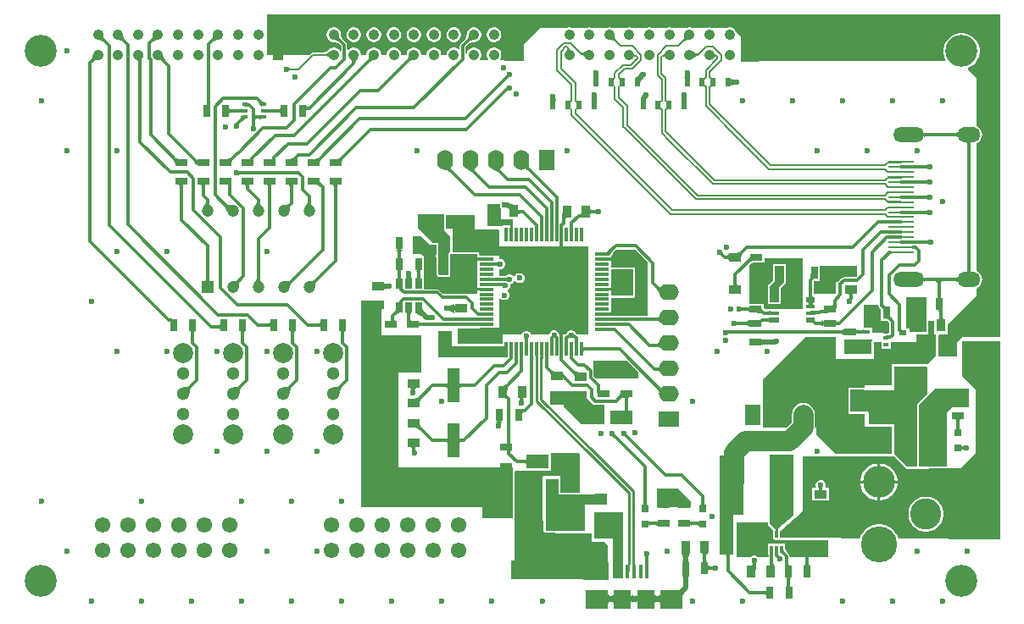
<source format=gtl>
G04*
G04 #@! TF.GenerationSoftware,Altium Limited,Altium Designer,25.2.1 (25)*
G04*
G04 Layer_Physical_Order=1*
G04 Layer_Color=255*
%FSLAX25Y25*%
%MOIN*%
G70*
G04*
G04 #@! TF.SameCoordinates,382838D2-828E-4769-9F82-A9EE904C746A*
G04*
G04*
G04 #@! TF.FilePolarity,Positive*
G04*
G01*
G75*
%ADD12C,0.01968*%
%ADD16R,0.02362X0.03543*%
%ADD17R,0.05118X0.03543*%
%ADD18R,0.09449X0.23622*%
%ADD19R,0.04724X0.13780*%
%ADD20R,0.03740X0.07480*%
%ADD21R,0.12795X0.07480*%
%ADD22R,0.01181X0.02638*%
%ADD23R,0.02362X0.01654*%
%ADD24R,0.02756X0.03937*%
%ADD25R,0.05807X0.01181*%
%ADD26R,0.01181X0.05807*%
%ADD27R,0.03150X0.02362*%
%ADD28R,0.02756X0.05118*%
%ADD29R,0.05118X0.02756*%
%ADD30R,0.03150X0.03150*%
%ADD31R,0.03150X0.03150*%
%ADD32R,0.10236X0.01102*%
%ADD33R,0.01575X0.05512*%
%ADD34R,0.09055X0.07480*%
%ADD35R,0.07087X0.07480*%
%ADD36R,0.04803X0.03583*%
%ADD37R,0.05315X0.08661*%
%ADD38R,0.03543X0.05118*%
%ADD39R,0.08661X0.05315*%
%ADD40R,0.03347X0.01968*%
%ADD41R,0.03347X0.01575*%
%ADD82C,0.05118*%
%ADD84C,0.01181*%
%ADD85C,0.00804*%
%ADD86C,0.00987*%
%ADD87C,0.07874*%
%ADD88C,0.00709*%
%ADD89R,0.05512X0.16339*%
%ADD90C,0.07874*%
%ADD91C,0.14173*%
%ADD92C,0.12598*%
%ADD93C,0.12205*%
%ADD94C,0.04134*%
%ADD95R,0.04134X0.04134*%
%ADD96O,0.06299X0.07874*%
%ADD97R,0.06299X0.07874*%
%ADD98O,0.12205X0.05906*%
%ADD99O,0.09055X0.05906*%
%ADD100C,0.06102*%
%ADD101O,0.07874X0.06299*%
%ADD102R,0.07874X0.06299*%
%ADD103C,0.04724*%
%ADD104R,0.04724X0.04724*%
%ADD105C,0.02362*%
G36*
X270944Y228799D02*
X270660Y228797D01*
X270149Y228758D01*
X269921Y228722D01*
X269711Y228675D01*
X269520Y228616D01*
X269347Y228547D01*
X269192Y228466D01*
X269056Y228374D01*
X268938Y228271D01*
X268370Y228840D01*
X268473Y228958D01*
X268564Y229094D01*
X268645Y229248D01*
X268714Y229421D01*
X268773Y229613D01*
X268820Y229822D01*
X268856Y230051D01*
X268881Y230297D01*
X268898Y230845D01*
X270944Y228799D01*
D02*
G37*
G36*
X241538Y230562D02*
X241577Y230051D01*
X241613Y229822D01*
X241660Y229613D01*
X241718Y229421D01*
X241788Y229248D01*
X241868Y229094D01*
X241960Y228958D01*
X242063Y228840D01*
X241494Y228271D01*
X241377Y228374D01*
X241241Y228466D01*
X241086Y228547D01*
X240913Y228616D01*
X240722Y228675D01*
X240512Y228722D01*
X240284Y228758D01*
X240037Y228783D01*
X239489Y228799D01*
X241535Y230845D01*
X241538Y230562D01*
D02*
G37*
G36*
X186200Y228799D02*
X185966Y228795D01*
X185743Y228778D01*
X185531Y228748D01*
X185330Y228705D01*
X185141Y228648D01*
X184963Y228579D01*
X184795Y228497D01*
X184639Y228401D01*
X184495Y228292D01*
X184361Y228171D01*
X183526Y229006D01*
X183647Y229140D01*
X183756Y229285D01*
X183851Y229441D01*
X183934Y229608D01*
X184003Y229786D01*
X184059Y229976D01*
X184103Y230176D01*
X184133Y230388D01*
X184150Y230611D01*
X184154Y230845D01*
X186200Y228799D01*
D02*
G37*
G36*
X133174Y230611D02*
X133191Y230388D01*
X133221Y230176D01*
X133264Y229976D01*
X133321Y229786D01*
X133390Y229608D01*
X133473Y229441D01*
X133568Y229285D01*
X133676Y229140D01*
X133798Y229006D01*
X132963Y228171D01*
X132829Y228292D01*
X132684Y228401D01*
X132528Y228497D01*
X132361Y228579D01*
X132183Y228648D01*
X131993Y228705D01*
X131793Y228748D01*
X131581Y228778D01*
X131358Y228795D01*
X131123Y228799D01*
X133170Y230845D01*
X133174Y230611D01*
D02*
G37*
G36*
X85609Y228799D02*
X85375Y228795D01*
X85152Y228778D01*
X84940Y228748D01*
X84739Y228705D01*
X84550Y228648D01*
X84372Y228579D01*
X84204Y228497D01*
X84048Y228401D01*
X83904Y228292D01*
X83770Y228171D01*
X82935Y229006D01*
X83056Y229140D01*
X83165Y229285D01*
X83260Y229441D01*
X83343Y229608D01*
X83412Y229786D01*
X83468Y229976D01*
X83512Y230176D01*
X83542Y230388D01*
X83559Y230611D01*
X83563Y230845D01*
X85609Y228799D01*
D02*
G37*
G36*
X61987D02*
X61753Y228795D01*
X61530Y228778D01*
X61318Y228748D01*
X61117Y228705D01*
X60928Y228648D01*
X60750Y228579D01*
X60582Y228497D01*
X60426Y228401D01*
X60282Y228292D01*
X60148Y228171D01*
X59313Y229006D01*
X59434Y229140D01*
X59543Y229285D01*
X59638Y229441D01*
X59721Y229608D01*
X59790Y229786D01*
X59846Y229976D01*
X59890Y230176D01*
X59920Y230388D01*
X59937Y230611D01*
X59941Y230845D01*
X61987Y228799D01*
D02*
G37*
G36*
X48331Y230611D02*
X48348Y230388D01*
X48378Y230176D01*
X48421Y229976D01*
X48478Y229786D01*
X48547Y229608D01*
X48630Y229441D01*
X48725Y229285D01*
X48833Y229140D01*
X48955Y229006D01*
X48120Y228171D01*
X47986Y228292D01*
X47841Y228401D01*
X47685Y228497D01*
X47518Y228579D01*
X47340Y228648D01*
X47150Y228705D01*
X46950Y228748D01*
X46738Y228778D01*
X46515Y228795D01*
X46281Y228799D01*
X48327Y230845D01*
X48331Y230611D01*
D02*
G37*
G36*
X40457D02*
X40474Y230388D01*
X40504Y230176D01*
X40547Y229976D01*
X40604Y229786D01*
X40673Y229608D01*
X40756Y229441D01*
X40851Y229285D01*
X40959Y229140D01*
X41081Y229006D01*
X40246Y228171D01*
X40112Y228292D01*
X39967Y228401D01*
X39811Y228497D01*
X39644Y228579D01*
X39466Y228648D01*
X39276Y228705D01*
X39076Y228748D01*
X38864Y228778D01*
X38641Y228795D01*
X38407Y228799D01*
X40453Y230845D01*
X40457Y230611D01*
D02*
G37*
G36*
X223738Y225522D02*
X223747Y225428D01*
X223763Y225344D01*
X223785Y225270D01*
X223813Y225206D01*
X223847Y225152D01*
X223888Y225107D01*
X223935Y225073D01*
X223988Y225048D01*
X224047Y225033D01*
X222665Y224769D01*
X222715Y224806D01*
X222761Y224854D01*
X222800Y224913D01*
X222835Y224982D01*
X222864Y225062D01*
X222888Y225153D01*
X222907Y225255D01*
X222920Y225368D01*
X222928Y225491D01*
X222931Y225625D01*
X223735D01*
X223738Y225522D01*
D02*
G37*
G36*
X229802Y221963D02*
X229691Y222141D01*
X229575Y222301D01*
X229454Y222442D01*
X229327Y222564D01*
X229194Y222667D01*
X229056Y222751D01*
X228912Y222817D01*
X228763Y222864D01*
X228608Y222892D01*
X228448Y222901D01*
Y223706D01*
X228623Y223714D01*
X228797Y223738D01*
X228972Y223778D01*
X229147Y223834D01*
X229321Y223906D01*
X229495Y223995D01*
X229669Y224099D01*
X229843Y224219D01*
X230016Y224356D01*
X230190Y224509D01*
X229802Y221963D01*
D02*
G37*
G36*
X280894Y223259D02*
X280919Y223206D01*
X280954Y223160D01*
X280998Y223119D01*
X281052Y223085D01*
X281117Y223057D01*
X281191Y223035D01*
X281274Y223019D01*
X281368Y223010D01*
X281472Y223007D01*
Y222202D01*
X281337Y222200D01*
X281101Y222179D01*
X280999Y222160D01*
X280908Y222136D01*
X280828Y222107D01*
X280759Y222072D01*
X280700Y222032D01*
X280653Y221987D01*
X280616Y221937D01*
X280879Y223319D01*
X280894Y223259D01*
D02*
G37*
G36*
X261313Y221937D02*
X261276Y221987D01*
X261228Y222032D01*
X261170Y222072D01*
X261101Y222107D01*
X261020Y222136D01*
X260929Y222160D01*
X260828Y222179D01*
X260715Y222192D01*
X260592Y222200D01*
X260457Y222202D01*
Y223007D01*
X260561Y223010D01*
X260654Y223019D01*
X260738Y223035D01*
X260812Y223057D01*
X260876Y223085D01*
X260931Y223119D01*
X260975Y223160D01*
X261010Y223206D01*
X261034Y223259D01*
X261049Y223319D01*
X261313Y221937D01*
D02*
G37*
G36*
X249398Y223259D02*
X249423Y223206D01*
X249458Y223160D01*
X249502Y223119D01*
X249556Y223085D01*
X249621Y223057D01*
X249694Y223035D01*
X249778Y223019D01*
X249872Y223010D01*
X249975Y223007D01*
Y222202D01*
X249841Y222200D01*
X249605Y222179D01*
X249503Y222160D01*
X249412Y222136D01*
X249332Y222107D01*
X249263Y222072D01*
X249204Y222032D01*
X249157Y221987D01*
X249120Y221937D01*
X249383Y223319D01*
X249398Y223259D01*
D02*
G37*
G36*
X272661Y224213D02*
X273027Y223891D01*
X273206Y223761D01*
X273383Y223650D01*
X273557Y223560D01*
X273729Y223490D01*
X273899Y223440D01*
X274066Y223409D01*
X274231Y223399D01*
X274233Y222595D01*
X274068Y222585D01*
X273901Y222555D01*
X273731Y222504D01*
X273559Y222434D01*
X273385Y222343D01*
X273209Y222232D01*
X273030Y222101D01*
X272850Y221951D01*
X272667Y221779D01*
X272481Y221588D01*
X272475Y224404D01*
X272661Y224213D01*
D02*
G37*
G36*
X129627Y221545D02*
X129416Y221753D01*
X129015Y222102D01*
X128825Y222245D01*
X128641Y222365D01*
X128464Y222463D01*
X128295Y222539D01*
X128132Y222594D01*
X127976Y222627D01*
X127826Y222638D01*
Y223346D01*
X127976Y223357D01*
X128132Y223390D01*
X128295Y223445D01*
X128464Y223521D01*
X128641Y223620D01*
X128825Y223740D01*
X129015Y223882D01*
X129212Y224046D01*
X129627Y224439D01*
Y221545D01*
D02*
G37*
G36*
X162578Y220925D02*
X162344Y220921D01*
X162121Y220904D01*
X161909Y220874D01*
X161708Y220830D01*
X161519Y220774D01*
X161340Y220705D01*
X161173Y220622D01*
X161017Y220527D01*
X160873Y220419D01*
X160739Y220297D01*
X159904Y221132D01*
X160025Y221266D01*
X160134Y221411D01*
X160229Y221567D01*
X160312Y221734D01*
X160381Y221912D01*
X160437Y222102D01*
X160480Y222302D01*
X160511Y222514D01*
X160528Y222737D01*
X160532Y222972D01*
X162578Y220925D01*
D02*
G37*
G36*
X64079Y222737D02*
X64096Y222514D01*
X64126Y222302D01*
X64170Y222102D01*
X64226Y221912D01*
X64295Y221734D01*
X64377Y221567D01*
X64473Y221411D01*
X64581Y221266D01*
X64703Y221132D01*
X63868Y220297D01*
X63734Y220419D01*
X63589Y220527D01*
X63433Y220622D01*
X63266Y220705D01*
X63088Y220774D01*
X62898Y220830D01*
X62698Y220874D01*
X62486Y220904D01*
X62263Y220921D01*
X62028Y220925D01*
X64075Y222972D01*
X64079Y222737D01*
D02*
G37*
G36*
X38365Y220925D02*
X38131Y220921D01*
X37908Y220904D01*
X37696Y220874D01*
X37495Y220830D01*
X37306Y220774D01*
X37128Y220705D01*
X36960Y220622D01*
X36804Y220527D01*
X36660Y220419D01*
X36526Y220297D01*
X35691Y221132D01*
X35812Y221266D01*
X35921Y221411D01*
X36016Y221567D01*
X36099Y221734D01*
X36168Y221912D01*
X36224Y222102D01*
X36268Y222302D01*
X36298Y222514D01*
X36315Y222737D01*
X36319Y222972D01*
X38365Y220925D01*
D02*
G37*
G36*
X147268Y220968D02*
X147025Y220913D01*
X146580Y220784D01*
X146377Y220709D01*
X146010Y220540D01*
X145846Y220445D01*
X145695Y220343D01*
X145557Y220235D01*
X145432Y220121D01*
X144408Y220766D01*
X144534Y220905D01*
X144641Y221053D01*
X144730Y221209D01*
X144800Y221373D01*
X144852Y221546D01*
X144886Y221727D01*
X144901Y221917D01*
X144897Y222114D01*
X144876Y222320D01*
X144835Y222535D01*
X147268Y220968D01*
D02*
G37*
G36*
X140261Y221347D02*
X140115Y221178D01*
X139987Y221006D01*
X139876Y220834D01*
X139781Y220660D01*
X139704Y220485D01*
X139644Y220308D01*
X139602Y220131D01*
X139576Y219952D01*
X139567Y219771D01*
X138386D01*
X138378Y219952D01*
X138352Y220131D01*
X138309Y220308D01*
X138249Y220485D01*
X138172Y220660D01*
X138078Y220834D01*
X137967Y221006D01*
X137838Y221178D01*
X137693Y221347D01*
X137530Y221516D01*
X140424D01*
X140261Y221347D01*
D02*
G37*
G36*
X55935Y221939D02*
X55642Y221077D01*
X55595Y220885D01*
X55533Y220529D01*
X55517Y220366D01*
X55512Y220211D01*
X54331Y219694D01*
X54321Y219886D01*
X54292Y220066D01*
X54243Y220234D01*
X54175Y220390D01*
X54088Y220534D01*
X53981Y220666D01*
X53854Y220786D01*
X53708Y220895D01*
X53543Y220991D01*
X53358Y221076D01*
X56034Y222179D01*
X55935Y221939D01*
D02*
G37*
G36*
X113338Y218060D02*
X113433Y217980D01*
X113529Y217909D01*
X113626Y217847D01*
X113725Y217795D01*
X113824Y217753D01*
X113926Y217720D01*
X114028Y217696D01*
X114132Y217682D01*
X114237Y217677D01*
Y216968D01*
X114132Y216964D01*
X114028Y216950D01*
X113926Y216926D01*
X113824Y216893D01*
X113725Y216850D01*
X113626Y216798D01*
X113529Y216737D01*
X113433Y216666D01*
X113338Y216586D01*
X113245Y216496D01*
Y218150D01*
X113338Y218060D01*
D02*
G37*
G36*
X271065Y215409D02*
X271154Y214125D01*
X271181Y214036D01*
X271213Y213982D01*
X271248Y213964D01*
X268910D01*
X268945Y213982D01*
X268976Y214036D01*
X269004Y214125D01*
X269028Y214250D01*
X269048Y214410D01*
X269078Y214838D01*
X269094Y215748D01*
X271063D01*
X271065Y215409D01*
D02*
G37*
G36*
X235238D02*
X235327Y214125D01*
X235354Y214036D01*
X235386Y213982D01*
X235421Y213964D01*
X233083D01*
X233118Y213982D01*
X233149Y214036D01*
X233177Y214125D01*
X233201Y214250D01*
X233222Y214410D01*
X233251Y214838D01*
X233268Y215748D01*
X235236D01*
X235238Y215409D01*
D02*
G37*
G36*
X200185Y213937D02*
X200118Y213933D01*
X200047Y213920D01*
X199975Y213897D01*
X199899Y213865D01*
X199821Y213824D01*
X199740Y213773D01*
X199657Y213713D01*
X199570Y213643D01*
X199390Y213476D01*
X198555Y214311D01*
X198643Y214403D01*
X198791Y214578D01*
X198852Y214661D01*
X198902Y214742D01*
X198944Y214820D01*
X198976Y214896D01*
X198998Y214969D01*
X199012Y215039D01*
X199016Y215106D01*
X200185Y213937D01*
D02*
G37*
G36*
X252955Y213964D02*
X252690Y213691D01*
X252244Y213178D01*
X252062Y212938D01*
X251908Y212709D01*
X251781Y212491D01*
X251682Y212284D01*
X251611Y212088D01*
X251567Y211903D01*
X251551Y211729D01*
X249327Y213952D01*
X249501Y213969D01*
X249687Y214012D01*
X249883Y214084D01*
X250090Y214183D01*
X250308Y214309D01*
X250537Y214463D01*
X250777Y214645D01*
X251290Y215092D01*
X251563Y215356D01*
X252955Y213964D01*
D02*
G37*
G36*
X287409Y213817D02*
X287468Y213685D01*
X287567Y213569D01*
X287704Y213468D01*
X287882Y213383D01*
X288098Y213313D01*
X288354Y213259D01*
X288649Y213220D01*
X288984Y213197D01*
X289358Y213189D01*
Y211221D01*
X288984Y211213D01*
X288354Y211151D01*
X288098Y211096D01*
X287882Y211027D01*
X287704Y210941D01*
X287567Y210841D01*
X287468Y210724D01*
X287409Y210592D01*
X287390Y210445D01*
Y213964D01*
X287409Y213817D01*
D02*
G37*
G36*
X269884Y206504D02*
X269972Y205086D01*
X270000Y204988D01*
X270032Y204929D01*
X270067Y204909D01*
X267728D01*
X267764Y204929D01*
X267795Y204988D01*
X267823Y205086D01*
X267847Y205224D01*
X267867Y205401D01*
X267906Y206169D01*
X267913Y206878D01*
X269882D01*
X269884Y206504D01*
D02*
G37*
G36*
X253925Y204909D02*
X251866D01*
X251886Y204920D01*
X251903Y204953D01*
X251918Y205007D01*
X251932Y205083D01*
X251943Y205181D01*
X251964Y205605D01*
X251969Y205996D01*
X253937D01*
X253925Y204909D01*
D02*
G37*
G36*
X234511Y206504D02*
X234610Y204929D01*
X234634Y204909D01*
X232295D01*
X232342Y204929D01*
X232384Y204988D01*
X232421Y205086D01*
X232453Y205224D01*
X232480Y205401D01*
X232519Y205874D01*
X232541Y206878D01*
X234510D01*
X234511Y206504D01*
D02*
G37*
G36*
X218309Y206354D02*
X218398Y205070D01*
X218425Y204981D01*
X218457Y204927D01*
X218492Y204909D01*
X216154D01*
X216189Y204927D01*
X216220Y204981D01*
X216248Y205070D01*
X216272Y205195D01*
X216292Y205355D01*
X216322Y205783D01*
X216339Y206693D01*
X218307D01*
X218309Y206354D01*
D02*
G37*
G36*
X82468Y203492D02*
X80709D01*
X80821Y203504D01*
X80921Y203539D01*
X81010Y203598D01*
X81087Y203681D01*
X81152Y203787D01*
X81205Y203917D01*
X81246Y204071D01*
X81276Y204248D01*
X81293Y204449D01*
X81299Y204673D01*
X82480D01*
X82468Y203492D01*
D02*
G37*
G36*
X102541Y204995D02*
X102708Y204853D01*
X102875Y204727D01*
X103042Y204618D01*
X103209Y204524D01*
X103376Y204448D01*
X103543Y204388D01*
X103710Y204344D01*
X103877Y204317D01*
X104044Y204307D01*
X102374Y202689D01*
X101539Y204319D01*
X102374Y205154D01*
X102541Y204995D01*
D02*
G37*
G36*
X120265Y203021D02*
X120300Y202936D01*
X120356Y202861D01*
X120434Y202796D01*
X120534Y202741D01*
X120655Y202695D01*
X120798Y202660D01*
X120962Y202635D01*
X121148Y202620D01*
X121355Y202615D01*
Y201434D01*
X121148Y201429D01*
X120962Y201414D01*
X120798Y201389D01*
X120655Y201354D01*
X120534Y201309D01*
X120434Y201254D01*
X120356Y201188D01*
X120300Y201113D01*
X120265Y201028D01*
X120252Y200933D01*
Y203116D01*
X120265Y203021D01*
D02*
G37*
G36*
X104724Y201717D02*
X104760Y201679D01*
X104819Y201645D01*
X104901Y201616D01*
X105008Y201591D01*
X105138Y201571D01*
X105468Y201544D01*
X105894Y201535D01*
Y200354D01*
X105669Y200352D01*
X105138Y200319D01*
X105008Y200298D01*
X104901Y200274D01*
X104819Y200244D01*
X104760Y200211D01*
X104724Y200173D01*
X104712Y200130D01*
Y201760D01*
X104724Y201717D01*
D02*
G37*
G36*
X94894Y200130D02*
X93713Y200354D01*
Y201535D01*
X94894Y201760D01*
Y200130D01*
D02*
G37*
G36*
X110063Y199764D02*
X110049Y199876D01*
X110012Y199976D01*
X109951Y200065D01*
X109867Y200142D01*
X109759Y200207D01*
X109628Y200260D01*
X109474Y200301D01*
X109296Y200331D01*
X109095Y200348D01*
X108870Y200354D01*
Y201535D01*
X109095Y201541D01*
X109296Y201559D01*
X109474Y201589D01*
X109628Y201630D01*
X109759Y201683D01*
X109867Y201748D01*
X109951Y201825D01*
X110012Y201913D01*
X110049Y202014D01*
X110063Y202126D01*
Y199764D01*
D02*
G37*
G36*
X89951Y202014D02*
X89988Y201913D01*
X90049Y201825D01*
X90133Y201748D01*
X90241Y201683D01*
X90372Y201630D01*
X90526Y201589D01*
X90704Y201559D01*
X90905Y201541D01*
X91130Y201535D01*
Y200354D01*
X90905Y200348D01*
X90704Y200331D01*
X90526Y200301D01*
X90372Y200260D01*
X90241Y200207D01*
X90133Y200142D01*
X90049Y200065D01*
X89988Y199976D01*
X89951Y199876D01*
X89937Y199764D01*
Y202126D01*
X89951Y202014D01*
D02*
G37*
G36*
X102374Y197571D02*
X101193Y197992D01*
Y199173D01*
X102374Y199201D01*
Y197571D01*
D02*
G37*
G36*
X96564D02*
X96397Y197563D01*
X96230Y197538D01*
X96063Y197496D01*
X95896Y197437D01*
X95729Y197362D01*
X95562Y197270D01*
X95395Y197162D01*
X95228Y197037D01*
X95061Y196895D01*
X94894Y196736D01*
X94059Y197571D01*
X94894Y199201D01*
X96564Y197571D01*
D02*
G37*
G36*
X94199Y196041D02*
X94111Y195949D01*
X94035Y195860D01*
X93970Y195774D01*
X93916Y195691D01*
X93875Y195610D01*
X93844Y195533D01*
X93825Y195459D01*
X93818Y195388D01*
X93822Y195320D01*
X93837Y195255D01*
X92366Y196010D01*
X92407Y196026D01*
X92454Y196050D01*
X92507Y196083D01*
X92565Y196125D01*
X92699Y196233D01*
X92857Y196375D01*
X93038Y196550D01*
X94199Y196041D01*
D02*
G37*
G36*
X100002Y195538D02*
X100021Y195310D01*
X100038Y195208D01*
X100059Y195115D01*
X100085Y195031D01*
X100116Y194955D01*
X100151Y194887D01*
X100191Y194828D01*
X100236Y194778D01*
X98583D01*
X98628Y194828D01*
X98668Y194887D01*
X98703Y194955D01*
X98734Y195031D01*
X98760Y195115D01*
X98781Y195208D01*
X98798Y195310D01*
X98809Y195420D01*
X98819Y195666D01*
X100000D01*
X100002Y195538D01*
D02*
G37*
G36*
X376490Y190359D02*
X376431Y190470D01*
X376353Y190570D01*
X376259Y190658D01*
X376147Y190734D01*
X376017Y190798D01*
X375871Y190851D01*
X375707Y190892D01*
X375525Y190921D01*
X375326Y190939D01*
X375110Y190945D01*
Y192126D01*
X375326Y192132D01*
X375525Y192149D01*
X375707Y192179D01*
X375871Y192220D01*
X376017Y192272D01*
X376147Y192337D01*
X376259Y192413D01*
X376353Y192501D01*
X376431Y192601D01*
X376490Y192712D01*
Y190359D01*
D02*
G37*
G36*
X363176Y192601D02*
X363253Y192501D01*
X363348Y192413D01*
X363459Y192337D01*
X363589Y192272D01*
X363736Y192220D01*
X363900Y192179D01*
X364081Y192149D01*
X364280Y192132D01*
X364497Y192126D01*
Y190945D01*
X364280Y190939D01*
X364081Y190921D01*
X363900Y190892D01*
X363736Y190851D01*
X363589Y190798D01*
X363459Y190734D01*
X363348Y190658D01*
X363253Y190570D01*
X363176Y190470D01*
X363116Y190359D01*
Y192712D01*
X363176Y192601D01*
D02*
G37*
G36*
X381817Y188584D02*
X381716Y188546D01*
X381628Y188485D01*
X381551Y188401D01*
X381486Y188293D01*
X381433Y188162D01*
X381392Y188008D01*
X381362Y187830D01*
X381345Y187629D01*
X381339Y187405D01*
X380157D01*
X380152Y187629D01*
X380134Y187830D01*
X380104Y188008D01*
X380063Y188162D01*
X380010Y188293D01*
X379945Y188401D01*
X379868Y188485D01*
X379780Y188546D01*
X379679Y188584D01*
X379567Y188598D01*
X381929D01*
X381817Y188584D01*
D02*
G37*
G36*
X117154Y182809D02*
X117104Y182743D01*
X117060Y182672D01*
X117022Y182596D01*
X116990Y182515D01*
X116964Y182429D01*
X116943Y182338D01*
X116929Y182242D01*
X116920Y182141D01*
X116917Y182035D01*
X113869Y182023D01*
X114036Y182034D01*
X114203Y182061D01*
X114370Y182105D01*
X114537Y182165D01*
X114704Y182241D01*
X114871Y182334D01*
X115038Y182443D01*
X115205Y182569D01*
X115372Y182712D01*
X115539Y182870D01*
X117209D01*
X117154Y182809D01*
D02*
G37*
G36*
X135075Y182232D02*
X134916Y182065D01*
X134774Y181898D01*
X134648Y181731D01*
X134539Y181564D01*
X134446Y181397D01*
X134369Y181230D01*
X134309Y181063D01*
X134266Y180896D01*
X134239Y180729D01*
X134228Y180562D01*
X132373Y182023D01*
X132544Y182038D01*
X132724Y182078D01*
X132912Y182142D01*
X133108Y182231D01*
X133312Y182345D01*
X133525Y182484D01*
X133747Y182648D01*
X134214Y183050D01*
X134461Y183288D01*
X135075Y182232D01*
D02*
G37*
G36*
X126414Y182035D02*
X126255Y181868D01*
X126113Y181701D01*
X125987Y181534D01*
X125877Y181367D01*
X125784Y181200D01*
X125708Y181033D01*
X125648Y180866D01*
X125604Y180699D01*
X125577Y180532D01*
X125567Y180365D01*
X123908Y182023D01*
X124075Y182034D01*
X124242Y182061D01*
X124409Y182105D01*
X124576Y182165D01*
X124743Y182241D01*
X124910Y182334D01*
X125077Y182443D01*
X125244Y182569D01*
X125411Y182712D01*
X125578Y182870D01*
X126414Y182035D01*
D02*
G37*
G36*
X91768D02*
X91609Y181868D01*
X91467Y181701D01*
X91341Y181534D01*
X91232Y181367D01*
X91139Y181200D01*
X91062Y181033D01*
X91002Y180866D01*
X90959Y180699D01*
X90931Y180532D01*
X90921Y180365D01*
X89262Y182023D01*
X89430Y182034D01*
X89597Y182061D01*
X89764Y182105D01*
X89931Y182165D01*
X90098Y182241D01*
X90265Y182334D01*
X90432Y182443D01*
X90599Y182569D01*
X90766Y182712D01*
X90933Y182870D01*
X91768Y182035D01*
D02*
G37*
G36*
X68683Y182712D02*
X68850Y182570D01*
X69017Y182445D01*
X69184Y182336D01*
X69351Y182244D01*
X69518Y182169D01*
X69685Y182110D01*
X69852Y182069D01*
X70019Y182044D01*
X70186Y182035D01*
X68516Y180365D01*
X68508Y180532D01*
X68483Y180699D01*
X68441Y180866D01*
X68382Y181033D01*
X68307Y181200D01*
X68215Y181367D01*
X68107Y181534D01*
X67981Y181701D01*
X67839Y181868D01*
X67681Y182035D01*
X68516Y182870D01*
X68683Y182712D01*
D02*
G37*
G36*
X349185Y180169D02*
X348759Y180157D01*
Y180962D01*
X349197Y180986D01*
X349185Y180169D01*
D02*
G37*
G36*
X77177Y182035D02*
Y179303D01*
X76342Y180871D01*
Y182542D01*
X77177Y182035D01*
D02*
G37*
G36*
X364708Y177913D02*
X364657Y177958D01*
X364598Y177998D01*
X364530Y178034D01*
X364455Y178065D01*
X364370Y178091D01*
X364277Y178112D01*
X364175Y178128D01*
X364065Y178140D01*
X363820Y178150D01*
Y179331D01*
X363947Y179333D01*
X364175Y179352D01*
X364277Y179368D01*
X364370Y179390D01*
X364455Y179416D01*
X364530Y179446D01*
X364598Y179482D01*
X364657Y179522D01*
X364708Y179567D01*
Y177913D01*
D02*
G37*
G36*
X207764Y179372D02*
X207748Y179247D01*
X207753Y179119D01*
X207777Y178986D01*
X207823Y178849D01*
X207888Y178709D01*
X207975Y178565D01*
X208081Y178417D01*
X208208Y178265D01*
X208355Y178110D01*
X207520Y177275D01*
X207365Y177422D01*
X207213Y177549D01*
X207065Y177655D01*
X206921Y177742D01*
X206780Y177807D01*
X206644Y177852D01*
X206511Y177877D01*
X206383Y177882D01*
X206258Y177866D01*
X206137Y177829D01*
X207801Y179493D01*
X207764Y179372D01*
D02*
G37*
G36*
X177209Y178554D02*
X177169Y178452D01*
X177152Y178344D01*
X177159Y178229D01*
X177189Y178107D01*
X177242Y177979D01*
X177319Y177843D01*
X177419Y177702D01*
X177542Y177553D01*
X177689Y177398D01*
X176574Y176843D01*
X176417Y176992D01*
X176260Y177124D01*
X176103Y177240D01*
X175946Y177339D01*
X175790Y177421D01*
X175634Y177486D01*
X175478Y177535D01*
X175323Y177567D01*
X175167Y177582D01*
X175012Y177580D01*
X177272Y178649D01*
X177209Y178554D01*
D02*
G37*
G36*
X186522Y178008D02*
X186459Y177929D01*
X186423Y177840D01*
X186412Y177741D01*
X186428Y177633D01*
X186470Y177515D01*
X186538Y177389D01*
X186632Y177252D01*
X186753Y177106D01*
X186900Y176951D01*
X185429Y176752D01*
X185270Y176906D01*
X184959Y177175D01*
X184808Y177290D01*
X184512Y177483D01*
X184367Y177560D01*
X184225Y177625D01*
X184086Y177676D01*
X183949Y177715D01*
X186611Y178079D01*
X186522Y178008D01*
D02*
G37*
G36*
X196654Y178089D02*
X196592Y178009D01*
X196556Y177919D01*
X196547Y177819D01*
X196564Y177709D01*
X196608Y177590D01*
X196679Y177460D01*
X196776Y177321D01*
X196900Y177172D01*
X197050Y177013D01*
X195659Y176734D01*
X195507Y176879D01*
X195190Y177138D01*
X195025Y177252D01*
X194856Y177355D01*
X194683Y177448D01*
X194506Y177530D01*
X194324Y177602D01*
X194139Y177664D01*
X193949Y177715D01*
X196743Y178159D01*
X196654Y178089D01*
D02*
G37*
G36*
X349185Y177311D02*
X349197Y176495D01*
X349191Y176499D01*
X349176Y176503D01*
X349153Y176507D01*
X349121Y176510D01*
X348978Y176516D01*
X348759Y176518D01*
Y177323D01*
X349185Y177311D01*
D02*
G37*
G36*
X93611Y177160D02*
X93670Y177120D01*
X93737Y177084D01*
X93813Y177053D01*
X93898Y177028D01*
X93991Y177006D01*
X94092Y176990D01*
X94203Y176978D01*
X94448Y176969D01*
Y175787D01*
X94321Y175785D01*
X94092Y175766D01*
X93991Y175750D01*
X93898Y175728D01*
X93813Y175702D01*
X93737Y175672D01*
X93670Y175636D01*
X93611Y175596D01*
X93560Y175551D01*
Y177205D01*
X93611Y177160D01*
D02*
G37*
G36*
X349185Y174264D02*
X348759Y174252D01*
Y175056D01*
X349197Y175080D01*
X349185Y174264D01*
D02*
G37*
G36*
X364708Y172008D02*
X364657Y172053D01*
X364598Y172093D01*
X364530Y172128D01*
X364455Y172159D01*
X364370Y172185D01*
X364277Y172206D01*
X364175Y172223D01*
X364065Y172235D01*
X363820Y172244D01*
Y173425D01*
X363947Y173428D01*
X364175Y173447D01*
X364277Y173463D01*
X364370Y173484D01*
X364455Y173510D01*
X364530Y173541D01*
X364598Y173576D01*
X364657Y173617D01*
X364708Y173661D01*
Y172008D01*
D02*
G37*
G36*
X125577Y173326D02*
X125604Y173159D01*
X125648Y172992D01*
X125708Y172825D01*
X125784Y172658D01*
X125877Y172491D01*
X125987Y172324D01*
X126113Y172157D01*
X126255Y171990D01*
X126414Y171823D01*
X125578Y170988D01*
X125411Y171147D01*
X125244Y171289D01*
X125077Y171415D01*
X124910Y171524D01*
X124743Y171617D01*
X124576Y171694D01*
X124409Y171754D01*
X124242Y171797D01*
X124075Y171824D01*
X123908Y171835D01*
X125567Y173493D01*
X125577Y173326D01*
D02*
G37*
G36*
X132762Y171821D02*
X132661Y171783D01*
X132573Y171723D01*
X132496Y171638D01*
X132431Y171531D01*
X132378Y171400D01*
X132337Y171245D01*
X132307Y171068D01*
X132289Y170866D01*
X132283Y170642D01*
X131102D01*
X131096Y170866D01*
X131079Y171068D01*
X131049Y171245D01*
X131008Y171400D01*
X130955Y171531D01*
X130890Y171638D01*
X130813Y171723D01*
X130724Y171783D01*
X130624Y171821D01*
X130512Y171835D01*
X132874D01*
X132762Y171821D01*
D02*
G37*
G36*
X115439D02*
X115339Y171783D01*
X115250Y171723D01*
X115173Y171638D01*
X115108Y171531D01*
X115055Y171400D01*
X115014Y171245D01*
X114984Y171068D01*
X114966Y170866D01*
X114961Y170642D01*
X113779D01*
X113774Y170866D01*
X113756Y171068D01*
X113726Y171245D01*
X113685Y171400D01*
X113632Y171531D01*
X113567Y171638D01*
X113490Y171723D01*
X113402Y171783D01*
X113301Y171821D01*
X113189Y171835D01*
X115551D01*
X115439Y171821D01*
D02*
G37*
G36*
X106778D02*
X106677Y171783D01*
X106589Y171723D01*
X106512Y171638D01*
X106447Y171531D01*
X106394Y171400D01*
X106352Y171245D01*
X106323Y171068D01*
X106305Y170866D01*
X106299Y170642D01*
X105118D01*
X105112Y170866D01*
X105095Y171068D01*
X105065Y171245D01*
X105024Y171400D01*
X104971Y171531D01*
X104905Y171638D01*
X104829Y171723D01*
X104740Y171783D01*
X104640Y171821D01*
X104528Y171835D01*
X106890D01*
X106778Y171821D01*
D02*
G37*
G36*
X98116D02*
X98016Y171783D01*
X97927Y171723D01*
X97850Y171638D01*
X97785Y171531D01*
X97732Y171400D01*
X97691Y171245D01*
X97661Y171068D01*
X97644Y170866D01*
X97638Y170642D01*
X96457D01*
X96451Y170866D01*
X96433Y171068D01*
X96403Y171245D01*
X96362Y171400D01*
X96309Y171531D01*
X96244Y171638D01*
X96167Y171723D01*
X96079Y171783D01*
X95978Y171821D01*
X95866Y171835D01*
X98228D01*
X98116Y171821D01*
D02*
G37*
G36*
X90933Y171823D02*
X90945Y170642D01*
X89764D01*
X89758Y170866D01*
X89740Y171068D01*
X89711Y171245D01*
X89669Y171400D01*
X89616Y171531D01*
X89551Y171638D01*
X89474Y171723D01*
X89386Y171783D01*
X89285Y171821D01*
X89173Y171835D01*
X90933Y171823D01*
D02*
G37*
G36*
X80793Y171821D02*
X80693Y171783D01*
X80604Y171723D01*
X80528Y171638D01*
X80463Y171531D01*
X80409Y171400D01*
X80368Y171245D01*
X80339Y171068D01*
X80321Y170866D01*
X80315Y170642D01*
X79134D01*
X79128Y170866D01*
X79110Y171068D01*
X79081Y171245D01*
X79039Y171400D01*
X78986Y171531D01*
X78921Y171638D01*
X78844Y171723D01*
X78756Y171783D01*
X78655Y171821D01*
X78543Y171835D01*
X80905D01*
X80793Y171821D01*
D02*
G37*
G36*
X72132D02*
X72031Y171783D01*
X71943Y171723D01*
X71866Y171638D01*
X71801Y171531D01*
X71748Y171400D01*
X71707Y171245D01*
X71677Y171068D01*
X71659Y170866D01*
X71653Y170642D01*
X70472D01*
X70467Y170866D01*
X70449Y171068D01*
X70419Y171245D01*
X70378Y171400D01*
X70325Y171531D01*
X70260Y171638D01*
X70183Y171723D01*
X70095Y171783D01*
X69994Y171821D01*
X69882Y171835D01*
X72244D01*
X72132Y171821D01*
D02*
G37*
G36*
X349185Y171405D02*
X349197Y170589D01*
X349191Y170594D01*
X349176Y170598D01*
X349153Y170601D01*
X349121Y170604D01*
X348978Y170611D01*
X348759Y170613D01*
Y171417D01*
X349185Y171405D01*
D02*
G37*
G36*
Y168359D02*
X348759Y168347D01*
Y169151D01*
X349197Y169175D01*
X349185Y168359D01*
D02*
G37*
G36*
X364708Y166102D02*
X364657Y166147D01*
X364598Y166187D01*
X364530Y166223D01*
X364455Y166253D01*
X364370Y166279D01*
X364277Y166301D01*
X364175Y166317D01*
X364065Y166329D01*
X363820Y166339D01*
X363820Y167520D01*
X363947Y167522D01*
X364175Y167541D01*
X364277Y167558D01*
X364370Y167579D01*
X364455Y167605D01*
X364530Y167635D01*
X364598Y167671D01*
X364657Y167711D01*
X364708Y167756D01*
X364708Y166102D01*
D02*
G37*
G36*
X349185Y165500D02*
X349197Y164684D01*
X349191Y164688D01*
X349176Y164692D01*
X349153Y164696D01*
X349121Y164699D01*
X348978Y164705D01*
X348759Y164707D01*
Y165512D01*
X349185Y165500D01*
D02*
G37*
G36*
X121979Y165084D02*
X122011Y164886D01*
X122064Y164688D01*
X122139Y164488D01*
X122234Y164287D01*
X122351Y164085D01*
X122489Y163881D01*
X122649Y163676D01*
X122829Y163470D01*
X123031Y163262D01*
X119724D01*
X119926Y163470D01*
X120266Y163881D01*
X120405Y164085D01*
X120522Y164287D01*
X120617Y164488D01*
X120692Y164688D01*
X120745Y164886D01*
X120777Y165084D01*
X120787Y165279D01*
X121968D01*
X121979Y165084D01*
D02*
G37*
G36*
X101979D02*
X102011Y164886D01*
X102064Y164688D01*
X102139Y164488D01*
X102234Y164287D01*
X102351Y164085D01*
X102489Y163881D01*
X102649Y163676D01*
X102830Y163470D01*
X103032Y163262D01*
X99724D01*
X99926Y163470D01*
X100267Y163881D01*
X100405Y164085D01*
X100522Y164287D01*
X100617Y164488D01*
X100692Y164688D01*
X100745Y164886D01*
X100777Y165084D01*
X100787Y165279D01*
X101969D01*
X101979Y165084D01*
D02*
G37*
G36*
X81979D02*
X82011Y164886D01*
X82064Y164688D01*
X82139Y164488D01*
X82234Y164287D01*
X82351Y164085D01*
X82489Y163881D01*
X82649Y163676D01*
X82829Y163470D01*
X83031Y163262D01*
X79724D01*
X79926Y163470D01*
X80266Y163881D01*
X80405Y164085D01*
X80522Y164287D01*
X80617Y164488D01*
X80692Y164688D01*
X80745Y164886D01*
X80777Y165084D01*
X80787Y165279D01*
X81968D01*
X81979Y165084D01*
D02*
G37*
G36*
X349185Y162453D02*
X348759Y162441D01*
Y163245D01*
X349197Y163269D01*
X349185Y162453D01*
D02*
G37*
G36*
X114415Y163777D02*
X114284Y163631D01*
X114167Y163469D01*
X114065Y163291D01*
X113976Y163097D01*
X113901Y162887D01*
X113841Y162661D01*
X113795Y162420D01*
X113762Y162162D01*
X113744Y161888D01*
X113740Y161598D01*
X111402Y163937D01*
X111691Y163941D01*
X112223Y163991D01*
X112464Y164038D01*
X112690Y164098D01*
X112900Y164173D01*
X113094Y164261D01*
X113272Y164364D01*
X113434Y164481D01*
X113580Y164612D01*
X114415Y163777D01*
D02*
G37*
G36*
X88884Y164133D02*
X89050Y164017D01*
X89227Y163923D01*
X89417Y163850D01*
X89618Y163798D01*
X89830Y163769D01*
X90055Y163760D01*
X90291Y163774D01*
X90539Y163808D01*
X90798Y163865D01*
X89077Y161041D01*
X89001Y161347D01*
X88745Y162148D01*
X88651Y162376D01*
X88447Y162775D01*
X88337Y162944D01*
X88223Y163095D01*
X88104Y163226D01*
X88730Y164271D01*
X88884Y164133D01*
D02*
G37*
G36*
X234294Y160453D02*
X234244Y160498D01*
X234185Y160538D01*
X234117Y160573D01*
X234041Y160604D01*
X233957Y160630D01*
X233863Y160651D01*
X233762Y160668D01*
X233652Y160679D01*
X233406Y160689D01*
Y161870D01*
X233533Y161872D01*
X233762Y161891D01*
X233863Y161908D01*
X233957Y161929D01*
X234041Y161955D01*
X234117Y161986D01*
X234185Y162021D01*
X234244Y162061D01*
X234294Y162106D01*
Y160453D01*
D02*
G37*
G36*
X364708Y160197D02*
X364657Y160242D01*
X364598Y160282D01*
X364530Y160317D01*
X364455Y160348D01*
X364370Y160374D01*
X364277Y160395D01*
X364175Y160412D01*
X364065Y160424D01*
X363820Y160433D01*
X363820Y161614D01*
X363947Y161617D01*
X364175Y161635D01*
X364277Y161652D01*
X364370Y161673D01*
X364455Y161699D01*
X364530Y161730D01*
X364598Y161765D01*
X364657Y161805D01*
X364708Y161850D01*
X364708Y160197D01*
D02*
G37*
G36*
X231978Y162348D02*
X232016Y162248D01*
X232077Y162159D01*
X232161Y162083D01*
X232269Y162018D01*
X232400Y161965D01*
X232554Y161923D01*
X232732Y161894D01*
X232933Y161876D01*
X233157Y161870D01*
Y160689D01*
X232933Y160683D01*
X232732Y160665D01*
X232554Y160636D01*
X232400Y160594D01*
X232269Y160541D01*
X232161Y160476D01*
X232077Y160400D01*
X232016Y160311D01*
X231978Y160211D01*
X231964Y160098D01*
Y162461D01*
X231978Y162348D01*
D02*
G37*
G36*
X203632Y162178D02*
X203669Y162078D01*
X203730Y161989D01*
X203814Y161913D01*
X203922Y161848D01*
X204053Y161794D01*
X204207Y161753D01*
X204385Y161724D01*
X204586Y161706D01*
X204811Y161700D01*
Y160519D01*
X204586Y160513D01*
X204385Y160495D01*
X204207Y160466D01*
X204053Y160424D01*
X203922Y160371D01*
X203814Y160306D01*
X203730Y160230D01*
X203669Y160141D01*
X203632Y160041D01*
X203618Y159928D01*
Y162291D01*
X203632Y162178D01*
D02*
G37*
G36*
X349185Y159594D02*
X349197Y158778D01*
X349191Y158783D01*
X349176Y158787D01*
X349153Y158790D01*
X349121Y158793D01*
X348978Y158800D01*
X348759Y158802D01*
Y159606D01*
X349185Y159594D01*
D02*
G37*
G36*
X228457Y158732D02*
X228446Y158793D01*
X228414Y158848D01*
X228360Y158896D01*
X228284Y158937D01*
X228187Y158972D01*
X228069Y159001D01*
X227929Y159024D01*
X227767Y159040D01*
X227379Y159052D01*
Y160233D01*
X227584Y160238D01*
X227768Y160253D01*
X227930Y160277D01*
X228071Y160311D01*
X228190Y160355D01*
X228289Y160409D01*
X228366Y160472D01*
X228421Y160545D01*
X228456Y160628D01*
X228469Y160721D01*
X228457Y158732D01*
D02*
G37*
G36*
X222624Y158730D02*
X222524Y158693D01*
X222435Y158632D01*
X222358Y158548D01*
X222293Y158440D01*
X222240Y158309D01*
X222199Y158155D01*
X222169Y157977D01*
X222152Y157776D01*
X222146Y157551D01*
X220965D01*
X220977Y158732D01*
X222736Y158745D01*
X222624Y158730D01*
D02*
G37*
G36*
X196358Y163644D02*
X196658Y162920D01*
X196949Y162629D01*
Y158268D01*
X201575D01*
Y155217D01*
Y152569D01*
X201080Y152494D01*
X200394Y154699D01*
Y155966D01*
X197638D01*
Y155512D01*
X194587Y155512D01*
X191634Y155512D01*
Y164272D01*
X196358D01*
Y163644D01*
D02*
G37*
G36*
X365101Y148386D02*
X365051Y148431D01*
X364992Y148471D01*
X364924Y148506D01*
X364848Y148537D01*
X364764Y148563D01*
X364671Y148584D01*
X364569Y148601D01*
X364459Y148613D01*
X364213Y148622D01*
Y149803D01*
X364340Y149805D01*
X364569Y149824D01*
X364671Y149841D01*
X364764Y149862D01*
X364848Y149888D01*
X364924Y149919D01*
X364992Y149954D01*
X365051Y149995D01*
X365101Y150039D01*
Y148386D01*
D02*
G37*
G36*
X157480Y145091D02*
X156299D01*
X155709Y146272D01*
X158071D01*
X157480Y145091D01*
D02*
G37*
G36*
X350934Y144748D02*
X350767Y144738D01*
X350600Y144711D01*
X350433Y144667D01*
X350266Y144607D01*
X350099Y144531D01*
X349932Y144438D01*
X349765Y144328D01*
X349598Y144202D01*
X349431Y144060D01*
X349264Y143901D01*
X348350Y144658D01*
X349185Y145815D01*
X350934Y144748D01*
D02*
G37*
G36*
X240097Y145027D02*
X239262Y143870D01*
X237591Y145027D01*
X237758Y145036D01*
X237925Y145061D01*
X238092Y145103D01*
X238259Y145161D01*
X238426Y145236D01*
X238594Y145328D01*
X238760Y145437D01*
X238928Y145562D01*
X239095Y145704D01*
X239262Y145862D01*
X240097Y145027D01*
D02*
G37*
G36*
X284057Y145168D02*
X284069Y145097D01*
X284090Y145024D01*
X284121Y144948D01*
X284162Y144870D01*
X284212Y144789D01*
X284272Y144705D01*
X284341Y144618D01*
X284507Y144438D01*
X283649Y143626D01*
X283558Y143714D01*
X283383Y143863D01*
X283300Y143924D01*
X283219Y143975D01*
X283141Y144017D01*
X283067Y144051D01*
X282994Y144074D01*
X282925Y144089D01*
X282858Y144095D01*
X284054Y145236D01*
X284057Y145168D01*
D02*
G37*
G36*
X292201Y145086D02*
X292042Y144919D01*
X291900Y144752D01*
X291774Y144585D01*
X291665Y144418D01*
X291572Y144251D01*
X291495Y144084D01*
X291435Y143917D01*
X291392Y143750D01*
X291365Y143583D01*
X291354Y143416D01*
X289696Y145074D01*
X289863Y145085D01*
X290030Y145112D01*
X290197Y145156D01*
X290364Y145216D01*
X290531Y145292D01*
X290698Y145385D01*
X290865Y145495D01*
X291032Y145621D01*
X291199Y145763D01*
X291366Y145922D01*
X292201Y145086D01*
D02*
G37*
G36*
X157486Y144055D02*
X157504Y143854D01*
X157534Y143677D01*
X157575Y143523D01*
X157628Y143394D01*
X157693Y143287D01*
X157770Y143204D01*
X157858Y143146D01*
X157959Y143110D01*
X158071Y143098D01*
X155709D01*
X155821Y143110D01*
X155921Y143146D01*
X156010Y143204D01*
X156087Y143287D01*
X156152Y143394D01*
X156205Y143523D01*
X156246Y143677D01*
X156276Y143854D01*
X156293Y144055D01*
X156299Y144279D01*
X157480D01*
X157486Y144055D01*
D02*
G37*
G36*
X286587Y142126D02*
X285406Y142717D01*
Y143898D01*
X286587Y144488D01*
Y142126D01*
D02*
G37*
G36*
X296170Y141902D02*
X296004Y141893D01*
X295836Y141868D01*
X295669Y141827D01*
X295502Y141768D01*
X295335Y141693D01*
X295168Y141601D01*
X295001Y141492D01*
X294834Y141367D01*
X294667Y141225D01*
X294500Y141067D01*
X293665Y141902D01*
X293824Y142069D01*
X293966Y142236D01*
X294091Y142403D01*
X294199Y142570D01*
X294291Y142737D01*
X294367Y142904D01*
X294425Y143071D01*
X294467Y143238D01*
X294492Y143405D01*
X294500Y143572D01*
X296170Y141902D01*
D02*
G37*
G36*
X195838Y139697D02*
X195787Y139739D01*
X195727Y139778D01*
X195659Y139811D01*
X195582Y139840D01*
X195497Y139865D01*
X195404Y139885D01*
X195302Y139901D01*
X195073Y139919D01*
X194946Y139921D01*
X194900Y141102D01*
X195027Y141105D01*
X195255Y141125D01*
X195357Y141142D01*
X195449Y141164D01*
X195533Y141191D01*
X195608Y141223D01*
X195675Y141260D01*
X195733Y141302D01*
X195783Y141349D01*
X195838Y139697D01*
D02*
G37*
G36*
X381345Y138355D02*
X381362Y138154D01*
X381392Y137976D01*
X381433Y137822D01*
X381486Y137691D01*
X381551Y137583D01*
X381628Y137499D01*
X381716Y137438D01*
X381817Y137401D01*
X381929Y137387D01*
X379567D01*
X379679Y137401D01*
X379780Y137438D01*
X379868Y137499D01*
X379945Y137583D01*
X380010Y137691D01*
X380063Y137822D01*
X380104Y137976D01*
X380134Y138154D01*
X380152Y138355D01*
X380157Y138580D01*
X381339D01*
X381345Y138355D01*
D02*
G37*
G36*
X165439Y138002D02*
X165339Y137965D01*
X165250Y137904D01*
X165173Y137820D01*
X165108Y137712D01*
X165055Y137581D01*
X165014Y137426D01*
X164984Y137249D01*
X164967Y137048D01*
X164961Y136823D01*
X163779D01*
X163774Y137048D01*
X163756Y137249D01*
X163726Y137426D01*
X163685Y137581D01*
X163632Y137712D01*
X163567Y137820D01*
X163490Y137904D01*
X163402Y137965D01*
X163301Y138002D01*
X163189Y138016D01*
X165551D01*
X165439Y138002D01*
D02*
G37*
G36*
X157959D02*
X157858Y137965D01*
X157770Y137904D01*
X157693Y137820D01*
X157628Y137712D01*
X157575Y137581D01*
X157534Y137426D01*
X157504Y137249D01*
X157486Y137048D01*
X157480Y136823D01*
X156299D01*
X156293Y137048D01*
X156276Y137249D01*
X156246Y137426D01*
X156205Y137581D01*
X156152Y137712D01*
X156087Y137820D01*
X156010Y137904D01*
X155921Y137965D01*
X155821Y138002D01*
X155709Y138016D01*
X158071D01*
X157959Y138002D01*
D02*
G37*
G36*
X174409Y153839D02*
X176870Y151378D01*
Y145193D01*
X176563Y145132D01*
X176302Y144957D01*
X176128Y144697D01*
X176067Y144390D01*
Y136280D01*
Y136196D01*
X172555D01*
Y136280D01*
X172494Y136587D01*
X172320Y136847D01*
X172259Y136887D01*
Y142972D01*
X172198Y143280D01*
X172198Y143280D01*
X172091Y143539D01*
Y144003D01*
X172198Y144262D01*
X172198Y144262D01*
X172259Y144570D01*
Y148228D01*
X172198Y148536D01*
X172024Y148796D01*
X171764Y148970D01*
X171457Y149031D01*
X169965D01*
X164272Y154724D01*
Y160039D01*
X174409D01*
Y153839D01*
D02*
G37*
G36*
X337008Y136002D02*
X336409Y135403D01*
X331791D01*
X331791Y135403D01*
X331366Y135319D01*
X331005Y135078D01*
X331005Y135078D01*
X329491Y133563D01*
X328642D01*
Y128839D01*
X319989D01*
X319963Y128951D01*
X319935Y129094D01*
X319929Y129103D01*
X319926Y129114D01*
X319882Y129177D01*
Y133819D01*
X322244D01*
Y139764D01*
X337008D01*
Y136002D01*
D02*
G37*
G36*
X161618Y136386D02*
X161675Y135500D01*
X161710Y135283D01*
X161752Y135106D01*
X161801Y134968D01*
X161858Y134870D01*
X161923Y134811D01*
X161996Y134791D01*
X159264D01*
X159336Y134811D01*
X159401Y134870D01*
X159459Y134968D01*
X159508Y135106D01*
X159550Y135283D01*
X159585Y135500D01*
X159611Y135756D01*
X159642Y136386D01*
X159646Y136760D01*
X161614D01*
X161618Y136386D01*
D02*
G37*
G36*
X164967Y135748D02*
X164984Y135547D01*
X165014Y135369D01*
X165055Y135214D01*
X165108Y135083D01*
X165173Y134976D01*
X165250Y134892D01*
X165339Y134831D01*
X165439Y134793D01*
X165551Y134779D01*
X163189D01*
X163301Y134793D01*
X163402Y134831D01*
X163490Y134892D01*
X163567Y134976D01*
X163632Y135083D01*
X163685Y135214D01*
X163726Y135369D01*
X163756Y135547D01*
X163774Y135748D01*
X163779Y135972D01*
X164961D01*
X164967Y135748D01*
D02*
G37*
G36*
X157486D02*
X157504Y135547D01*
X157534Y135369D01*
X157575Y135214D01*
X157628Y135083D01*
X157693Y134976D01*
X157770Y134892D01*
X157858Y134831D01*
X157959Y134793D01*
X158071Y134779D01*
X155709D01*
X155821Y134793D01*
X155921Y134831D01*
X156010Y134892D01*
X156087Y134976D01*
X156152Y135083D01*
X156205Y135214D01*
X156246Y135369D01*
X156276Y135547D01*
X156293Y135748D01*
X156299Y135972D01*
X157480D01*
X157486Y135748D01*
D02*
G37*
G36*
X81974Y134882D02*
X81992Y134680D01*
X82022Y134503D01*
X82063Y134348D01*
X82116Y134217D01*
X82181Y134110D01*
X82258Y134025D01*
X82346Y133965D01*
X82447Y133927D01*
X82559Y133913D01*
X80197D01*
X80309Y133927D01*
X80409Y133965D01*
X80498Y134025D01*
X80575Y134110D01*
X80640Y134217D01*
X80693Y134348D01*
X80734Y134503D01*
X80764Y134680D01*
X80782Y134882D01*
X80787Y135106D01*
X81968D01*
X81974Y134882D01*
D02*
G37*
G36*
X199381Y133791D02*
X199330Y133834D01*
X199270Y133872D01*
X199202Y133906D01*
X199126Y133935D01*
X199041Y133960D01*
X198947Y133980D01*
X198845Y133995D01*
X198616Y134013D01*
X198489Y134016D01*
X198444Y135197D01*
X198571Y135199D01*
X198799Y135219D01*
X198900Y135236D01*
X198992Y135259D01*
X199076Y135286D01*
X199152Y135318D01*
X199218Y135355D01*
X199277Y135397D01*
X199326Y135444D01*
X199381Y133791D01*
D02*
G37*
G36*
X114652Y133226D02*
X114533Y133095D01*
X114419Y132944D01*
X114309Y132774D01*
X114205Y132585D01*
X114105Y132376D01*
X113920Y131901D01*
X113835Y131633D01*
X113679Y131041D01*
X111958Y133865D01*
X112217Y133808D01*
X112465Y133774D01*
X112701Y133760D01*
X112926Y133769D01*
X113138Y133798D01*
X113339Y133850D01*
X113529Y133923D01*
X113706Y134017D01*
X113872Y134133D01*
X114026Y134271D01*
X114652Y133226D01*
D02*
G37*
G36*
X376490Y133272D02*
X376431Y133384D01*
X376353Y133483D01*
X376259Y133571D01*
X376147Y133647D01*
X376017Y133712D01*
X375871Y133765D01*
X375707Y133806D01*
X375525Y133835D01*
X375326Y133852D01*
X375110Y133858D01*
Y135039D01*
X375326Y135045D01*
X375525Y135063D01*
X375707Y135092D01*
X375871Y135133D01*
X376017Y135186D01*
X376147Y135250D01*
X376259Y135327D01*
X376353Y135414D01*
X376431Y135514D01*
X376490Y135625D01*
Y133272D01*
D02*
G37*
G36*
X363176Y135514D02*
X363253Y135414D01*
X363348Y135327D01*
X363459Y135250D01*
X363589Y135186D01*
X363736Y135133D01*
X363900Y135092D01*
X364081Y135063D01*
X364280Y135045D01*
X364497Y135039D01*
Y133858D01*
X364280Y133852D01*
X364081Y133835D01*
X363900Y133806D01*
X363736Y133765D01*
X363589Y133712D01*
X363459Y133647D01*
X363348Y133571D01*
X363253Y133483D01*
X363176Y133384D01*
X363116Y133272D01*
Y135625D01*
X363176Y135514D01*
D02*
G37*
G36*
X101979Y135083D02*
X102011Y134886D01*
X102064Y134688D01*
X102139Y134488D01*
X102234Y134287D01*
X102351Y134085D01*
X102489Y133881D01*
X102649Y133676D01*
X102830Y133469D01*
X103032Y133262D01*
X99724D01*
X99926Y133469D01*
X100267Y133881D01*
X100405Y134085D01*
X100522Y134287D01*
X100617Y134488D01*
X100692Y134688D01*
X100745Y134886D01*
X100777Y135083D01*
X100787Y135279D01*
X101969D01*
X101979Y135083D01*
D02*
G37*
G36*
X186417Y154331D02*
X195866D01*
X196260Y153937D01*
Y147638D01*
X231299D01*
Y112992D01*
X226972D01*
X226320Y113606D01*
X226275Y113714D01*
X225721Y114267D01*
X224998Y114567D01*
X224215D01*
X223491Y114267D01*
X222937Y113714D01*
X222893Y113606D01*
X222241Y112992D01*
X219643D01*
X219385Y113615D01*
X218832Y114169D01*
X218108Y114469D01*
X217325D01*
X216601Y114169D01*
X216048Y113615D01*
X215790Y112992D01*
X208661D01*
X208460Y113477D01*
X207906Y114031D01*
X207183Y114331D01*
X206400D01*
X205676Y114031D01*
X205122Y113477D01*
X204922Y112992D01*
X197441D01*
Y109055D01*
X179724D01*
Y115354D01*
X196260D01*
Y126824D01*
X196760Y127031D01*
X197113Y126678D01*
X197837Y126378D01*
X198620D01*
X199343Y126678D01*
X199897Y127231D01*
X200197Y127955D01*
Y128738D01*
X199897Y129462D01*
X199524Y129834D01*
X199531Y130341D01*
X199583Y130429D01*
X200086Y130932D01*
X200385Y131656D01*
Y132439D01*
X200793Y132762D01*
X201312Y132977D01*
X201866Y133531D01*
X201976Y133798D01*
X202172Y133848D01*
X202539Y133850D01*
X203019Y133371D01*
X203742Y133071D01*
X204525D01*
X205249Y133371D01*
X205803Y133924D01*
X206102Y134648D01*
Y135431D01*
X205803Y136154D01*
X205249Y136708D01*
X204525Y137008D01*
X203742D01*
X203019Y136708D01*
X202465Y136154D01*
X202354Y135887D01*
X202159Y135837D01*
X201792Y135835D01*
X201312Y136314D01*
X200588Y136614D01*
X199805D01*
X199082Y136314D01*
X198828Y136061D01*
X198810Y136049D01*
X198807Y136048D01*
X198801Y136044D01*
X198791Y136037D01*
X198775Y136032D01*
X198738Y136023D01*
X198696Y136016D01*
X198528Y136002D01*
X198428Y136000D01*
X198420Y135998D01*
X198413Y135999D01*
X198267Y135964D01*
X198122Y135932D01*
X198116Y135928D01*
X198108Y135926D01*
X197987Y135839D01*
X197865Y135753D01*
X197861Y135747D01*
X197854Y135742D01*
X197840Y135718D01*
X196260D01*
Y138581D01*
X196262Y138583D01*
X197045D01*
X197769Y138882D01*
X198322Y139436D01*
X198622Y140160D01*
Y140943D01*
X198322Y141666D01*
X197769Y142220D01*
X197045Y142520D01*
X196262D01*
X196260Y142521D01*
Y144095D01*
X188301D01*
Y144390D01*
X188287Y144457D01*
Y145276D01*
X177756D01*
Y154724D01*
X175394Y154724D01*
Y159843D01*
X186417D01*
Y154331D01*
D02*
G37*
G36*
X370866Y133858D02*
X370866D01*
X370866Y133858D01*
X370642Y133846D01*
X370441Y133811D01*
X370264Y133752D01*
X370110Y133669D01*
X369980Y133563D01*
X369874Y133433D01*
X369791Y133280D01*
X369732Y133102D01*
X369697Y132902D01*
X369685Y132677D01*
X368504D01*
X368492Y132902D01*
X368457Y133102D01*
X368398Y133280D01*
X368315Y133433D01*
X368209Y133563D01*
X368079Y133669D01*
X367925Y133752D01*
X367748Y133811D01*
X367547Y133846D01*
X367323Y133858D01*
X367323Y133858D01*
X367323D01*
X369094Y135039D01*
X370866Y133858D01*
D02*
G37*
G36*
X289573Y133169D02*
X289591Y132968D01*
X289620Y132790D01*
X289661Y132636D01*
X289715Y132505D01*
X289779Y132397D01*
X289856Y132313D01*
X289945Y132252D01*
X290045Y132214D01*
X290158Y132200D01*
X287795D01*
X287908Y132214D01*
X288008Y132252D01*
X288096Y132313D01*
X288173Y132397D01*
X288238Y132505D01*
X288291Y132636D01*
X288333Y132790D01*
X288362Y132968D01*
X288380Y133169D01*
X288386Y133394D01*
X289567D01*
X289573Y133169D01*
D02*
G37*
G36*
X198049Y133170D02*
X197273Y131753D01*
X197252Y131809D01*
X197219Y131859D01*
X197174Y131903D01*
X197117Y131941D01*
X197049Y131974D01*
X196968Y132000D01*
X196876Y132021D01*
X196771Y132036D01*
X196655Y132044D01*
X196527Y132047D01*
X196685Y133228D01*
X198049Y133170D01*
D02*
G37*
G36*
X124415Y133777D02*
X124284Y133631D01*
X124167Y133469D01*
X124065Y133291D01*
X123976Y133097D01*
X123901Y132887D01*
X123841Y132661D01*
X123794Y132420D01*
X123762Y132162D01*
X123744Y131888D01*
X123740Y131598D01*
X121402Y133937D01*
X121691Y133941D01*
X122223Y133991D01*
X122465Y134038D01*
X122690Y134098D01*
X122900Y134173D01*
X123094Y134261D01*
X123272Y134364D01*
X123434Y134481D01*
X123580Y134612D01*
X124415Y133777D01*
D02*
G37*
G36*
X94415D02*
X94284Y133631D01*
X94167Y133469D01*
X94064Y133291D01*
X93976Y133097D01*
X93901Y132887D01*
X93841Y132661D01*
X93795Y132420D01*
X93762Y132162D01*
X93744Y131888D01*
X93740Y131598D01*
X91402Y133937D01*
X91691Y133941D01*
X92223Y133991D01*
X92465Y134038D01*
X92690Y134098D01*
X92900Y134173D01*
X93094Y134261D01*
X93272Y134364D01*
X93434Y134481D01*
X93580Y134612D01*
X94415Y133777D01*
D02*
G37*
G36*
X151078Y133437D02*
X151131Y133314D01*
X151219Y133206D01*
X151340Y133112D01*
X151495Y133032D01*
X151684Y132967D01*
X151907Y132916D01*
X152164Y132880D01*
X152454Y132858D01*
X152779Y132851D01*
Y130882D01*
X152454Y130876D01*
X151908Y130820D01*
X151686Y130772D01*
X151498Y130709D01*
X151344Y130633D01*
X151224Y130543D01*
X151139Y130439D01*
X151088Y130321D01*
X151071Y130189D01*
X151059Y133575D01*
X151078Y133437D01*
D02*
G37*
G36*
X258710Y131858D02*
X258861Y131732D01*
X259003Y131632D01*
X259137Y131556D01*
X259263Y131506D01*
X259380Y131481D01*
X259488Y131481D01*
X259588Y131507D01*
X259680Y131557D01*
X259763Y131633D01*
X258894Y129173D01*
X258871Y129352D01*
X258835Y129528D01*
X258786Y129701D01*
X258723Y129870D01*
X258647Y130036D01*
X258559Y130199D01*
X258457Y130358D01*
X258342Y130514D01*
X258214Y130666D01*
X258074Y130816D01*
X258550Y132009D01*
X258710Y131858D01*
D02*
G37*
G36*
X168799Y148228D02*
X171457D01*
Y144570D01*
X171288Y144162D01*
Y143379D01*
X171457Y142972D01*
Y136280D01*
X171752D01*
Y135394D01*
X176870D01*
Y136280D01*
Y144390D01*
X187498D01*
Y143071D01*
X189272D01*
Y141890D01*
X187498D01*
Y139134D01*
Y137165D01*
Y135197D01*
Y133228D01*
Y131260D01*
X189272D01*
Y130079D01*
X187498D01*
Y128839D01*
X173915D01*
X172528Y130225D01*
X172168Y130466D01*
X171742Y130551D01*
X171742Y130551D01*
X166634D01*
Y133071D01*
X166634Y143504D01*
X166535Y143602D01*
Y143898D01*
X166240D01*
X165453Y144685D01*
X162303D01*
Y151476D01*
X165551D01*
X168799Y148228D01*
D02*
G37*
G36*
X248721Y128150D02*
X240061D01*
Y130079D01*
X238779D01*
Y131260D01*
X240061D01*
Y133228D01*
Y135197D01*
Y137165D01*
Y138484D01*
X248721D01*
Y128150D01*
D02*
G37*
G36*
X319199Y128563D02*
X319216Y128361D01*
X319246Y128184D01*
X319287Y128029D01*
X319340Y127898D01*
X319406Y127791D01*
X319482Y127707D01*
X319571Y127646D01*
X319671Y127608D01*
X319783Y127594D01*
X317421D01*
X317533Y127608D01*
X317634Y127646D01*
X317722Y127707D01*
X317799Y127791D01*
X317864Y127898D01*
X317917Y128029D01*
X317959Y128184D01*
X317988Y128361D01*
X318006Y128563D01*
X318012Y128787D01*
X319193D01*
X319199Y128563D01*
D02*
G37*
G36*
X369691Y128464D02*
X369709Y128263D01*
X369738Y128085D01*
X369779Y127931D01*
X369833Y127800D01*
X369898Y127692D01*
X369974Y127608D01*
X370063Y127547D01*
X370163Y127510D01*
X370276Y127496D01*
X367913D01*
X368026Y127510D01*
X368126Y127547D01*
X368215Y127608D01*
X368291Y127692D01*
X368356Y127800D01*
X368409Y127931D01*
X368451Y128085D01*
X368480Y128263D01*
X368498Y128464D01*
X368504Y128689D01*
X369685D01*
X369691Y128464D01*
D02*
G37*
G36*
X335518Y128908D02*
X335417Y128870D01*
X335329Y128809D01*
X335252Y128725D01*
X335187Y128617D01*
X335134Y128486D01*
X335092Y128332D01*
X335063Y128154D01*
X335045Y127953D01*
X335039Y127728D01*
X334209D01*
X335039Y127617D01*
X334981Y126254D01*
X333564Y127030D01*
X333620Y127051D01*
X333670Y127084D01*
X333714Y127129D01*
X333752Y127185D01*
X333785Y127254D01*
X333811Y127334D01*
X333832Y127427D01*
X333846Y127531D01*
X333855Y127647D01*
X333858Y127751D01*
X333852Y127953D01*
X333835Y128154D01*
X333805Y128332D01*
X333764Y128486D01*
X333711Y128617D01*
X333646Y128725D01*
X333569Y128809D01*
X333480Y128870D01*
X333380Y128908D01*
X333268Y128922D01*
X335630D01*
X335518Y128908D01*
D02*
G37*
G36*
X319197Y125662D02*
X319783D01*
X319387Y124869D01*
X319406Y124838D01*
X319482Y124754D01*
X319571Y124693D01*
X319671Y124655D01*
X319783Y124641D01*
X319273D01*
X319193Y124480D01*
X318012D01*
X317931Y124641D01*
X317421D01*
X317533Y124655D01*
X317634Y124693D01*
X317722Y124754D01*
X317799Y124838D01*
X317818Y124869D01*
X317421Y125662D01*
X318007D01*
X318012Y125835D01*
X319193D01*
X319197Y125662D01*
D02*
G37*
G36*
X328630Y124161D02*
X326870Y124149D01*
X326982Y124163D01*
X327083Y124201D01*
X327171Y124262D01*
X327248Y124346D01*
X327313Y124453D01*
X327366Y124584D01*
X327408Y124739D01*
X327437Y124917D01*
X327455Y125118D01*
X327461Y125342D01*
X328642D01*
X328630Y124161D01*
D02*
G37*
G36*
X347578Y124189D02*
X347071Y123097D01*
X346236Y123896D01*
X347071Y124732D01*
X347578Y124189D01*
D02*
G37*
G36*
X315551Y123031D02*
X300458D01*
X300409Y123097D01*
X300342Y123199D01*
X300300Y123274D01*
X300295Y123285D01*
Y124961D01*
X294685D01*
X294685Y140300D01*
X294719Y140310D01*
X294784Y140328D01*
X294793Y140333D01*
X294803Y140336D01*
X294862Y140367D01*
X294923Y140398D01*
X294931Y140404D01*
X294940Y140409D01*
X294992Y140451D01*
X295045Y140493D01*
X295196Y140637D01*
X295328Y140749D01*
X295455Y140844D01*
X295575Y140922D01*
X295689Y140984D01*
X295796Y141033D01*
X295897Y141068D01*
X295991Y141092D01*
X296063Y141102D01*
X300394D01*
Y142913D01*
X315551D01*
Y123031D01*
D02*
G37*
G36*
X291445Y123577D02*
X291504Y123537D01*
X291572Y123502D01*
X291648Y123471D01*
X291732Y123445D01*
X291826Y123424D01*
X291927Y123407D01*
X292037Y123395D01*
X292283Y123386D01*
Y122205D01*
X292156Y122202D01*
X291927Y122184D01*
X291826Y122167D01*
X291732Y122146D01*
X291648Y122120D01*
X291572Y122089D01*
X291504Y122054D01*
X291445Y122013D01*
X291395Y121968D01*
Y123622D01*
X291445Y123577D01*
D02*
G37*
G36*
X294414Y121614D02*
X294400Y121726D01*
X294362Y121827D01*
X294301Y121915D01*
X294217Y121992D01*
X294110Y122057D01*
X293979Y122110D01*
X293824Y122152D01*
X293646Y122181D01*
X293445Y122199D01*
X293221Y122205D01*
Y123386D01*
X293445Y123392D01*
X293646Y123409D01*
X293824Y123439D01*
X293979Y123480D01*
X294110Y123533D01*
X294217Y123598D01*
X294301Y123675D01*
X294362Y123764D01*
X294400Y123864D01*
X294414Y123976D01*
Y121614D01*
D02*
G37*
G36*
X323536Y121429D02*
X322539Y121417D01*
Y122598D01*
X322729Y122602D01*
X323048Y122635D01*
X323179Y122663D01*
X323290Y122700D01*
X323380Y122745D01*
X323452Y122797D01*
X323503Y122858D01*
X323535Y122927D01*
X323548Y123004D01*
X323536Y121429D01*
D02*
G37*
G36*
X178654Y121331D02*
X176685Y122267D01*
Y124236D01*
X178654Y124850D01*
Y121331D01*
D02*
G37*
G36*
X370494Y121232D02*
X369313D01*
X368722Y122414D01*
X370460D01*
X370494Y121232D01*
D02*
G37*
G36*
X299506Y123149D02*
X299538Y123041D01*
X299591Y122921D01*
X299665Y122788D01*
X299761Y122643D01*
X299877Y122486D01*
X300174Y122136D01*
X300555Y121737D01*
X299720Y120901D01*
X299615Y121002D01*
X299411Y121171D01*
X299310Y121239D01*
X299212Y121297D01*
X299115Y121345D01*
X299020Y121382D01*
X298926Y121408D01*
X298834Y121424D01*
X298744Y121429D01*
X299496Y123245D01*
X299506Y123149D01*
D02*
G37*
G36*
X157194Y121429D02*
X157027Y121421D01*
X156860Y121396D01*
X156693Y121354D01*
X156526Y121296D01*
X156359Y121221D01*
X156192Y121129D01*
X156025Y121020D01*
X155858Y120895D01*
X155691Y120753D01*
X155524Y120594D01*
X154689Y121429D01*
X154847Y121596D01*
X154989Y121763D01*
X155115Y121930D01*
X155223Y122098D01*
X155315Y122265D01*
X155390Y122432D01*
X155449Y122599D01*
X155490Y122766D01*
X155516Y122933D01*
X155524Y123100D01*
X157194Y121429D01*
D02*
G37*
G36*
X321445Y120925D02*
X321220Y120921D01*
X320842Y120891D01*
X320689Y120864D01*
X320559Y120830D01*
X320453Y120788D01*
X320370Y120738D01*
X320311Y120681D01*
X320275Y120616D01*
X320264Y120544D01*
Y122094D01*
X321445Y122106D01*
Y120925D01*
D02*
G37*
G36*
X302768Y120544D02*
X301587Y120728D01*
Y121909D01*
X302768Y122094D01*
Y120544D01*
D02*
G37*
G36*
X254626Y141400D02*
Y120276D01*
X236370D01*
Y121417D01*
X240061D01*
Y123386D01*
Y125354D01*
Y127323D01*
Y127347D01*
X248721D01*
X249028Y127408D01*
X249048Y127421D01*
X249508D01*
Y128072D01*
X249523Y128150D01*
Y138484D01*
X249508Y138562D01*
Y139232D01*
X248996D01*
X248721Y139287D01*
X240061D01*
Y141890D01*
X236370D01*
Y143071D01*
X240061D01*
Y143606D01*
X240748Y144557D01*
X240787Y144642D01*
X240839Y144720D01*
X240851Y144784D01*
X240878Y144842D01*
X240881Y144936D01*
X240900Y145027D01*
X240889Y145082D01*
X241968Y146161D01*
X249865D01*
X254626Y141400D01*
D02*
G37*
G36*
X161699Y121427D02*
X161599Y121390D01*
X161510Y121329D01*
X161433Y121245D01*
X161368Y121137D01*
X161315Y121006D01*
X161274Y120852D01*
X161244Y120674D01*
X161226Y120473D01*
X161221Y120248D01*
X160039D01*
X160034Y120473D01*
X160016Y120674D01*
X159986Y120852D01*
X159945Y121006D01*
X159892Y121137D01*
X159827Y121245D01*
X159750Y121329D01*
X159661Y121390D01*
X159561Y121427D01*
X159449Y121441D01*
X161811D01*
X161699Y121427D01*
D02*
G37*
G36*
X165740Y123935D02*
X165784Y123656D01*
X165855Y123378D01*
X165954Y123100D01*
X166081Y122821D01*
X166235Y122543D01*
X166417Y122265D01*
X166626Y121986D01*
X166863Y121708D01*
X167128Y121429D01*
X165736Y120037D01*
X163004Y121429D01*
X165724Y124213D01*
X165740Y123935D01*
D02*
G37*
G36*
X370500Y119882D02*
X370517Y119680D01*
X370547Y119503D01*
X370588Y119348D01*
X370641Y119217D01*
X370706Y119110D01*
X370783Y119025D01*
X370872Y118965D01*
X370972Y118927D01*
X371084Y118913D01*
X368722D01*
X368834Y118927D01*
X368935Y118965D01*
X369023Y119025D01*
X369100Y119110D01*
X369165Y119217D01*
X369218Y119348D01*
X369259Y119503D01*
X369289Y119680D01*
X369307Y119882D01*
X369313Y120106D01*
X370494D01*
X370500Y119882D01*
D02*
G37*
G36*
X349799Y120610D02*
X349825Y120443D01*
X349866Y120276D01*
X349925Y120109D01*
X350000Y119942D01*
X350092Y119775D01*
X350200Y119608D01*
X350326Y119441D01*
X350468Y119273D01*
X350626Y119106D01*
X349791Y118271D01*
X349624Y118430D01*
X349457Y118572D01*
X349290Y118697D01*
X349123Y118806D01*
X348956Y118898D01*
X348789Y118973D01*
X348622Y119031D01*
X348455Y119073D01*
X348288Y119098D01*
X348121Y119106D01*
X349791Y120777D01*
X349799Y120610D01*
D02*
G37*
G36*
X161226Y119212D02*
X161244Y119011D01*
X161274Y118833D01*
X161315Y118679D01*
X161368Y118548D01*
X161433Y118440D01*
X161510Y118356D01*
X161599Y118295D01*
X161699Y118258D01*
X161811Y118244D01*
X159658Y118256D01*
X159730Y118268D01*
X159795Y118303D01*
X159852Y118362D01*
X159902Y118445D01*
X159944Y118551D01*
X159978Y118681D01*
X160005Y118834D01*
X160024Y119012D01*
X160039Y119437D01*
X161221D01*
X161226Y119212D01*
D02*
G37*
G36*
X154927D02*
X154945Y119011D01*
X154974Y118833D01*
X155016Y118679D01*
X155069Y118548D01*
X155134Y118440D01*
X155211Y118356D01*
X155299Y118295D01*
X155400Y118258D01*
X155512Y118244D01*
X153150D01*
X153262Y118258D01*
X153362Y118295D01*
X153451Y118356D01*
X153528Y118440D01*
X153593Y118548D01*
X153646Y118679D01*
X153687Y118833D01*
X153717Y119011D01*
X153734Y119212D01*
X153740Y119437D01*
X154921D01*
X154927Y119212D01*
D02*
G37*
G36*
X66744Y119240D02*
X66756Y118059D01*
X66748Y118061D01*
X66728Y118063D01*
X66652Y118067D01*
X66142Y118071D01*
Y119252D01*
X66744Y119240D01*
D02*
G37*
G36*
X259424Y117683D02*
X259342Y117795D01*
X259245Y117894D01*
X259132Y117981D01*
X259005Y118057D01*
X258862Y118122D01*
X258704Y118174D01*
X258531Y118215D01*
X258342Y118244D01*
X258139Y118262D01*
X257920Y118268D01*
X257680Y119449D01*
X257890Y119455D01*
X258082Y119472D01*
X258255Y119502D01*
X258409Y119543D01*
X258544Y119596D01*
X258660Y119660D01*
X258757Y119737D01*
X258835Y119825D01*
X258894Y119925D01*
X258935Y120037D01*
X259424Y117683D01*
D02*
G37*
G36*
X302768Y117591D02*
X301587Y117973D01*
Y119153D01*
X302768Y119535D01*
Y117591D01*
D02*
G37*
G36*
X300677Y117973D02*
X300452Y117966D01*
X300251Y117949D01*
X300074Y117919D01*
X299919Y117878D01*
X299788Y117825D01*
X299680Y117760D01*
X299596Y117683D01*
X299535Y117595D01*
X299498Y117494D01*
X299484Y117382D01*
X299496Y118649D01*
X300677Y119153D01*
Y117973D01*
D02*
G37*
G36*
X289280Y118065D02*
X289339Y118025D01*
X289406Y117990D01*
X289482Y117959D01*
X289567Y117933D01*
X289660Y117912D01*
X289762Y117895D01*
X289872Y117884D01*
X290117Y117874D01*
X290117Y116693D01*
X289990Y116691D01*
X289762Y116672D01*
X289660Y116655D01*
X289567Y116634D01*
X289482Y116608D01*
X289406Y116577D01*
X289339Y116542D01*
X289280Y116502D01*
X289229Y116457D01*
X289229Y118110D01*
X289280Y118065D01*
D02*
G37*
G36*
X328631Y118316D02*
X328666Y118231D01*
X328722Y118156D01*
X328800Y118091D01*
X328900Y118036D01*
X329021Y117991D01*
X329164Y117956D01*
X329328Y117930D01*
X329514Y117915D01*
X329721Y117911D01*
Y116729D01*
X329514Y116724D01*
X329328Y116709D01*
X329164Y116684D01*
X329021Y116649D01*
X328900Y116604D01*
X328800Y116549D01*
X328722Y116484D01*
X328666Y116409D01*
X328631Y116323D01*
X328618Y116228D01*
Y118412D01*
X328631Y118316D01*
D02*
G37*
G36*
X323536Y116102D02*
X322355Y116693D01*
Y117874D01*
X323536Y118465D01*
Y116102D01*
D02*
G37*
G36*
X294402D02*
X293221Y116693D01*
Y117874D01*
X294402Y118465D01*
Y116102D01*
D02*
G37*
G36*
X164754Y117959D02*
X164791Y117858D01*
X164852Y117770D01*
X164936Y117693D01*
X165044Y117628D01*
X165175Y117575D01*
X165330Y117534D01*
X165507Y117504D01*
X165708Y117486D01*
X165933Y117480D01*
Y116299D01*
X165708Y116293D01*
X165507Y116276D01*
X165330Y116246D01*
X165175Y116205D01*
X165044Y116152D01*
X164936Y116087D01*
X164852Y116010D01*
X164791Y115921D01*
X164754Y115821D01*
X164740Y115709D01*
Y118071D01*
X164754Y117959D01*
D02*
G37*
G36*
X125811Y115512D02*
X125797Y115624D01*
X125760Y115724D01*
X125699Y115813D01*
X125615Y115890D01*
X125507Y115955D01*
X125376Y116008D01*
X125222Y116049D01*
X125044Y116079D01*
X124843Y116096D01*
X124618Y116102D01*
Y117283D01*
X124843Y117289D01*
X125044Y117307D01*
X125222Y117337D01*
X125376Y117378D01*
X125507Y117431D01*
X125615Y117496D01*
X125699Y117573D01*
X125760Y117661D01*
X125797Y117762D01*
X125811Y117874D01*
Y115512D01*
D02*
G37*
G36*
X106126D02*
X106112Y115624D01*
X106075Y115724D01*
X106014Y115813D01*
X105930Y115890D01*
X105822Y115955D01*
X105691Y116008D01*
X105537Y116049D01*
X105359Y116079D01*
X105158Y116096D01*
X104933Y116102D01*
Y117283D01*
X105158Y117289D01*
X105359Y117307D01*
X105537Y117337D01*
X105691Y117378D01*
X105822Y117431D01*
X105930Y117496D01*
X106014Y117573D01*
X106075Y117661D01*
X106112Y117762D01*
X106126Y117874D01*
Y115512D01*
D02*
G37*
G36*
X86441Y114724D02*
X86427Y114837D01*
X86390Y114937D01*
X86329Y115026D01*
X86245Y115102D01*
X86137Y115167D01*
X86006Y115220D01*
X85852Y115262D01*
X85674Y115291D01*
X85473Y115309D01*
X85248Y115315D01*
Y116496D01*
X85473Y116502D01*
X85674Y116520D01*
X85852Y116549D01*
X86006Y116590D01*
X86137Y116644D01*
X86245Y116709D01*
X86329Y116785D01*
X86390Y116874D01*
X86427Y116974D01*
X86441Y117087D01*
Y114724D01*
D02*
G37*
G36*
X364075Y113878D02*
X357382D01*
Y115354D01*
X356102D01*
Y127362D01*
X356201Y127461D01*
X364075D01*
Y113878D01*
D02*
G37*
G36*
X345061Y124407D02*
X345109Y124383D01*
X345238Y124258D01*
X345436Y123909D01*
X345433Y123896D01*
X345435Y123888D01*
X345433Y123879D01*
X345465Y123734D01*
X345494Y123589D01*
X345499Y123582D01*
X345501Y123573D01*
X345586Y123452D01*
X345668Y123329D01*
X345676Y123324D01*
X345681Y123316D01*
X346260Y122762D01*
Y118307D01*
X348071D01*
X348081Y118305D01*
X348208Y118298D01*
X348298Y118285D01*
X348392Y118261D01*
X348491Y118227D01*
X348597Y118179D01*
X348710Y118117D01*
X348830Y118039D01*
X348956Y117944D01*
X349087Y117833D01*
X349238Y117689D01*
X349362Y117611D01*
X349410Y117579D01*
Y113386D01*
X342815D01*
Y115650D01*
X339695D01*
X339677Y115653D01*
X339567Y116141D01*
Y124409D01*
X345052D01*
X345061Y124407D01*
D02*
G37*
G36*
X339677Y113221D02*
X338496Y113396D01*
Y114577D01*
X339677Y114850D01*
Y113221D01*
D02*
G37*
G36*
X135715Y114144D02*
X135614Y114106D01*
X135526Y114045D01*
X135449Y113961D01*
X135384Y113854D01*
X135331Y113723D01*
X135289Y113568D01*
X135260Y113390D01*
X135242Y113189D01*
X135236Y112965D01*
X134055D01*
X134049Y113189D01*
X134031Y113390D01*
X134002Y113568D01*
X133961Y113723D01*
X133907Y113854D01*
X133843Y113961D01*
X133766Y114045D01*
X133677Y114106D01*
X133577Y114144D01*
X133465Y114158D01*
X135827D01*
X135715Y114144D01*
D02*
G37*
G36*
X116030D02*
X115929Y114106D01*
X115840Y114045D01*
X115764Y113961D01*
X115699Y113854D01*
X115646Y113723D01*
X115604Y113568D01*
X115575Y113390D01*
X115557Y113189D01*
X115551Y112965D01*
X114370D01*
X114364Y113189D01*
X114347Y113390D01*
X114317Y113568D01*
X114276Y113723D01*
X114222Y113854D01*
X114157Y113961D01*
X114081Y114045D01*
X113992Y114106D01*
X113892Y114144D01*
X113779Y114158D01*
X116142D01*
X116030Y114144D01*
D02*
G37*
G36*
X96345D02*
X96244Y114106D01*
X96156Y114045D01*
X96079Y113961D01*
X96014Y113854D01*
X95961Y113723D01*
X95919Y113568D01*
X95890Y113390D01*
X95872Y113189D01*
X95866Y112965D01*
X94685D01*
X94679Y113189D01*
X94661Y113390D01*
X94632Y113568D01*
X94591Y113723D01*
X94537Y113854D01*
X94472Y113961D01*
X94396Y114045D01*
X94307Y114106D01*
X94207Y114144D01*
X94095Y114158D01*
X96457D01*
X96345Y114144D01*
D02*
G37*
G36*
X76660D02*
X76559Y114106D01*
X76471Y114045D01*
X76394Y113961D01*
X76329Y113854D01*
X76276Y113723D01*
X76234Y113568D01*
X76205Y113390D01*
X76187Y113189D01*
X76181Y112965D01*
X75000D01*
X74994Y113189D01*
X74976Y113390D01*
X74947Y113568D01*
X74906Y113723D01*
X74852Y113854D01*
X74787Y113961D01*
X74711Y114045D01*
X74622Y114106D01*
X74522Y114144D01*
X74410Y114158D01*
X76772D01*
X76660Y114144D01*
D02*
G37*
G36*
X286086Y114557D02*
X286146Y114524D01*
X286215Y114495D01*
X286292Y114470D01*
X286377Y114448D01*
X286471Y114431D01*
X286685Y114407D01*
X286804Y114401D01*
X286931Y114400D01*
X287081Y113218D01*
X286954Y113216D01*
X286727Y113194D01*
X286627Y113176D01*
X286536Y113152D01*
X286454Y113122D01*
X286380Y113087D01*
X286316Y113047D01*
X286260Y113002D01*
X286213Y112951D01*
X286034Y114594D01*
X286086Y114557D01*
D02*
G37*
G36*
X336801Y115055D02*
X336839Y114955D01*
X336899Y114866D01*
X336984Y114789D01*
X337091Y114724D01*
X337222Y114671D01*
X337377Y114630D01*
X337554Y114600D01*
X337756Y114583D01*
X337980Y114577D01*
Y113396D01*
X337756Y113390D01*
X337554Y113372D01*
X337377Y113342D01*
X337222Y113301D01*
X337091Y113248D01*
X336984Y113183D01*
X336899Y113106D01*
X336839Y113018D01*
X336801Y112917D01*
X336787Y112805D01*
Y115167D01*
X336801Y115055D01*
D02*
G37*
G36*
X331705Y112628D02*
X330524Y113218D01*
Y114400D01*
X331705Y114990D01*
Y112628D01*
D02*
G37*
G36*
X224028Y111569D02*
X223972Y111592D01*
X223912Y111604D01*
X223848Y111603D01*
X223780Y111590D01*
X223708Y111564D01*
X223632Y111525D01*
X223552Y111474D01*
X223467Y111411D01*
X223379Y111335D01*
X223286Y111246D01*
X222554Y112184D01*
X223545Y113117D01*
X224028Y111569D01*
D02*
G37*
G36*
X226659Y112184D02*
X225926Y111246D01*
X225834Y111335D01*
X225745Y111411D01*
X225661Y111474D01*
X225581Y111525D01*
X225504Y111564D01*
X225432Y111590D01*
X225364Y111603D01*
X225300Y111604D01*
X225240Y111592D01*
X225185Y111569D01*
X225667Y113117D01*
X226659Y112184D01*
D02*
G37*
G36*
X207646Y111539D02*
X207612Y111479D01*
X207581Y111410D01*
X207554Y111333D01*
X207532Y111248D01*
X207513Y111154D01*
X207499Y111051D01*
X207482Y110822D01*
X207480Y110694D01*
X206299Y110580D01*
X206297Y110707D01*
X206276Y110934D01*
X206257Y111035D01*
X206234Y111126D01*
X206205Y111209D01*
X206171Y111283D01*
X206132Y111348D01*
X206087Y111405D01*
X206038Y111453D01*
X207685Y111591D01*
X207646Y111539D01*
D02*
G37*
G36*
X299516Y111097D02*
X299575Y111032D01*
X299673Y110974D01*
X299811Y110925D01*
X299988Y110883D01*
X300204Y110848D01*
X300460Y110822D01*
X301090Y110791D01*
X301464Y110787D01*
Y108819D01*
X301090Y108815D01*
X300204Y108758D01*
X299988Y108723D01*
X299811Y108681D01*
X299673Y108632D01*
X299575Y108575D01*
X299516Y108510D01*
X299496Y108437D01*
Y111169D01*
X299516Y111097D01*
D02*
G37*
G36*
X259555Y107508D02*
X259447Y107618D01*
X259328Y107718D01*
X259199Y107805D01*
X259059Y107881D01*
X258908Y107945D01*
X258746Y107997D01*
X258574Y108038D01*
X258391Y108067D01*
X258198Y108085D01*
X257993Y108091D01*
X257693Y109272D01*
X257913Y109277D01*
X258111Y109295D01*
X258287Y109325D01*
X258441Y109366D01*
X258573Y109419D01*
X258683Y109484D01*
X258771Y109561D01*
X258838Y109649D01*
X258882Y109749D01*
X258905Y109861D01*
X259555Y107508D01*
D02*
G37*
G36*
X367323Y113031D02*
X367815D01*
Y104390D01*
X364469Y101043D01*
X350590D01*
Y92913D01*
X339961D01*
Y91929D01*
X333366D01*
Y81693D01*
X339961D01*
Y76378D01*
X350590D01*
Y66004D01*
X328248D01*
X320768Y73484D01*
Y76083D01*
X320404D01*
X320184Y76334D01*
Y81260D01*
X320031Y82418D01*
X319584Y83498D01*
X318873Y84424D01*
X318810Y84473D01*
X318517Y84855D01*
X317694Y85486D01*
X316736Y85883D01*
X315709Y86018D01*
X314681Y85883D01*
X313723Y85486D01*
X312901Y84855D01*
X312608Y84473D01*
X312544Y84424D01*
X311833Y83498D01*
X311386Y82418D01*
X311233Y81260D01*
Y78187D01*
X309129Y76083D01*
X299803D01*
Y95138D01*
X316634Y111969D01*
X328642D01*
Y103150D01*
X343376D01*
Y109744D01*
X346358D01*
Y107303D01*
X350295D01*
Y109744D01*
X360088D01*
X360089Y113031D01*
X364961D01*
Y118366D01*
X367323D01*
Y113031D01*
D02*
G37*
G36*
X229134Y108163D02*
X229169Y108063D01*
X229228Y107974D01*
X229311Y107898D01*
X229417Y107833D01*
X229547Y107780D01*
X229701Y107738D01*
X229878Y107709D01*
X230079Y107691D01*
X230303Y107685D01*
Y106504D01*
X230079Y106498D01*
X229878Y106480D01*
X229701Y106451D01*
X229547Y106409D01*
X229417Y106356D01*
X229311Y106291D01*
X229228Y106215D01*
X229169Y106126D01*
X229134Y106026D01*
X229122Y105913D01*
Y108276D01*
X229134Y108163D01*
D02*
G37*
G36*
X342717Y110174D02*
X342635Y110051D01*
X342574Y109744D01*
Y105118D01*
X331693D01*
Y111024D01*
X342717D01*
Y110174D01*
D02*
G37*
G36*
X393110Y111969D02*
X378150D01*
X376181Y110000D01*
Y104095D01*
X368701D01*
X368701Y112548D01*
X369184Y113031D01*
X372441D01*
Y116732D01*
X383858Y128150D01*
Y131036D01*
X384209Y131182D01*
X384990Y131781D01*
X385590Y132563D01*
X385967Y133473D01*
X386095Y134449D01*
X385967Y135425D01*
X385590Y136335D01*
X384990Y137116D01*
X384209Y137716D01*
X383858Y137861D01*
X383858Y188123D01*
X384209Y188268D01*
X384990Y188868D01*
X385590Y189649D01*
X385967Y190559D01*
X386095Y191535D01*
X385967Y192512D01*
X385590Y193422D01*
X384990Y194203D01*
X384209Y194802D01*
X383858Y194948D01*
Y213976D01*
X380493Y217341D01*
X380591Y217832D01*
X381310Y218129D01*
X382470Y218905D01*
X383457Y219892D01*
X384233Y221053D01*
X384767Y222342D01*
X385039Y223711D01*
Y225107D01*
X384767Y226477D01*
X384233Y227766D01*
X383457Y228927D01*
X382470Y229914D01*
X381310Y230690D01*
X380020Y231224D01*
X378651Y231496D01*
X377255D01*
X375886Y231224D01*
X374596Y230690D01*
X373435Y229914D01*
X372448Y228927D01*
X371673Y227766D01*
X371139Y226477D01*
X370866Y225107D01*
Y223711D01*
X371139Y222342D01*
X371641Y221130D01*
X371442Y220630D01*
X298126Y220630D01*
X297736Y220236D01*
X291339D01*
X291339Y229921D01*
X289434Y231736D01*
X289372Y231968D01*
X288997Y232619D01*
X288465Y233150D01*
X287814Y233526D01*
X287088Y233720D01*
X286337D01*
X285969Y233622D01*
X279582D01*
X279214Y233720D01*
X278463D01*
X278095Y233622D01*
X271708Y233622D01*
X271340Y233720D01*
X270589D01*
X270221Y233622D01*
X263834D01*
X263466Y233720D01*
X262715D01*
X262347Y233622D01*
X255960Y233622D01*
X255592Y233720D01*
X254841D01*
X254473Y233622D01*
X248086D01*
X247718Y233720D01*
X246967D01*
X246599Y233622D01*
X240212Y233622D01*
X239844Y233720D01*
X239093D01*
X238725Y233622D01*
X232337D01*
X231970Y233720D01*
X231219D01*
X230851Y233622D01*
X224463D01*
X224096Y233720D01*
X223344D01*
X222977Y233622D01*
X212402Y233622D01*
X205709Y227126D01*
Y220630D01*
X198228D01*
Y220787D01*
X196566D01*
X196510Y220923D01*
X196407Y221287D01*
X196755Y221890D01*
X196949Y222616D01*
Y223368D01*
X196755Y224094D01*
X196379Y224745D01*
X195848Y225276D01*
X195197Y225652D01*
X194471Y225847D01*
X193719D01*
X192993Y225652D01*
X192342Y225276D01*
X191811Y224745D01*
X191435Y224094D01*
X191241Y223368D01*
Y222616D01*
X191435Y221890D01*
X191783Y221287D01*
X191680Y220923D01*
X191624Y220787D01*
X188692D01*
X188636Y220923D01*
X188533Y221287D01*
X188881Y221890D01*
X189075Y222616D01*
Y223368D01*
X188881Y224094D01*
X188505Y224745D01*
X187973Y225276D01*
X187323Y225652D01*
X186597Y225847D01*
X185845D01*
X185119Y225652D01*
X184468Y225276D01*
X183937Y224745D01*
X183561Y224094D01*
X183404Y223506D01*
X182904Y223572D01*
Y225976D01*
X184302Y227374D01*
X184323Y227369D01*
X184342Y227372D01*
X184361Y227368D01*
X184496Y227395D01*
X184633Y227416D01*
X184649Y227426D01*
X184668Y227429D01*
X184783Y227506D01*
X184901Y227577D01*
X185006Y227673D01*
X185091Y227736D01*
X185183Y227793D01*
X185286Y227843D01*
X185401Y227888D01*
X185530Y227926D01*
X185672Y227957D01*
X185831Y227980D01*
X186004Y227993D01*
X186214Y227997D01*
X186284Y228012D01*
X186597D01*
X187323Y228206D01*
X187973Y228582D01*
X188505Y229114D01*
X188881Y229764D01*
X189075Y230490D01*
Y231242D01*
X188881Y231968D01*
X188505Y232619D01*
X187973Y233150D01*
X187323Y233526D01*
X186597Y233720D01*
X185845D01*
X185119Y233526D01*
X184468Y233150D01*
X183937Y232619D01*
X183561Y231968D01*
X183367Y231242D01*
Y230930D01*
X183351Y230860D01*
X183348Y230649D01*
X183334Y230476D01*
X183312Y230318D01*
X183281Y230175D01*
X183243Y230046D01*
X183198Y229931D01*
X183147Y229828D01*
X183091Y229736D01*
X183028Y229652D01*
X182932Y229546D01*
X182861Y229428D01*
X182784Y229313D01*
X182780Y229294D01*
X182770Y229278D01*
X182750Y229141D01*
X182723Y229006D01*
X182727Y228987D01*
X182724Y228968D01*
X182729Y228947D01*
X181006Y227223D01*
X180764Y226863D01*
X180680Y226437D01*
X180680Y226437D01*
Y225403D01*
X180180Y225196D01*
X180099Y225276D01*
X179449Y225652D01*
X178723Y225847D01*
X177971D01*
X177245Y225652D01*
X176594Y225276D01*
X176063Y224745D01*
X175687Y224094D01*
X175493Y223368D01*
Y222992D01*
X173327D01*
Y223368D01*
X173133Y224094D01*
X172757Y224745D01*
X172225Y225276D01*
X171575Y225652D01*
X170849Y225847D01*
X170097D01*
X169371Y225652D01*
X168720Y225276D01*
X168189Y224745D01*
X167813Y224094D01*
X167619Y223368D01*
Y222992D01*
X165453D01*
Y223368D01*
X165259Y224094D01*
X164883Y224745D01*
X164351Y225276D01*
X163701Y225652D01*
X162975Y225847D01*
X162223D01*
X161497Y225652D01*
X160846Y225276D01*
X160315Y224745D01*
X159939Y224094D01*
X159745Y223368D01*
Y223056D01*
X159731Y222992D01*
X157579D01*
Y223368D01*
X157385Y224094D01*
X157009Y224745D01*
X156477Y225276D01*
X155827Y225652D01*
X155101Y225847D01*
X154349D01*
X153623Y225652D01*
X152972Y225276D01*
X152441Y224745D01*
X152065Y224094D01*
X151871Y223368D01*
Y222992D01*
X149705D01*
Y223368D01*
X149511Y224094D01*
X149135Y224745D01*
X148603Y225276D01*
X147953Y225652D01*
X147227Y225847D01*
X146475D01*
X145749Y225652D01*
X145098Y225276D01*
X144567Y224745D01*
X144191Y224094D01*
X143997Y223368D01*
Y222992D01*
X141831D01*
Y223368D01*
X141637Y224094D01*
X141261Y224745D01*
X140729Y225276D01*
X140078Y225652D01*
X139353Y225847D01*
X138601D01*
X137875Y225652D01*
X137224Y225276D01*
X136848Y224900D01*
X136348Y225107D01*
Y226733D01*
X136264Y227158D01*
X136022Y227519D01*
X136022Y227519D01*
X134595Y228947D01*
X134600Y228968D01*
X134597Y228987D01*
X134601Y229006D01*
X134574Y229141D01*
X134553Y229278D01*
X134543Y229294D01*
X134540Y229313D01*
X134463Y229428D01*
X134392Y229546D01*
X134296Y229652D01*
X134233Y229736D01*
X134176Y229829D01*
X134126Y229931D01*
X134081Y230046D01*
X134043Y230175D01*
X134012Y230318D01*
X133989Y230476D01*
X133976Y230649D01*
X133972Y230860D01*
X133957Y230930D01*
Y231242D01*
X133763Y231968D01*
X133387Y232619D01*
X132855Y233150D01*
X132204Y233526D01*
X131479Y233720D01*
X130727D01*
X130001Y233526D01*
X129350Y233150D01*
X128819Y232619D01*
X128443Y231968D01*
X128249Y231242D01*
Y230490D01*
X128443Y229764D01*
X128819Y229114D01*
X129350Y228582D01*
X130001Y228206D01*
X130727Y228012D01*
X131039D01*
X131109Y227997D01*
X131320Y227993D01*
X131493Y227980D01*
X131651Y227957D01*
X131794Y227926D01*
X131923Y227888D01*
X132037Y227843D01*
X132141Y227793D01*
X132233Y227736D01*
X132317Y227673D01*
X132423Y227577D01*
X132541Y227506D01*
X132656Y227429D01*
X132675Y227426D01*
X132691Y227416D01*
X132827Y227395D01*
X132963Y227368D01*
X132982Y227372D01*
X133001Y227369D01*
X133022Y227374D01*
X134124Y226272D01*
Y224467D01*
X133624Y224333D01*
X133387Y224745D01*
X132855Y225276D01*
X132204Y225652D01*
X131479Y225847D01*
X130727D01*
X130001Y225652D01*
X129350Y225276D01*
X129132Y225058D01*
X129074Y225022D01*
X128679Y224646D01*
X128518Y224513D01*
X128364Y224398D01*
X128225Y224307D01*
X128104Y224239D01*
X128002Y224193D01*
X127921Y224166D01*
X127863Y224154D01*
X127768Y224147D01*
X127645Y224113D01*
X127519Y224088D01*
X127494Y224072D01*
X127466Y224064D01*
X127365Y223985D01*
X127259Y223914D01*
X127242Y223889D01*
X127219Y223871D01*
X127214Y223863D01*
X122795D01*
X122462Y223797D01*
X122179Y223608D01*
X121563Y222992D01*
X104921D01*
Y238740D01*
X393110D01*
Y111969D01*
D02*
G37*
G36*
X177362Y108268D02*
X179647D01*
X179724Y108252D01*
X197441D01*
X197519Y108268D01*
X198228D01*
Y108977D01*
X198244Y109055D01*
Y109843D01*
X199409D01*
Y103937D01*
X172244D01*
Y114173D01*
X177362D01*
Y108268D01*
D02*
G37*
G36*
X213231Y104207D02*
X213223Y104189D01*
X213216Y104160D01*
X213209Y104121D01*
X213204Y104070D01*
X213194Y103856D01*
X213192Y103660D01*
X212205D01*
X212217Y104203D01*
X213241Y104215D01*
X213231Y104207D01*
D02*
G37*
G36*
X211405Y104203D02*
X211417Y103660D01*
X210430D01*
X210430Y103764D01*
X210406Y104160D01*
X210399Y104189D01*
X210391Y104207D01*
X210381Y104215D01*
X211405Y104203D01*
D02*
G37*
G36*
X259212Y98032D02*
X259152Y98143D01*
X259073Y98243D01*
X258977Y98330D01*
X258863Y98407D01*
X258731Y98471D01*
X258581Y98524D01*
X258412Y98565D01*
X258226Y98594D01*
X258022Y98612D01*
X257800Y98618D01*
X257707Y99799D01*
X257929Y99805D01*
X258130Y99822D01*
X258312Y99852D01*
X258473Y99893D01*
X258614Y99946D01*
X258735Y100010D01*
X258836Y100087D01*
X258917Y100175D01*
X258978Y100275D01*
X259019Y100387D01*
X259212Y98032D01*
D02*
G37*
G36*
X216616Y98952D02*
X216783Y98809D01*
X216950Y98684D01*
X217117Y98574D01*
X217284Y98481D01*
X217451Y98405D01*
X217618Y98345D01*
X217785Y98301D01*
X217952Y98274D01*
X218119Y98263D01*
X216461Y96605D01*
X216450Y96772D01*
X216423Y96939D01*
X216380Y97106D01*
X216320Y97273D01*
X216243Y97440D01*
X216150Y97607D01*
X216041Y97774D01*
X215915Y97941D01*
X215773Y98108D01*
X215614Y98275D01*
X216449Y99111D01*
X216616Y98952D01*
D02*
G37*
G36*
X225671Y98755D02*
X225838Y98613D01*
X226005Y98487D01*
X226172Y98377D01*
X226339Y98284D01*
X226506Y98208D01*
X226673Y98148D01*
X226840Y98104D01*
X227007Y98077D01*
X227174Y98067D01*
X225516Y96408D01*
X225505Y96575D01*
X225478Y96742D01*
X225435Y96909D01*
X225375Y97076D01*
X225298Y97243D01*
X225205Y97410D01*
X225096Y97577D01*
X224970Y97745D01*
X224828Y97912D01*
X224669Y98079D01*
X225504Y98914D01*
X225671Y98755D01*
D02*
G37*
G36*
X246557Y102461D02*
X250689Y98329D01*
Y95571D01*
X234132D01*
X233310Y96393D01*
Y98452D01*
X233225Y98877D01*
X233169Y98961D01*
Y102461D01*
X246557Y102461D01*
D02*
G37*
G36*
X221551Y97736D02*
X221576Y97569D01*
X221618Y97402D01*
X221677Y97235D01*
X221752Y97068D01*
X221844Y96901D01*
X221952Y96734D01*
X222078Y96566D01*
X222220Y96399D01*
X222378Y96232D01*
Y94562D01*
X222220Y94714D01*
X221952Y94930D01*
X221844Y94994D01*
X221752Y95028D01*
X221677Y95033D01*
X221618Y95008D01*
X221576Y94954D01*
X221551Y94870D01*
X221543Y94756D01*
Y97903D01*
X221551Y97736D01*
D02*
G37*
G36*
X180512Y93785D02*
X180547Y93685D01*
X180606Y93597D01*
X180689Y93520D01*
X180795Y93455D01*
X180925Y93402D01*
X181079Y93360D01*
X181256Y93331D01*
X181456Y93313D01*
X181681Y93307D01*
Y92126D01*
X181456Y92120D01*
X181256Y92102D01*
X181079Y92073D01*
X180925Y92032D01*
X180795Y91978D01*
X180689Y91913D01*
X180606Y91837D01*
X180547Y91748D01*
X180512Y91648D01*
X180500Y91535D01*
Y93898D01*
X180512Y93785D01*
D02*
G37*
G36*
X175811Y91535D02*
X175797Y91648D01*
X175760Y91748D01*
X175699Y91837D01*
X175615Y91913D01*
X175507Y91978D01*
X175376Y92032D01*
X175222Y92073D01*
X175044Y92102D01*
X174843Y92120D01*
X174618Y92126D01*
Y93307D01*
X174843Y93313D01*
X175044Y93331D01*
X175222Y93360D01*
X175376Y93402D01*
X175507Y93455D01*
X175615Y93520D01*
X175699Y93597D01*
X175760Y93685D01*
X175797Y93785D01*
X175811Y93898D01*
Y91535D01*
D02*
G37*
G36*
X200233Y92901D02*
X200074Y92734D01*
X199932Y92567D01*
X199807Y92400D01*
X199698Y92233D01*
X199606Y92066D01*
X199531Y91899D01*
X199473Y91732D01*
X199431Y91565D01*
X199406Y91398D01*
X199397Y91231D01*
X197530Y92704D01*
X197702Y92717D01*
X197881Y92755D01*
X198069Y92817D01*
X198265Y92905D01*
X198470Y93018D01*
X198683Y93155D01*
X198904Y93318D01*
X199372Y93719D01*
X199618Y93957D01*
X200233Y92901D01*
D02*
G37*
G36*
X235734Y91752D02*
X235752Y91550D01*
X235782Y91373D01*
X235823Y91218D01*
X235876Y91087D01*
X235941Y90980D01*
X236018Y90895D01*
X236106Y90835D01*
X236207Y90797D01*
X236319Y90783D01*
X234559Y90795D01*
X234547Y91976D01*
X235728D01*
X235734Y91752D01*
D02*
G37*
G36*
X163372Y91742D02*
X163272Y91705D01*
X163183Y91644D01*
X163106Y91560D01*
X163041Y91452D01*
X162988Y91321D01*
X162947Y91167D01*
X162928Y91056D01*
X162932Y91038D01*
X162953Y90945D01*
X162979Y90860D01*
X163009Y90784D01*
X163045Y90717D01*
X163085Y90658D01*
X163130Y90607D01*
X162895D01*
X162894Y90563D01*
X161713D01*
X161711Y90607D01*
X161476D01*
X161521Y90658D01*
X161561Y90717D01*
X161597Y90784D01*
X161628Y90860D01*
X161653Y90945D01*
X161675Y91038D01*
X161678Y91056D01*
X161659Y91167D01*
X161618Y91321D01*
X161565Y91452D01*
X161500Y91560D01*
X161423Y91644D01*
X161335Y91705D01*
X161234Y91742D01*
X161122Y91756D01*
X163484D01*
X163372Y91742D01*
D02*
G37*
G36*
X259085Y92349D02*
X259233Y92226D01*
X259375Y92126D01*
X259512Y92046D01*
X259645Y91989D01*
X259772Y91953D01*
X259894Y91939D01*
X260012Y91946D01*
X260124Y91975D01*
X260231Y92026D01*
X258926Y90003D01*
X258947Y90139D01*
X258948Y90278D01*
X258931Y90420D01*
X258894Y90564D01*
X258838Y90711D01*
X258763Y90860D01*
X258669Y91012D01*
X258556Y91166D01*
X258424Y91323D01*
X258273Y91482D01*
X258933Y92493D01*
X259085Y92349D01*
D02*
G37*
G36*
X134169Y91956D02*
X134032Y91802D01*
X133910Y91629D01*
X133803Y91437D01*
X133710Y91225D01*
X133632Y90995D01*
X133569Y90745D01*
X133521Y90476D01*
X133487Y90187D01*
X133468Y89880D01*
X133464Y89553D01*
X130931Y92086D01*
X131258Y92090D01*
X131853Y92143D01*
X132123Y92191D01*
X132373Y92254D01*
X132603Y92332D01*
X132815Y92425D01*
X133007Y92532D01*
X133180Y92655D01*
X133334Y92791D01*
X134169Y91956D01*
D02*
G37*
G36*
X114484D02*
X114348Y91802D01*
X114225Y91629D01*
X114118Y91437D01*
X114025Y91225D01*
X113947Y90995D01*
X113884Y90745D01*
X113836Y90476D01*
X113802Y90187D01*
X113783Y89880D01*
X113779Y89553D01*
X111246Y92086D01*
X111573Y92090D01*
X112169Y92143D01*
X112438Y92191D01*
X112688Y92254D01*
X112918Y92332D01*
X113130Y92425D01*
X113322Y92532D01*
X113495Y92655D01*
X113649Y92791D01*
X114484Y91956D01*
D02*
G37*
G36*
X94799D02*
X94662Y91802D01*
X94540Y91629D01*
X94433Y91437D01*
X94340Y91225D01*
X94262Y90995D01*
X94199Y90745D01*
X94151Y90476D01*
X94117Y90187D01*
X94098Y89880D01*
X94094Y89553D01*
X91561Y92086D01*
X91888Y92090D01*
X92484Y92143D01*
X92753Y92191D01*
X93002Y92254D01*
X93233Y92332D01*
X93445Y92425D01*
X93637Y92532D01*
X93810Y92655D01*
X93964Y92791D01*
X94799Y91956D01*
D02*
G37*
G36*
X75114D02*
X74977Y91802D01*
X74855Y91629D01*
X74748Y91437D01*
X74655Y91225D01*
X74577Y90995D01*
X74514Y90745D01*
X74466Y90476D01*
X74432Y90187D01*
X74413Y89880D01*
X74409Y89553D01*
X71876Y92086D01*
X72203Y92090D01*
X72798Y92143D01*
X73068Y92191D01*
X73317Y92254D01*
X73548Y92332D01*
X73760Y92425D01*
X73952Y92532D01*
X74125Y92655D01*
X74279Y92791D01*
X75114Y91956D01*
D02*
G37*
G36*
X200221Y87915D02*
X199386Y87080D01*
X198878Y87622D01*
X199385Y88714D01*
X200221Y87915D01*
D02*
G37*
G36*
X245273Y88075D02*
X247342D01*
X247230Y88061D01*
X247130Y88024D01*
X247041Y87963D01*
X246965Y87879D01*
X246900Y87771D01*
X246847Y87640D01*
X246805Y87485D01*
X246776Y87308D01*
X246758Y87107D01*
X246752Y86882D01*
X245571D01*
X245565Y87107D01*
X245547Y87308D01*
X245518Y87485D01*
X245476Y87640D01*
X245423Y87771D01*
X245358Y87879D01*
X245282Y87963D01*
X245193Y88024D01*
X245112Y88054D01*
X244951Y88030D01*
X244784Y87988D01*
X244617Y87929D01*
X244449Y87854D01*
X244283Y87762D01*
X244115Y87654D01*
X243949Y87529D01*
X243781Y87387D01*
X243614Y87228D01*
X242779Y88063D01*
X242938Y88230D01*
X243080Y88397D01*
X243205Y88564D01*
X243314Y88731D01*
X243406Y88898D01*
X243481Y89065D01*
X243539Y89232D01*
X243581Y89399D01*
X243606Y89566D01*
X243614Y89733D01*
X245273Y88075D01*
D02*
G37*
G36*
X205990Y87608D02*
X205890Y87571D01*
X205801Y87510D01*
X205724Y87426D01*
X205660Y87318D01*
X205606Y87187D01*
X205565Y87033D01*
X205571Y87008D01*
X205597Y86923D01*
X205628Y86847D01*
X205663Y86780D01*
X205703Y86721D01*
X205748Y86670D01*
X205519D01*
X205518Y86654D01*
X205512Y86429D01*
X204331D01*
X204325Y86654D01*
X204323Y86670D01*
X204095D01*
X204139Y86721D01*
X204180Y86780D01*
X204215Y86847D01*
X204246Y86923D01*
X204272Y87008D01*
X204277Y87033D01*
X204236Y87187D01*
X204183Y87318D01*
X204118Y87426D01*
X204041Y87510D01*
X203953Y87571D01*
X203852Y87608D01*
X203740Y87622D01*
X206102D01*
X205990Y87608D01*
D02*
G37*
G36*
X165784Y87783D02*
X165625Y87616D01*
X165483Y87449D01*
X165357Y87282D01*
X165247Y87115D01*
X165154Y86948D01*
X165078Y86781D01*
X165018Y86614D01*
X164974Y86447D01*
X164947Y86280D01*
X164937Y86113D01*
X163278Y87771D01*
X163445Y87782D01*
X163612Y87809D01*
X163779Y87853D01*
X163946Y87913D01*
X164113Y87989D01*
X164280Y88082D01*
X164447Y88191D01*
X164615Y88317D01*
X164782Y88460D01*
X164949Y88618D01*
X165784Y87783D01*
D02*
G37*
G36*
X246758Y83779D02*
X246776Y83578D01*
X246805Y83401D01*
X246847Y83248D01*
X246900Y83118D01*
X246965Y83012D01*
X247041Y82929D01*
X247130Y82870D01*
X247230Y82835D01*
X247342Y82823D01*
X244980D01*
X245093Y82835D01*
X245193Y82870D01*
X245282Y82929D01*
X245358Y83012D01*
X245423Y83118D01*
X245476Y83248D01*
X245518Y83401D01*
X245547Y83578D01*
X245565Y83779D01*
X245571Y84004D01*
X246752D01*
X246758Y83779D01*
D02*
G37*
G36*
X205078Y83667D02*
X205110Y83595D01*
X205165Y83532D01*
X205241Y83477D01*
X205340Y83430D01*
X205460Y83392D01*
X205602Y83362D01*
X205766Y83341D01*
X205951Y83328D01*
X206158Y83324D01*
Y82143D01*
X205951Y82138D01*
X205765Y82123D01*
X205601Y82098D01*
X205458Y82063D01*
X205337Y82017D01*
X205237Y81962D01*
X205159Y81897D01*
X205103Y81822D01*
X205068Y81737D01*
X205055Y81642D01*
X205067Y83748D01*
X205078Y83667D01*
D02*
G37*
G36*
X377545Y79498D02*
X377445Y79461D01*
X377356Y79400D01*
X377279Y79316D01*
X377215Y79208D01*
X377161Y79077D01*
X377120Y78923D01*
X377091Y78745D01*
X377073Y78544D01*
X377067Y78319D01*
X375886D01*
X375880Y78544D01*
X375862Y78745D01*
X375833Y78923D01*
X375791Y79077D01*
X375738Y79208D01*
X375673Y79316D01*
X375596Y79400D01*
X375508Y79461D01*
X375408Y79498D01*
X375295Y79512D01*
X377658D01*
X377545Y79498D01*
D02*
G37*
G36*
X230512Y87795D02*
X233268Y85039D01*
X237598D01*
Y77559D01*
X228543D01*
X221457Y84646D01*
Y85039D01*
X216339D01*
Y90551D01*
X230512D01*
Y87795D01*
D02*
G37*
G36*
X196724Y77652D02*
X196747Y77592D01*
X196777Y77533D01*
X196810Y77482D01*
X196651Y77506D01*
X196634Y77473D01*
X195453D01*
X195336Y77705D01*
X195175Y77730D01*
X195228Y77774D01*
X195275Y77828D01*
X194862Y78654D01*
X197224D01*
X196724Y77652D01*
D02*
G37*
G36*
X377073Y76693D02*
X377091Y76492D01*
X377120Y76315D01*
X377161Y76161D01*
X377215Y76031D01*
X377279Y75925D01*
X377356Y75842D01*
X377445Y75783D01*
X377545Y75748D01*
X377658Y75736D01*
X375295D01*
X375408Y75748D01*
X375508Y75783D01*
X375596Y75842D01*
X375673Y75925D01*
X375738Y76031D01*
X375791Y76161D01*
X375833Y76315D01*
X375862Y76492D01*
X375880Y76693D01*
X375886Y76917D01*
X377067D01*
X377073Y76693D01*
D02*
G37*
G36*
X164957Y77500D02*
X164982Y77333D01*
X165024Y77166D01*
X165082Y76999D01*
X165157Y76831D01*
X165249Y76664D01*
X165358Y76497D01*
X165483Y76330D01*
X165625Y76163D01*
X165784Y75996D01*
X164949Y75161D01*
X164782Y75320D01*
X164615Y75462D01*
X164447Y75587D01*
X164280Y75696D01*
X164113Y75788D01*
X163946Y75863D01*
X163779Y75921D01*
X163612Y75963D01*
X163445Y75988D01*
X163278Y75996D01*
X164949Y77667D01*
X164957Y77500D01*
D02*
G37*
G36*
X246264Y73936D02*
X246277Y73866D01*
X246300Y73794D01*
X246332Y73718D01*
X246373Y73640D01*
X246424Y73559D01*
X246484Y73475D01*
X246554Y73389D01*
X246721Y73209D01*
X245885Y72374D01*
X245794Y72462D01*
X245619Y72610D01*
X245535Y72670D01*
X245455Y72721D01*
X245376Y72763D01*
X245301Y72795D01*
X245228Y72817D01*
X245158Y72831D01*
X245091Y72835D01*
X246260Y74004D01*
X246264Y73936D01*
D02*
G37*
G36*
X241638Y73838D02*
X241651Y73768D01*
X241674Y73695D01*
X241706Y73620D01*
X241747Y73541D01*
X241798Y73461D01*
X241858Y73377D01*
X241928Y73291D01*
X242095Y73111D01*
X241260Y72275D01*
X241168Y72364D01*
X240993Y72512D01*
X240910Y72572D01*
X240829Y72623D01*
X240751Y72664D01*
X240675Y72696D01*
X240602Y72719D01*
X240532Y72732D01*
X240465Y72736D01*
X241634Y73905D01*
X241638Y73838D01*
D02*
G37*
G36*
X180512Y72132D02*
X180547Y72031D01*
X180606Y71943D01*
X180689Y71866D01*
X180795Y71801D01*
X180925Y71748D01*
X181079Y71707D01*
X181256Y71677D01*
X181456Y71659D01*
X181681Y71653D01*
Y70473D01*
X181456Y70467D01*
X181256Y70449D01*
X181079Y70419D01*
X180925Y70378D01*
X180795Y70325D01*
X180689Y70260D01*
X180606Y70183D01*
X180547Y70095D01*
X180512Y69994D01*
X180500Y69882D01*
Y72244D01*
X180512Y72132D01*
D02*
G37*
G36*
X175811Y69882D02*
X175797Y69994D01*
X175760Y70095D01*
X175699Y70183D01*
X175615Y70260D01*
X175507Y70325D01*
X175376Y70378D01*
X175222Y70419D01*
X175044Y70449D01*
X174843Y70467D01*
X174618Y70473D01*
Y71653D01*
X174843Y71659D01*
X175044Y71677D01*
X175222Y71707D01*
X175376Y71748D01*
X175507Y71801D01*
X175615Y71866D01*
X175699Y71943D01*
X175760Y72031D01*
X175797Y72132D01*
X175811Y72244D01*
Y69882D01*
D02*
G37*
G36*
X200400Y70787D02*
X200417Y70586D01*
X200447Y70408D01*
X200488Y70254D01*
X200541Y70123D01*
X200606Y70015D01*
X200683Y69931D01*
X200772Y69870D01*
X200872Y69833D01*
X200984Y69819D01*
X198622D01*
X198734Y69833D01*
X198835Y69870D01*
X198923Y69931D01*
X199000Y70015D01*
X199065Y70123D01*
X199118Y70254D01*
X199159Y70408D01*
X199189Y70586D01*
X199207Y70787D01*
X199213Y71012D01*
X200394D01*
X200400Y70787D01*
D02*
G37*
G36*
X378051Y69258D02*
X378086Y69157D01*
X378146Y69069D01*
X378228Y68992D01*
X378334Y68927D01*
X378464Y68874D01*
X378607Y68836D01*
X378681Y68856D01*
X378758Y68883D01*
X378826Y68915D01*
X378886Y68951D01*
X378938Y68991D01*
X378925Y68792D01*
X378996Y68785D01*
X379220Y68779D01*
Y67598D01*
X378996Y67593D01*
X378844Y67579D01*
X378828Y67342D01*
X378779Y67390D01*
X378722Y67434D01*
X378656Y67473D01*
X378582Y67506D01*
X378533Y67523D01*
X378464Y67504D01*
X378334Y67451D01*
X378228Y67386D01*
X378146Y67309D01*
X378086Y67220D01*
X378051Y67120D01*
X378039Y67008D01*
Y67595D01*
X377951Y67598D01*
X378039Y68735D01*
Y69370D01*
X378051Y69258D01*
D02*
G37*
G36*
X163470Y68514D02*
X163370Y68476D01*
X163282Y68415D01*
X163205Y68331D01*
X163140Y68224D01*
X163087Y68093D01*
X163045Y67938D01*
X163016Y67760D01*
X163007Y67664D01*
X163019Y67580D01*
X163040Y67485D01*
X163068Y67402D01*
X163101Y67331D01*
X163140Y67270D01*
X163185Y67220D01*
X163236Y67182D01*
X163294Y67155D01*
X161795Y66477D01*
X161798Y66497D01*
X161801Y66544D01*
X161808Y67450D01*
X161805Y67559D01*
X161787Y67760D01*
X161758Y67938D01*
X161716Y68093D01*
X161663Y68224D01*
X161598Y68331D01*
X161522Y68415D01*
X161433Y68476D01*
X161333Y68514D01*
X161221Y68528D01*
X163583D01*
X163470Y68514D01*
D02*
G37*
G36*
X200935Y67097D02*
X200849Y67063D01*
X200774Y67006D01*
X200709Y66928D01*
X200654Y66829D01*
X200609Y66707D01*
X200574Y66565D01*
X200549Y66400D01*
X200534Y66214D01*
X200529Y66007D01*
X199347D01*
X199343Y66214D01*
X199327Y66400D01*
X199302Y66565D01*
X199267Y66707D01*
X199222Y66829D01*
X199167Y66928D01*
X199102Y67006D01*
X199027Y67063D01*
X198942Y67097D01*
X198846Y67111D01*
X201030D01*
X200935Y67097D01*
D02*
G37*
G36*
X206874Y61575D02*
X206860Y61687D01*
X206823Y61787D01*
X206762Y61876D01*
X206678Y61953D01*
X206570Y62018D01*
X206439Y62071D01*
X206285Y62112D01*
X206107Y62142D01*
X205906Y62159D01*
X205681Y62165D01*
Y63346D01*
X205906Y63352D01*
X206107Y63370D01*
X206285Y63400D01*
X206439Y63441D01*
X206570Y63494D01*
X206678Y63559D01*
X206762Y63636D01*
X206823Y63724D01*
X206860Y63825D01*
X206874Y63937D01*
Y61575D01*
D02*
G37*
G36*
X380807Y84311D02*
X380726Y84114D01*
X374114D01*
X372244Y82244D01*
Y61024D01*
X361221D01*
Y67283D01*
X361221D01*
Y85098D01*
X367618Y91496D01*
X380807D01*
Y84311D01*
D02*
G37*
G36*
X364370Y89383D02*
X360653Y85666D01*
X360626Y85626D01*
X360433Y85433D01*
Y85176D01*
X360418Y85098D01*
Y67283D01*
X360418Y67283D01*
Y61024D01*
X356450D01*
X351946Y65528D01*
X351685Y65702D01*
X351393Y66004D01*
Y76378D01*
X351378Y76455D01*
Y77559D01*
X341535D01*
Y82284D01*
X341142Y82677D01*
X334169D01*
Y90945D01*
X351378D01*
Y92836D01*
X351393Y92913D01*
Y100000D01*
X364370D01*
Y89383D01*
D02*
G37*
G36*
X393110Y32645D02*
X392756Y32293D01*
X353058Y32543D01*
X353044Y32612D01*
X352450Y34045D01*
X351589Y35334D01*
X350492Y36431D01*
X349202Y37293D01*
X347769Y37886D01*
X346248Y38189D01*
X344697D01*
X343176Y37886D01*
X341743Y37293D01*
X340453Y36431D01*
X339356Y35334D01*
X338495Y34045D01*
X337912Y32638D01*
X323681Y32728D01*
X323423Y32835D01*
X322640D01*
X322401Y32736D01*
X315686Y32778D01*
X315549Y32835D01*
X314766D01*
X314645Y32785D01*
X306693Y32835D01*
X306693Y35633D01*
X315551Y43307D01*
Y64961D01*
X351378D01*
X356496Y59842D01*
X373425Y60236D01*
X377362D01*
X383661Y65748D01*
Y91102D01*
X378150Y96614D01*
Y110236D01*
X393110D01*
Y32645D01*
D02*
G37*
G36*
X227953Y65748D02*
Y50606D01*
X220291D01*
Y55807D01*
X220276Y55885D01*
Y57284D01*
X213583D01*
X213189Y56890D01*
Y39862D01*
X213666Y39386D01*
Y35630D01*
X213727Y35323D01*
X213901Y35062D01*
X214161Y34888D01*
X214469Y34827D01*
X218224D01*
X218504Y34547D01*
X232579D01*
Y31299D01*
X237598D01*
X238986Y29911D01*
X239264Y16696D01*
X238914Y16339D01*
X229429D01*
X229331Y16437D01*
X202165D01*
Y40474D01*
X202181Y40551D01*
Y58819D01*
X202362D01*
Y59350D01*
X206063D01*
Y59311D01*
X216299D01*
Y59350D01*
X216634D01*
Y66339D01*
X227362D01*
X227953Y65748D01*
D02*
G37*
G36*
X276911Y46673D02*
X276929Y46472D01*
X276959Y46294D01*
X277000Y46140D01*
X277053Y46009D01*
X277118Y45901D01*
X277195Y45817D01*
X277284Y45756D01*
X277384Y45718D01*
X277496Y45704D01*
X275134D01*
X275246Y45718D01*
X275346Y45756D01*
X275435Y45817D01*
X275512Y45901D01*
X275577Y46009D01*
X275630Y46140D01*
X275671Y46294D01*
X275701Y46472D01*
X275718Y46673D01*
X275724Y46897D01*
X276905D01*
X276911Y46673D01*
D02*
G37*
G36*
X254010D02*
X254028Y46472D01*
X254057Y46294D01*
X254098Y46140D01*
X254152Y46009D01*
X254217Y45901D01*
X254293Y45817D01*
X254382Y45756D01*
X254482Y45718D01*
X254594Y45704D01*
X252232D01*
X252344Y45718D01*
X252445Y45756D01*
X252534Y45817D01*
X252610Y45901D01*
X252675Y46009D01*
X252728Y46140D01*
X252770Y46294D01*
X252799Y46472D01*
X252817Y46673D01*
X252823Y46897D01*
X254004D01*
X254010Y46673D01*
D02*
G37*
G36*
X271457Y47244D02*
Y44882D01*
X258071D01*
Y52362D01*
X266339D01*
X271457Y47244D01*
D02*
G37*
G36*
X150000Y112598D02*
X165650D01*
Y98032D01*
X156496Y98032D01*
Y60630D01*
X201378D01*
Y40551D01*
X189469Y40551D01*
Y44882D01*
X141831D01*
Y126279D01*
X150000D01*
Y112598D01*
D02*
G37*
G36*
X274764Y37215D02*
X274750Y37327D01*
X274713Y37427D01*
X274652Y37516D01*
X274568Y37593D01*
X274460Y37657D01*
X274329Y37711D01*
X274174Y37752D01*
X273997Y37782D01*
X273796Y37799D01*
X273571Y37805D01*
Y38986D01*
X273796Y38992D01*
X273997Y39010D01*
X274174Y39039D01*
X274329Y39081D01*
X274460Y39134D01*
X274568Y39199D01*
X274652Y39276D01*
X274713Y39364D01*
X274750Y39465D01*
X274764Y39577D01*
Y37215D01*
D02*
G37*
G36*
X271393Y39465D02*
X271429Y39364D01*
X271488Y39276D01*
X271571Y39199D01*
X271677Y39134D01*
X271807Y39081D01*
X271960Y39039D01*
X272138Y39010D01*
X272338Y38992D01*
X272563Y38986D01*
Y37805D01*
X272338Y37799D01*
X272138Y37782D01*
X271960Y37752D01*
X271807Y37711D01*
X271677Y37657D01*
X271571Y37593D01*
X271488Y37516D01*
X271429Y37427D01*
X271393Y37327D01*
X271382Y37215D01*
Y39577D01*
X271393Y39465D01*
D02*
G37*
G36*
X258426Y37215D02*
X258412Y37327D01*
X258374Y37427D01*
X258313Y37516D01*
X258229Y37593D01*
X258121Y37657D01*
X257990Y37711D01*
X257836Y37752D01*
X257658Y37782D01*
X257457Y37799D01*
X257232Y37805D01*
Y38986D01*
X257457Y38992D01*
X257658Y39010D01*
X257836Y39039D01*
X257990Y39081D01*
X258121Y39134D01*
X258229Y39199D01*
X258313Y39276D01*
X258374Y39364D01*
X258412Y39465D01*
X258426Y39577D01*
Y37215D01*
D02*
G37*
G36*
X255045Y39465D02*
X255083Y39364D01*
X255143Y39276D01*
X255228Y39199D01*
X255335Y39134D01*
X255466Y39081D01*
X255621Y39039D01*
X255799Y39010D01*
X256000Y38992D01*
X256224Y38986D01*
Y37805D01*
X256000Y37799D01*
X255799Y37782D01*
X255621Y37752D01*
X255466Y37711D01*
X255335Y37657D01*
X255228Y37593D01*
X255143Y37516D01*
X255083Y37427D01*
X255045Y37327D01*
X255031Y37215D01*
Y39577D01*
X255045Y39465D01*
D02*
G37*
G36*
X219488Y49803D02*
X238583D01*
Y45768D01*
X230020D01*
Y35630D01*
X214469D01*
Y55807D01*
X219488D01*
Y49803D01*
D02*
G37*
G36*
X312008Y41517D02*
X305906Y36378D01*
Y36279D01*
X305906D01*
Y35739D01*
X305892Y35690D01*
X305896Y35661D01*
X305890Y35633D01*
X305890Y32835D01*
X304724D01*
Y36279D01*
X302559Y38445D01*
Y65512D01*
X312008D01*
X312008Y41517D01*
D02*
G37*
G36*
X307861Y28440D02*
X307888Y28273D01*
X307931Y28106D01*
X307991Y27939D01*
X308068Y27772D01*
X308161Y27605D01*
X308270Y27438D01*
X308396Y27271D01*
X308538Y27104D01*
X308697Y26937D01*
X307759Y26204D01*
X306705Y27040D01*
X307850Y28607D01*
X307861Y28440D01*
D02*
G37*
G36*
X278037Y26742D02*
X277937Y26705D01*
X277848Y26644D01*
X277772Y26560D01*
X277707Y26452D01*
X277654Y26321D01*
X277612Y26167D01*
X277583Y25989D01*
X277565Y25788D01*
X277559Y25563D01*
X276378D01*
X276372Y25788D01*
X276354Y25989D01*
X276325Y26167D01*
X276284Y26321D01*
X276230Y26452D01*
X276165Y26560D01*
X276089Y26644D01*
X276000Y26705D01*
X275900Y26742D01*
X275787Y26756D01*
X278150D01*
X278037Y26742D01*
D02*
G37*
G36*
X287092Y25955D02*
X286992Y25917D01*
X286904Y25857D01*
X286827Y25772D01*
X286762Y25665D01*
X286709Y25534D01*
X286667Y25379D01*
X286638Y25201D01*
X286620Y25000D01*
X286614Y24776D01*
X285433D01*
X285427Y25000D01*
X285410Y25201D01*
X285381Y25378D01*
X285340Y25532D01*
X285288Y25662D01*
X285225Y25768D01*
X285150Y25851D01*
X285063Y25910D01*
X284964Y25945D01*
X284855Y25957D01*
X287205Y25969D01*
X287092Y25955D01*
D02*
G37*
G36*
X254989Y25712D02*
X254954Y25652D01*
X254923Y25583D01*
X254897Y25506D01*
X254874Y25421D01*
X254856Y25327D01*
X254841Y25225D01*
X254825Y24995D01*
X254823Y24867D01*
X253642Y24753D01*
X253639Y24880D01*
X253618Y25107D01*
X253600Y25208D01*
X253576Y25299D01*
X253548Y25382D01*
X253514Y25456D01*
X253474Y25522D01*
X253430Y25578D01*
X253380Y25626D01*
X255028Y25764D01*
X254989Y25712D01*
D02*
G37*
G36*
X301756Y38445D02*
X301756Y38445D01*
X301817Y38138D01*
X301991Y37877D01*
X301991Y37877D01*
X303922Y35947D01*
Y32835D01*
X303937Y32757D01*
Y32067D01*
X304548D01*
X304724Y32032D01*
X305890D01*
X306066Y32067D01*
X306516D01*
X306537Y32063D01*
X306688Y32032D01*
X314640Y31982D01*
X314642Y31982D01*
X314645Y31982D01*
X314797Y32012D01*
X314900Y32032D01*
X315401D01*
X315530Y32006D01*
X315681Y31975D01*
X322396Y31933D01*
X322398Y31933D01*
X322401Y31933D01*
X322553Y31963D01*
X322704Y31992D01*
X322706Y31993D01*
X322708Y31994D01*
X322800Y32032D01*
X323263D01*
X323374Y31986D01*
X323525Y31956D01*
X323676Y31925D01*
X325590Y31913D01*
Y25354D01*
X317707D01*
X317913Y24185D01*
X316732D01*
X316726Y24410D01*
X316709Y24611D01*
X316679Y24789D01*
X316638Y24943D01*
X316585Y25074D01*
X316520Y25182D01*
X316443Y25266D01*
X316354Y25327D01*
X316281Y25354D01*
X310791D01*
X310364Y25547D01*
X310279Y25973D01*
X310038Y26333D01*
X309491Y26880D01*
X309500Y26917D01*
X309480Y27033D01*
X309471Y27152D01*
X309453Y27187D01*
X309446Y27226D01*
X309383Y27326D01*
X309330Y27431D01*
X309300Y27457D01*
X309279Y27490D01*
X309135Y27641D01*
X309023Y27773D01*
X308927Y27900D01*
X308848Y28021D01*
X308785Y28135D01*
X308735Y28243D01*
X308699Y28344D01*
X308674Y28439D01*
X308661Y28518D01*
Y30453D01*
X301969D01*
Y26240D01*
X302235D01*
Y25354D01*
X297902D01*
X297572Y25685D01*
X296848Y25984D01*
X296065D01*
X295342Y25685D01*
X295011Y25354D01*
X289469D01*
Y38937D01*
X301756D01*
Y38445D01*
D02*
G37*
G36*
X277565Y24527D02*
X277583Y24327D01*
X277612Y24149D01*
X277654Y23996D01*
X277707Y23866D01*
X277772Y23760D01*
X277848Y23677D01*
X277937Y23618D01*
X278037Y23583D01*
X278150Y23571D01*
X275787D01*
X275900Y23583D01*
X276000Y23618D01*
X276089Y23677D01*
X276165Y23760D01*
X276230Y23866D01*
X276284Y23996D01*
X276325Y24149D01*
X276354Y24327D01*
X276372Y24527D01*
X276378Y24752D01*
X277559D01*
X277565Y24527D01*
D02*
G37*
G36*
X270497Y24839D02*
X270533Y24279D01*
X270568Y24063D01*
X270610Y23886D01*
X270659Y23748D01*
X270717Y23649D01*
X270782Y23590D01*
X270854Y23571D01*
X268122D01*
X268195Y23590D01*
X268260Y23649D01*
X268317Y23748D01*
X268367Y23886D01*
X268408Y24063D01*
X268443Y24279D01*
X268470Y24535D01*
X268484Y24827D01*
X267728Y26744D01*
X271248D01*
X270497Y24839D01*
D02*
G37*
G36*
X254826Y23386D02*
X254868Y22854D01*
X254894Y22724D01*
X254925Y22618D01*
X254962Y22535D01*
X255004Y22476D01*
X255052Y22441D01*
X255106Y22429D01*
X253555D01*
X253572Y22441D01*
X253586Y22476D01*
X253599Y22535D01*
X253611Y22618D01*
X253628Y22854D01*
X253642Y23610D01*
X254823D01*
X254826Y23386D01*
D02*
G37*
G36*
X317919Y22953D02*
X317937Y22752D01*
X317967Y22575D01*
X318008Y22421D01*
X318061Y22291D01*
X318126Y22185D01*
X318203Y22102D01*
X318291Y22043D01*
X318392Y22008D01*
X318504Y21996D01*
X316142D01*
X316254Y22008D01*
X316354Y22043D01*
X316443Y22102D01*
X316520Y22185D01*
X316585Y22291D01*
X316638Y22421D01*
X316679Y22575D01*
X316709Y22752D01*
X316726Y22953D01*
X316732Y23177D01*
X317913D01*
X317919Y22953D01*
D02*
G37*
G36*
X309848D02*
X309866Y22752D01*
X309896Y22575D01*
X309937Y22421D01*
X309990Y22291D01*
X310055Y22185D01*
X310132Y22102D01*
X310221Y22043D01*
X310321Y22008D01*
X310433Y21996D01*
X308477D01*
X308512Y22008D01*
X308543Y22043D01*
X308571Y22102D01*
X308595Y22185D01*
X308615Y22291D01*
X308632Y22421D01*
X308654Y22752D01*
X308661Y23177D01*
X309842D01*
X309848Y22953D01*
D02*
G37*
G36*
X303943D02*
X303960Y22752D01*
X303989Y22575D01*
X304030Y22421D01*
X304082Y22291D01*
X304145Y22185D01*
X304221Y22102D01*
X304307Y22043D01*
X304406Y22008D01*
X304516Y21996D01*
X302165Y21984D01*
X302278Y21998D01*
X302378Y22035D01*
X302467Y22096D01*
X302543Y22181D01*
X302608Y22288D01*
X302661Y22419D01*
X302703Y22573D01*
X302732Y22751D01*
X302750Y22952D01*
X302756Y23177D01*
X303937D01*
X303943Y22953D01*
D02*
G37*
G36*
X297047Y23172D02*
X297284D01*
X297239Y23122D01*
X297198Y23063D01*
X297163Y22995D01*
X297132Y22919D01*
X297106Y22835D01*
X297085Y22741D01*
X297069Y22640D01*
X297057Y22530D01*
X297047Y22284D01*
X297038D01*
X297035Y21996D01*
X295276Y21984D01*
X295388Y21998D01*
X295488Y22035D01*
X295577Y22096D01*
X295654Y22181D01*
X295719Y22288D01*
X295772Y22419D01*
X295813Y22573D01*
X295834Y22703D01*
X295828Y22741D01*
X295807Y22835D01*
X295781Y22919D01*
X295750Y22995D01*
X295715Y23063D01*
X295675Y23122D01*
X295630Y23172D01*
X295866D01*
X295866Y23177D01*
X297047D01*
X297047Y23172D01*
D02*
G37*
G36*
X280456Y20197D02*
X280405Y20242D01*
X280346Y20282D01*
X280279Y20317D01*
X280203Y20348D01*
X280118Y20374D01*
X280025Y20395D01*
X279923Y20412D01*
X279813Y20424D01*
X279568Y20433D01*
Y21614D01*
X279695Y21617D01*
X279923Y21635D01*
X280025Y21652D01*
X280118Y21673D01*
X280203Y21699D01*
X280279Y21730D01*
X280346Y21765D01*
X280405Y21805D01*
X280456Y21850D01*
Y20197D01*
D02*
G37*
G36*
X278337Y22093D02*
X278374Y21992D01*
X278435Y21903D01*
X278519Y21827D01*
X278627Y21762D01*
X278758Y21709D01*
X278912Y21667D01*
X279090Y21638D01*
X279291Y21620D01*
X279516Y21614D01*
Y20433D01*
X279291Y20427D01*
X279090Y20410D01*
X278912Y20380D01*
X278758Y20339D01*
X278627Y20285D01*
X278519Y20221D01*
X278435Y20144D01*
X278374Y20055D01*
X278337Y19955D01*
X278322Y19842D01*
Y22205D01*
X278337Y22093D01*
D02*
G37*
G36*
X244882Y17028D02*
X240748D01*
Y32480D01*
X233465D01*
Y42717D01*
X244882D01*
Y17028D01*
D02*
G37*
G36*
X270472Y16508D02*
X268504D01*
X268122Y18477D01*
X270854D01*
X270472Y16508D01*
D02*
G37*
G36*
X311010Y16900D02*
X310909Y16862D01*
X310821Y16801D01*
X310744Y16717D01*
X310679Y16610D01*
X310626Y16478D01*
X310585Y16324D01*
X310555Y16146D01*
X310537Y15945D01*
X310531Y15721D01*
X309350D01*
X309345Y15945D01*
X309327Y16146D01*
X309297Y16324D01*
X309256Y16478D01*
X309203Y16610D01*
X309138Y16717D01*
X309061Y16801D01*
X308972Y16862D01*
X308872Y16900D01*
X308760Y16914D01*
X311122D01*
X311010Y16900D01*
D02*
G37*
G36*
X310537Y14685D02*
X310555Y14484D01*
X310585Y14307D01*
X310626Y14153D01*
X310679Y14023D01*
X310744Y13917D01*
X310821Y13835D01*
X310909Y13775D01*
X311010Y13740D01*
X311122Y13728D01*
X308760D01*
X308872Y13740D01*
X308972Y13775D01*
X309061Y13835D01*
X309138Y13917D01*
X309203Y14023D01*
X309256Y14153D01*
X309297Y14307D01*
X309327Y14484D01*
X309345Y14685D01*
X309350Y14909D01*
X310531D01*
X310537Y14685D01*
D02*
G37*
G36*
X269884Y12193D02*
X269619Y11922D01*
X268991Y11206D01*
X268837Y10999D01*
X268710Y10807D01*
X268611Y10632D01*
X268540Y10472D01*
X268496Y10328D01*
X268480Y10200D01*
X266499Y12181D01*
X266628Y12197D01*
X266771Y12241D01*
X266931Y12312D01*
X267107Y12411D01*
X267298Y12538D01*
X267505Y12692D01*
X267967Y13083D01*
X268492Y13585D01*
X269884Y12193D01*
D02*
G37*
G36*
X301205Y10000D02*
X301191Y10112D01*
X301153Y10213D01*
X301093Y10301D01*
X301008Y10378D01*
X300901Y10443D01*
X300770Y10496D01*
X300616Y10537D01*
X300438Y10567D01*
X300237Y10585D01*
X300012Y10591D01*
Y11772D01*
X300237Y11778D01*
X300438Y11795D01*
X300616Y11825D01*
X300770Y11866D01*
X300901Y11919D01*
X301008Y11984D01*
X301093Y12061D01*
X301153Y12150D01*
X301191Y12250D01*
X301205Y12362D01*
Y10000D01*
D02*
G37*
G36*
X250221Y6850D02*
X250199Y7037D01*
X250138Y7205D01*
X250038Y7352D01*
X249898Y7480D01*
X249720Y7589D01*
X249502Y7677D01*
X249245Y7746D01*
X249213Y7751D01*
X249181Y7746D01*
X248925Y7677D01*
X248709Y7589D01*
X248531Y7480D01*
X248394Y7352D01*
X248295Y7205D01*
X248236Y7037D01*
X248216Y6850D01*
Y10787D01*
X248236Y10600D01*
X248295Y10433D01*
X248394Y10285D01*
X248531Y10158D01*
X248709Y10049D01*
X248925Y9961D01*
X249181Y9892D01*
X249213Y9886D01*
X249245Y9892D01*
X249502Y9961D01*
X249720Y10049D01*
X249898Y10158D01*
X250038Y10285D01*
X250138Y10433D01*
X250199Y10600D01*
X250221Y10787D01*
Y6850D01*
D02*
G37*
G36*
X259473D02*
X259451Y7037D01*
X259390Y7205D01*
X259290Y7352D01*
X259150Y7480D01*
X258972Y7589D01*
X258754Y7677D01*
X258497Y7746D01*
X258367Y7768D01*
X258236Y7746D01*
X257980Y7677D01*
X257764Y7589D01*
X257586Y7480D01*
X257449Y7352D01*
X257350Y7205D01*
X257291Y7037D01*
X257272Y6850D01*
Y10787D01*
X257291Y10600D01*
X257350Y10433D01*
X257449Y10285D01*
X257586Y10158D01*
X257764Y10049D01*
X257980Y9961D01*
X258236Y9892D01*
X258367Y9870D01*
X258497Y9892D01*
X258754Y9961D01*
X258972Y10049D01*
X259150Y10158D01*
X259290Y10285D01*
X259390Y10433D01*
X259451Y10600D01*
X259473Y10787D01*
Y6850D01*
D02*
G37*
G36*
X241166D02*
X241144Y7037D01*
X241083Y7205D01*
X240983Y7352D01*
X240843Y7480D01*
X240665Y7589D01*
X240447Y7677D01*
X240190Y7746D01*
X240059Y7768D01*
X239928Y7746D01*
X239671Y7677D01*
X239454Y7589D01*
X239275Y7480D01*
X239136Y7352D01*
X239035Y7205D01*
X238974Y7037D01*
X238952Y6850D01*
Y10787D01*
X238974Y10600D01*
X239035Y10433D01*
X239136Y10285D01*
X239275Y10158D01*
X239454Y10049D01*
X239671Y9961D01*
X239928Y9892D01*
X240059Y9870D01*
X240190Y9892D01*
X240447Y9961D01*
X240665Y10049D01*
X240843Y10158D01*
X240983Y10285D01*
X241083Y10433D01*
X241144Y10600D01*
X241166Y10787D01*
Y6850D01*
D02*
G37*
%LPC*%
G36*
X308071Y140555D02*
X304528D01*
X304373Y140540D01*
X304281Y140512D01*
X303740D01*
Y139803D01*
X303736Y139764D01*
Y134186D01*
X302098Y132548D01*
X302000Y132428D01*
X301926Y132291D01*
X301882Y132142D01*
X301866Y131988D01*
Y125591D01*
X301882Y125436D01*
X301926Y125288D01*
X301969Y125209D01*
Y124862D01*
X302350D01*
X302355Y124860D01*
X302503Y124814D01*
X302658Y124799D01*
X306102D01*
X306257Y124814D01*
X306405Y124860D01*
X306410Y124862D01*
X306890D01*
Y125552D01*
X306894Y125591D01*
Y131168D01*
X308630Y132905D01*
X308729Y133025D01*
X308802Y133162D01*
X308847Y133310D01*
X308862Y133465D01*
Y139764D01*
X308858Y139803D01*
Y140512D01*
X308317D01*
X308225Y140540D01*
X308071Y140555D01*
D02*
G37*
%LPD*%
G36*
Y133465D02*
X306102Y131496D01*
Y125591D01*
X302658D01*
Y131988D01*
X304528Y133858D01*
Y139764D01*
X308071D01*
Y133465D01*
D02*
G37*
%LPC*%
G36*
X194471Y233720D02*
X193719D01*
X192993Y233526D01*
X192342Y233150D01*
X191811Y232619D01*
X191435Y231968D01*
X191241Y231242D01*
Y230490D01*
X191435Y229764D01*
X191811Y229114D01*
X192342Y228582D01*
X192993Y228206D01*
X193719Y228012D01*
X194471D01*
X195197Y228206D01*
X195848Y228582D01*
X196379Y229114D01*
X196755Y229764D01*
X196949Y230490D01*
Y231242D01*
X196755Y231968D01*
X196379Y232619D01*
X195848Y233150D01*
X195197Y233526D01*
X194471Y233720D01*
D02*
G37*
G36*
X178723D02*
X177971D01*
X177245Y233526D01*
X176594Y233150D01*
X176063Y232619D01*
X175687Y231968D01*
X175493Y231242D01*
Y230490D01*
X175687Y229764D01*
X176063Y229114D01*
X176594Y228582D01*
X177245Y228206D01*
X177971Y228012D01*
X178723D01*
X179449Y228206D01*
X180099Y228582D01*
X180631Y229114D01*
X181007Y229764D01*
X181201Y230490D01*
Y231242D01*
X181007Y231968D01*
X180631Y232619D01*
X180099Y233150D01*
X179449Y233526D01*
X178723Y233720D01*
D02*
G37*
G36*
X170849D02*
X170097D01*
X169371Y233526D01*
X168720Y233150D01*
X168189Y232619D01*
X167813Y231968D01*
X167619Y231242D01*
Y230490D01*
X167813Y229764D01*
X168189Y229114D01*
X168720Y228582D01*
X169371Y228206D01*
X170097Y228012D01*
X170849D01*
X171575Y228206D01*
X172225Y228582D01*
X172757Y229114D01*
X173133Y229764D01*
X173327Y230490D01*
Y231242D01*
X173133Y231968D01*
X172757Y232619D01*
X172225Y233150D01*
X171575Y233526D01*
X170849Y233720D01*
D02*
G37*
G36*
X162975D02*
X162223D01*
X161497Y233526D01*
X160846Y233150D01*
X160315Y232619D01*
X159939Y231968D01*
X159745Y231242D01*
Y230490D01*
X159939Y229764D01*
X160315Y229114D01*
X160846Y228582D01*
X161497Y228206D01*
X162223Y228012D01*
X162975D01*
X163701Y228206D01*
X164351Y228582D01*
X164883Y229114D01*
X165259Y229764D01*
X165453Y230490D01*
Y231242D01*
X165259Y231968D01*
X164883Y232619D01*
X164351Y233150D01*
X163701Y233526D01*
X162975Y233720D01*
D02*
G37*
G36*
X155101D02*
X154349D01*
X153623Y233526D01*
X152972Y233150D01*
X152441Y232619D01*
X152065Y231968D01*
X151871Y231242D01*
Y230490D01*
X152065Y229764D01*
X152441Y229114D01*
X152972Y228582D01*
X153623Y228206D01*
X154349Y228012D01*
X155101D01*
X155827Y228206D01*
X156477Y228582D01*
X157009Y229114D01*
X157385Y229764D01*
X157579Y230490D01*
Y231242D01*
X157385Y231968D01*
X157009Y232619D01*
X156477Y233150D01*
X155827Y233526D01*
X155101Y233720D01*
D02*
G37*
G36*
X147227D02*
X146475D01*
X145749Y233526D01*
X145098Y233150D01*
X144567Y232619D01*
X144191Y231968D01*
X143997Y231242D01*
Y230490D01*
X144191Y229764D01*
X144567Y229114D01*
X145098Y228582D01*
X145749Y228206D01*
X146475Y228012D01*
X147227D01*
X147953Y228206D01*
X148603Y228582D01*
X149135Y229114D01*
X149511Y229764D01*
X149705Y230490D01*
Y231242D01*
X149511Y231968D01*
X149135Y232619D01*
X148603Y233150D01*
X147953Y233526D01*
X147227Y233720D01*
D02*
G37*
G36*
X139353D02*
X138601D01*
X137875Y233526D01*
X137224Y233150D01*
X136693Y232619D01*
X136317Y231968D01*
X136123Y231242D01*
Y230490D01*
X136317Y229764D01*
X136693Y229114D01*
X137224Y228582D01*
X137875Y228206D01*
X138601Y228012D01*
X139353D01*
X140078Y228206D01*
X140729Y228582D01*
X141261Y229114D01*
X141637Y229764D01*
X141831Y230490D01*
Y231242D01*
X141637Y231968D01*
X141261Y232619D01*
X140729Y233150D01*
X140078Y233526D01*
X139353Y233720D01*
D02*
G37*
G36*
X346191Y62024D02*
X345972D01*
Y55224D01*
X352772D01*
Y55443D01*
X352491Y56853D01*
X351941Y58182D01*
X351142Y59377D01*
X350125Y60394D01*
X348930Y61193D01*
X347602Y61743D01*
X346191Y62024D01*
D02*
G37*
G36*
X344972D02*
X344754D01*
X343343Y61743D01*
X342015Y61193D01*
X340820Y60394D01*
X339803Y59377D01*
X339004Y58182D01*
X338454Y56853D01*
X338173Y55443D01*
Y55224D01*
X344972D01*
Y62024D01*
D02*
G37*
G36*
X352772Y54224D02*
X345972D01*
Y47425D01*
X346191D01*
X347602Y47706D01*
X348930Y48256D01*
X350125Y49055D01*
X351142Y50071D01*
X351941Y51267D01*
X352491Y52595D01*
X352772Y54005D01*
Y54224D01*
D02*
G37*
G36*
X344972D02*
X338173D01*
Y54005D01*
X338454Y52595D01*
X339004Y51267D01*
X339803Y50071D01*
X340820Y49055D01*
X342015Y48256D01*
X343343Y47706D01*
X344754Y47425D01*
X344972D01*
Y54224D01*
D02*
G37*
G36*
X323029Y55512D02*
X322246D01*
X321523Y55212D01*
X320969Y54658D01*
X320669Y53935D01*
Y53152D01*
X320759Y52935D01*
X320481Y52520D01*
X319291D01*
Y47402D01*
X325984D01*
Y52520D01*
X324795D01*
X324517Y52935D01*
X324606Y53152D01*
Y53935D01*
X324307Y54658D01*
X323753Y55212D01*
X323029Y55512D01*
D02*
G37*
G36*
X364655Y49016D02*
X363298D01*
X361967Y48751D01*
X360713Y48232D01*
X359584Y47478D01*
X358625Y46518D01*
X357871Y45390D01*
X357351Y44136D01*
X357087Y42805D01*
Y41447D01*
X357351Y40116D01*
X357871Y38862D01*
X358625Y37734D01*
X359584Y36774D01*
X360713Y36020D01*
X361967Y35501D01*
X363298Y35236D01*
X364655D01*
X365986Y35501D01*
X367240Y36020D01*
X368368Y36774D01*
X369328Y37734D01*
X370082Y38862D01*
X370601Y40116D01*
X370866Y41447D01*
Y42805D01*
X370601Y44136D01*
X370082Y45390D01*
X369328Y46518D01*
X368368Y47478D01*
X367240Y48232D01*
X365986Y48751D01*
X364655Y49016D01*
D02*
G37*
%LPD*%
G36*
X323234Y52700D02*
X323465D01*
X323420Y52649D01*
X323379Y52590D01*
X323344Y52523D01*
X323313Y52447D01*
X323287Y52362D01*
X323278Y52320D01*
X323282Y52298D01*
X323323Y52144D01*
X323376Y52012D01*
X323441Y51905D01*
X323518Y51821D01*
X323606Y51760D01*
X323707Y51722D01*
X323819Y51708D01*
X321457D01*
X321569Y51722D01*
X321669Y51760D01*
X321758Y51821D01*
X321835Y51905D01*
X321900Y52012D01*
X321953Y52144D01*
X321994Y52298D01*
X321998Y52320D01*
X321988Y52362D01*
X321962Y52447D01*
X321932Y52523D01*
X321896Y52590D01*
X321856Y52649D01*
X321811Y52700D01*
X322042D01*
X322047Y52901D01*
X323228D01*
X323234Y52700D01*
D02*
G37*
D12*
X160630Y137008D02*
X160630Y137008D01*
Y132835D02*
Y137008D01*
Y132835D02*
X160630Y132835D01*
X181040Y123251D02*
X181201Y123091D01*
X175469Y123251D02*
X181040D01*
X175394Y123327D02*
X175469Y123251D01*
X152779Y131867D02*
X152854Y131791D01*
X148606Y131867D02*
X152779D01*
X148524Y131949D02*
X148606Y131867D01*
X217323Y203150D02*
Y206693D01*
X234252Y215748D02*
X234252Y215748D01*
X234252Y212205D02*
Y215748D01*
X233465Y203150D02*
X233525Y203210D01*
Y207026D01*
X233586Y207087D01*
X250394Y212205D02*
Y212795D01*
X252681Y215082D02*
Y215279D01*
X250394Y212795D02*
X252681Y215082D01*
Y215279D02*
X252756Y215354D01*
X252953Y205996D02*
X253937Y206980D01*
X252756Y203150D02*
X252953Y203346D01*
Y205996D01*
X253937Y206980D02*
Y207087D01*
X268898Y203150D02*
Y207087D01*
X270079Y215748D02*
X270079Y215748D01*
X270079Y211614D02*
Y215748D01*
X287008Y212205D02*
X289370D01*
X164764Y122402D02*
X167641Y119524D01*
X169846D01*
X169921Y119449D01*
X164370Y123386D02*
X164764Y122992D01*
Y122402D02*
Y122992D01*
X287008Y212205D02*
X287087Y212126D01*
X201083Y163248D02*
X201870Y162461D01*
X199659Y163885D02*
X200295Y163248D01*
X198477Y163885D02*
X199659D01*
X201870Y161673D02*
Y162461D01*
X200295Y163248D02*
X201083D01*
X198327Y164035D02*
X198477Y163885D01*
X198228Y44153D02*
X198228Y44154D01*
X269488Y13189D02*
Y29291D01*
X264764Y8465D02*
X269488Y13189D01*
X263976Y8465D02*
X264764D01*
X244685D02*
X245039Y8819D01*
X253386D01*
X253740Y8465D01*
X254095Y8819D01*
X263622D01*
X263976Y8465D01*
X234449D02*
X234803Y8819D01*
X244331D01*
X244685Y8465D01*
X153839Y109409D02*
X163386D01*
X152264D02*
X153445D01*
X304897Y109803D02*
X305201Y110106D01*
X305307D01*
X296949Y109803D02*
X304897D01*
X192792Y54567D02*
X194052Y53307D01*
X192792Y54567D02*
Y55200D01*
X192717Y55276D02*
X192792Y55200D01*
X194052Y53307D02*
X198228D01*
Y60590D01*
X198622Y60984D01*
X199016D01*
X198228Y44154D02*
Y53307D01*
D16*
X217323Y203150D02*
D03*
X223228D02*
D03*
X233465D02*
D03*
X227559D02*
D03*
X234252Y212205D02*
D03*
X240158D02*
D03*
X250394D02*
D03*
X244488D02*
D03*
X252756Y203150D02*
D03*
X258661D02*
D03*
X268898D02*
D03*
X262992D02*
D03*
X270079Y212205D02*
D03*
X275984D02*
D03*
X286221D02*
D03*
X280315D02*
D03*
D17*
X148524Y131949D02*
D03*
Y124469D02*
D03*
X315158Y34606D02*
D03*
Y27126D02*
D03*
X323031Y34606D02*
D03*
Y27126D02*
D03*
X236024Y34213D02*
D03*
Y26732D02*
D03*
X246161Y122500D02*
D03*
Y129980D02*
D03*
Y144153D02*
D03*
Y136673D02*
D03*
X181201Y130571D02*
D03*
Y123091D02*
D03*
X228051Y96319D02*
D03*
Y88839D02*
D03*
X322638Y42480D02*
D03*
Y49961D02*
D03*
X334449Y138150D02*
D03*
Y130669D02*
D03*
X162402Y77756D02*
D03*
Y70276D02*
D03*
Y86024D02*
D03*
Y93504D02*
D03*
X218996Y96516D02*
D03*
Y89035D02*
D03*
D18*
X307283Y53701D02*
D03*
X287598D02*
D03*
D19*
X178150Y71063D02*
D03*
Y92716D02*
D03*
D20*
X348721Y72500D02*
D03*
X357776D02*
D03*
X366831D02*
D03*
X216339Y44153D02*
D03*
X207283D02*
D03*
X198228D02*
D03*
D21*
X357776Y96516D02*
D03*
X207283Y20138D02*
D03*
D22*
X303346Y28346D02*
D03*
X305315D02*
D03*
X307283D02*
D03*
X303346Y34173D02*
D03*
X305315D02*
D03*
X307283D02*
D03*
D23*
X340846Y114035D02*
D03*
Y108917D02*
D03*
X348327Y114035D02*
D03*
Y111476D02*
D03*
Y108917D02*
D03*
X96063Y203504D02*
D03*
Y200945D02*
D03*
Y198386D02*
D03*
X103543Y203504D02*
D03*
Y200945D02*
D03*
Y198386D02*
D03*
D24*
X156890Y123386D02*
D03*
X160630D02*
D03*
X164370D02*
D03*
X156890Y132835D02*
D03*
X160630D02*
D03*
X164370D02*
D03*
D25*
X191189Y114921D02*
D03*
Y116890D02*
D03*
Y118858D02*
D03*
Y120827D02*
D03*
Y122795D02*
D03*
Y124764D02*
D03*
Y126732D02*
D03*
Y128701D02*
D03*
Y130669D02*
D03*
Y132638D02*
D03*
Y134606D02*
D03*
Y136575D02*
D03*
Y138543D02*
D03*
Y140512D02*
D03*
Y142480D02*
D03*
Y144449D02*
D03*
X236370D02*
D03*
Y142480D02*
D03*
Y140512D02*
D03*
Y138543D02*
D03*
Y136575D02*
D03*
Y134606D02*
D03*
Y132638D02*
D03*
Y130669D02*
D03*
Y128701D02*
D03*
Y126732D02*
D03*
Y124764D02*
D03*
Y122795D02*
D03*
Y120827D02*
D03*
Y118858D02*
D03*
Y116890D02*
D03*
Y114921D02*
D03*
D26*
X199016Y152276D02*
D03*
X200984D02*
D03*
X202953D02*
D03*
X204921D02*
D03*
X206890D02*
D03*
X208858D02*
D03*
X210827D02*
D03*
X212795D02*
D03*
X214764D02*
D03*
X216732D02*
D03*
X218701D02*
D03*
X220669D02*
D03*
X222638D02*
D03*
X224606D02*
D03*
X226575D02*
D03*
X228543D02*
D03*
Y107095D02*
D03*
X226575D02*
D03*
X224606D02*
D03*
X222638D02*
D03*
X220669D02*
D03*
X218701D02*
D03*
X216732D02*
D03*
X214764D02*
D03*
X212795D02*
D03*
X210827D02*
D03*
X208858D02*
D03*
X206890D02*
D03*
X204921D02*
D03*
X202953D02*
D03*
X200984D02*
D03*
X199016D02*
D03*
D27*
X355020Y107874D02*
D03*
Y113386D02*
D03*
D28*
X364961Y107244D02*
D03*
X372441D02*
D03*
X372441D02*
D03*
X379921D02*
D03*
X309842Y19449D02*
D03*
X317323D02*
D03*
X302559Y11181D02*
D03*
X310039D02*
D03*
X118898Y200945D02*
D03*
X111417D02*
D03*
X81102D02*
D03*
X88583D02*
D03*
X369094Y124961D02*
D03*
X361614D02*
D03*
X348425Y121653D02*
D03*
X340945D02*
D03*
X327559Y137165D02*
D03*
X320079D02*
D03*
X68110Y116693D02*
D03*
X75590D02*
D03*
X87795D02*
D03*
X95276D02*
D03*
X107480D02*
D03*
X114961D02*
D03*
X127165D02*
D03*
X134646D02*
D03*
X156890Y140551D02*
D03*
X164370D02*
D03*
X164370Y148819D02*
D03*
X156890D02*
D03*
X269488Y21024D02*
D03*
X276969D02*
D03*
X203701Y81201D02*
D03*
X196221D02*
D03*
D29*
X376476Y88346D02*
D03*
Y80866D02*
D03*
X334252Y106457D02*
D03*
Y113937D02*
D03*
X131693Y173189D02*
D03*
Y180669D02*
D03*
X123031Y173189D02*
D03*
Y180669D02*
D03*
X79724Y173189D02*
D03*
Y180669D02*
D03*
X71063Y173189D02*
D03*
Y180669D02*
D03*
X88386Y173189D02*
D03*
Y180669D02*
D03*
X105709Y173189D02*
D03*
Y180669D02*
D03*
X297047Y135787D02*
D03*
Y143268D02*
D03*
X97047Y173189D02*
D03*
Y180669D02*
D03*
X326083Y109803D02*
D03*
Y117283D02*
D03*
Y130276D02*
D03*
Y122795D02*
D03*
X296949Y109803D02*
D03*
Y117283D02*
D03*
Y130276D02*
D03*
Y122795D02*
D03*
X114370Y173189D02*
D03*
Y180669D02*
D03*
X260961Y46024D02*
D03*
Y38543D02*
D03*
X268835Y46024D02*
D03*
Y38543D02*
D03*
X237106Y96909D02*
D03*
Y89429D02*
D03*
X153445Y109409D02*
D03*
Y116890D02*
D03*
X162205Y109409D02*
D03*
Y116890D02*
D03*
X236024Y48779D02*
D03*
Y41299D02*
D03*
X199016Y68465D02*
D03*
Y60984D02*
D03*
X246161Y89429D02*
D03*
Y96909D02*
D03*
D30*
X376476Y74173D02*
D03*
X253480Y38248D02*
D03*
X276315D02*
D03*
D31*
X376476Y68268D02*
D03*
X253480Y44154D02*
D03*
X276315D02*
D03*
D32*
X354291Y180709D02*
D03*
Y178740D02*
D03*
Y176772D02*
D03*
Y174803D02*
D03*
Y172835D02*
D03*
Y170866D02*
D03*
Y168898D02*
D03*
Y166929D02*
D03*
Y164961D02*
D03*
Y162992D02*
D03*
Y161024D02*
D03*
Y159055D02*
D03*
Y157087D02*
D03*
Y155118D02*
D03*
Y153150D02*
D03*
Y151181D02*
D03*
Y149213D02*
D03*
Y147244D02*
D03*
Y145276D02*
D03*
D33*
X244094Y19685D02*
D03*
X246654D02*
D03*
X249213D02*
D03*
X251772D02*
D03*
X254331D02*
D03*
D34*
X234449Y8465D02*
D03*
X263976D02*
D03*
D35*
X244685D02*
D03*
X253740D02*
D03*
D36*
X288976Y143307D02*
D03*
Y130433D02*
D03*
D37*
X336811Y75709D02*
D03*
Y86811D02*
D03*
X226575Y39961D02*
D03*
Y28858D02*
D03*
D38*
X286614Y28504D02*
D03*
X294094D02*
D03*
X286614Y36378D02*
D03*
X294094D02*
D03*
X181791Y147795D02*
D03*
X174311D02*
D03*
X216929Y53307D02*
D03*
X224410D02*
D03*
X181791Y138740D02*
D03*
X174311D02*
D03*
X201870Y161673D02*
D03*
X194390D02*
D03*
X222736Y161279D02*
D03*
X230217D02*
D03*
X181398Y111673D02*
D03*
X173917D02*
D03*
X302756Y19449D02*
D03*
X295276D02*
D03*
X198228Y53307D02*
D03*
X205709D02*
D03*
X366142Y63937D02*
D03*
X358661D02*
D03*
X369882Y116378D02*
D03*
X362402D02*
D03*
X313779Y137165D02*
D03*
X306299D02*
D03*
X269488Y29291D02*
D03*
X276969D02*
D03*
X197638Y90158D02*
D03*
X205118D02*
D03*
D39*
X179665Y157343D02*
D03*
X168563D02*
D03*
X244193Y80177D02*
D03*
X233091D02*
D03*
X211181Y62756D02*
D03*
X222284D02*
D03*
D40*
X304429Y126634D02*
D03*
Y118563D02*
D03*
X318602Y126634D02*
D03*
Y118563D02*
D03*
D41*
X304429Y123878D02*
D03*
Y121319D02*
D03*
X318602Y123878D02*
D03*
Y121319D02*
D03*
D82*
X71850Y89527D02*
D03*
Y81653D02*
D03*
Y97401D02*
D03*
X130905Y89527D02*
D03*
Y81653D02*
D03*
Y97401D02*
D03*
X111221D02*
D03*
Y81653D02*
D03*
Y89527D02*
D03*
X91535Y97401D02*
D03*
Y81653D02*
D03*
Y89527D02*
D03*
D84*
X164370Y132835D02*
X164370Y132835D01*
X164370Y132835D02*
Y140551D01*
X164370Y140551D02*
X164370Y140551D01*
X156890Y140551D02*
Y148819D01*
X156890Y140551D02*
X156890Y140551D01*
X156890Y140551D02*
X156890Y140551D01*
Y132835D02*
Y140551D01*
Y132835D02*
X156890Y132835D01*
X158730Y129439D02*
X171742D01*
X157677Y130492D02*
X158730Y129439D01*
X157677Y130492D02*
Y132047D01*
X156890Y132835D02*
X157677Y132047D01*
X171742Y129439D02*
X173760Y127421D01*
X206158Y82733D02*
X208858Y85433D01*
Y107095D01*
X214764Y99961D02*
Y107095D01*
Y99961D02*
X218209Y96516D01*
X376555Y68189D02*
X379646D01*
X376476Y68268D02*
X376555Y68189D01*
X379646D02*
X379724Y68110D01*
X322638Y49961D02*
Y53543D01*
X81890Y227126D02*
X85630Y230866D01*
X81890Y201732D02*
Y227126D01*
X81102Y200945D02*
X81890Y201732D01*
X181792Y221359D02*
Y226437D01*
X186221Y230866D01*
X139961Y202126D02*
X162559D01*
X181792Y221359D01*
X58563Y221565D02*
Y227421D01*
X62008Y230866D01*
X59055Y191496D02*
X69882Y180669D01*
X59055Y191496D02*
Y221073D01*
X58563Y221565D02*
X59055Y221073D01*
X199016Y68465D02*
X199151D01*
X199938Y66007D02*
Y67677D01*
X199151Y68465D02*
X199938Y67677D01*
Y66007D02*
X203189Y62756D01*
X211181D01*
X286024Y19842D02*
X294685Y11181D01*
X286024Y27913D02*
X286614Y28504D01*
X286024Y19842D02*
Y27913D01*
X91378Y131575D02*
X95571Y135768D01*
X90354Y167888D02*
X95571Y162671D01*
Y135768D02*
Y162671D01*
X285285Y113681D02*
X285413Y113809D01*
X334124D01*
X334252Y113937D01*
X296457Y20630D02*
Y24016D01*
X295276Y19449D02*
X296457Y20630D01*
X75590Y109446D02*
Y116693D01*
Y109446D02*
X77165Y107871D01*
Y94842D02*
Y107871D01*
X71850Y89527D02*
X77165Y94842D01*
X357776Y125197D02*
X361378D01*
X361614Y124961D01*
X354626Y113386D02*
X355020D01*
X354035Y113976D02*
Y114275D01*
X353642Y114668D02*
Y124590D01*
X349410Y128822D02*
X353642Y124590D01*
X354035Y113976D02*
X354626Y113386D01*
X353642Y114668D02*
X354035Y114275D01*
X300138Y121319D02*
X304429D01*
X299449Y122008D02*
X300138Y121319D01*
X297736Y122008D02*
X299449D01*
X325295D02*
X326083Y122795D01*
X322539Y122008D02*
X325295D01*
X322047Y121516D02*
X322539Y122008D01*
X318799Y121516D02*
X322047D01*
X318602Y121319D02*
X318799Y121516D01*
X296949Y122795D02*
X297736Y122008D01*
X299409Y118563D02*
X304429D01*
X319291Y134976D02*
Y136378D01*
X318602Y134288D02*
X319291Y134976D01*
X318602Y126634D02*
Y134288D01*
X320571Y117283D02*
X326083D01*
X319291Y118563D02*
X320571Y117283D01*
X318602Y118563D02*
X319291D01*
X318602Y123878D02*
Y126634D01*
X319291Y136378D02*
X320079Y137165D01*
X298130Y117283D02*
X299409Y118563D01*
X334449Y126796D02*
Y130669D01*
X333858Y126205D02*
X334449Y126796D01*
X333858Y125886D02*
Y126205D01*
X217717Y112402D02*
Y112500D01*
X216732Y111516D02*
X217717Y112500D01*
Y112402D02*
X218701Y111417D01*
X216732Y107095D02*
Y111516D01*
X218701Y107095D02*
Y111417D01*
X54134Y222353D02*
X54921Y221566D01*
Y188583D02*
Y221566D01*
Y188583D02*
X66732Y176772D01*
X54134Y222353D02*
Y222992D01*
X66142Y118661D02*
X67323D01*
X35236Y149567D02*
X66142Y118661D01*
X67323D02*
X68110Y117874D01*
X35236Y149567D02*
Y219843D01*
X68110Y116693D02*
Y117874D01*
X35236Y219843D02*
X38386Y222992D01*
X354291Y149213D02*
X354291Y149213D01*
X365945D01*
X354291Y161024D02*
X354291Y161024D01*
X365551D02*
X365551Y161024D01*
X354291Y161024D02*
X365551D01*
X354291Y166929D02*
X354291Y166929D01*
X365551D02*
X365551Y166929D01*
X354291Y166929D02*
X365551D01*
X354291Y172835D02*
X365551D01*
X354291Y172835D02*
X354291Y172835D01*
Y178740D02*
X365551D01*
X354291Y178740D02*
X354291Y178740D01*
X326119Y117320D02*
X329721D01*
X342717Y130315D01*
Y145256D01*
X326083Y117283D02*
X326119Y117320D01*
X339173Y136595D02*
Y146063D01*
X346260Y153150D02*
X354291D01*
X339173Y146063D02*
X346260Y153150D01*
X342717Y145256D02*
X348603Y151142D01*
X336870Y134291D02*
X339173Y136595D01*
X335236Y147244D02*
X345039Y157047D01*
X289587Y143307D02*
X293524Y147244D01*
X335236D01*
X345039Y157047D02*
X354252D01*
X354291Y157087D01*
X93405Y184311D02*
X103347Y194252D01*
X93209Y184311D02*
X93405D01*
X97047Y180669D02*
X98228D01*
X99016Y181457D02*
Y182047D01*
X98228Y180669D02*
X99016Y181457D01*
Y182047D02*
X108071Y191102D01*
X105709Y180669D02*
X106890D01*
X107677Y182441D02*
X113189Y187953D01*
X106890Y180669D02*
X107677Y181457D01*
Y182441D01*
X132874Y180669D02*
X133661Y181457D01*
Y181653D02*
X139616Y187608D01*
X131693Y180669D02*
X132874D01*
X139616Y187608D02*
Y187608D01*
X133661Y181457D02*
Y181653D01*
X359686Y140198D02*
X361221Y141732D01*
X353387Y140198D02*
X359686D01*
X361221Y141732D02*
Y145965D01*
X359980Y147205D02*
X361221Y145965D01*
X349410Y128822D02*
Y136221D01*
X353387Y140198D01*
X282874Y145236D02*
X284803Y143307D01*
X289587D01*
X282874Y145236D02*
Y145276D01*
X50197Y156083D02*
Y226929D01*
X46260Y230866D02*
X50197Y226929D01*
Y156083D02*
X85650Y120630D01*
X42717Y155905D02*
X82717Y115905D01*
X42717Y155905D02*
Y226535D01*
X38386Y230866D02*
X42717Y226535D01*
X204921Y89961D02*
X205118Y90158D01*
X204921Y85827D02*
Y89961D01*
X230856Y92963D02*
X232579Y91240D01*
X224813Y92963D02*
X230856D01*
X232579Y88071D02*
Y91240D01*
X230217Y160824D02*
Y161279D01*
X224606Y156870D02*
X227379Y159643D01*
X229035D01*
X230217Y160824D01*
X224606Y152276D02*
Y156870D01*
X205413Y180217D02*
X218701Y166929D01*
Y152276D02*
Y166929D01*
X194035Y179193D02*
Y180217D01*
X199508Y173721D02*
X207874D01*
X194035Y179193D02*
X199508Y173721D01*
X186437Y167815D02*
X204134D01*
X174035Y180217D02*
X186437Y167815D01*
X184035Y178980D02*
X192149Y170866D01*
X206398D01*
X204134Y167815D02*
X212795Y159153D01*
Y152276D02*
Y159153D01*
X206398Y170866D02*
X214764Y162500D01*
Y152276D02*
Y162500D01*
X216732Y152276D02*
Y164862D01*
X207874Y173721D02*
X216732Y164862D01*
X184035Y178980D02*
Y180217D01*
X162303Y93405D02*
X162402Y93504D01*
X162303Y89764D02*
Y93405D01*
X253413Y44221D02*
Y60957D01*
X240453Y73917D02*
X253413Y60957D01*
X245079Y74016D02*
X261516Y57579D01*
X268012D02*
X276315Y49276D01*
X261516Y57579D02*
X268012D01*
X276315Y44154D02*
Y49276D01*
X228543Y107095D02*
X243496D01*
X261910Y88681D01*
X257091Y99208D02*
X262170D01*
X241378Y114921D02*
X257091Y99208D01*
X236370Y114921D02*
X241378D01*
X261910Y88681D02*
X262697D01*
X236370Y116890D02*
X247087D01*
X255295Y108681D02*
X262697D01*
X247087Y116890D02*
X255295Y108681D01*
X256594Y133130D02*
Y141004D01*
X249705Y147894D02*
X256594Y141004D01*
Y133130D02*
X261043Y128681D01*
X166319Y126732D02*
X174193Y118858D01*
X191189D01*
X173760Y127421D02*
X183150D01*
X158681Y126732D02*
X166319D01*
X173257Y139795D02*
X174311Y138740D01*
X162894Y66043D02*
Y66363D01*
X162402Y66855D02*
Y70276D01*
Y66855D02*
X162894Y66363D01*
X111378Y161575D02*
X114370Y164567D01*
Y173189D01*
X105709Y154928D02*
Y173189D01*
X101378Y150598D02*
X105709Y154928D01*
X101378Y131575D02*
Y150598D01*
X92716Y176378D02*
X117067D01*
X118701Y174744D01*
Y169810D02*
Y174744D01*
Y169810D02*
X121378Y167133D01*
Y161575D02*
Y167133D01*
X97047Y170039D02*
X101378Y165709D01*
Y161575D02*
Y165709D01*
X86417Y131246D02*
X93044Y124619D01*
X86417Y131246D02*
Y151246D01*
X75787Y161876D02*
X86417Y151246D01*
X82717Y115905D02*
X87008D01*
X66732Y176772D02*
X73366D01*
X75787Y174350D01*
X111221Y89527D02*
X116535Y94842D01*
Y107871D01*
X114961Y109446D02*
X116535Y107871D01*
X114961Y109446D02*
Y116693D01*
X130905Y89527D02*
X136221Y94842D01*
Y107871D01*
X134646Y109446D02*
X136221Y107871D01*
X134646Y109446D02*
Y116693D01*
X97047Y170039D02*
Y173189D01*
X126693Y146102D02*
Y170709D01*
X124213Y173189D02*
X126693Y170709D01*
X123031Y173189D02*
X124213D01*
X112165Y131575D02*
X126693Y146102D01*
X111378Y131575D02*
X112165D01*
X91535Y89527D02*
X96850Y94842D01*
Y107871D01*
X95276Y109446D02*
X96850Y107871D01*
X95276Y109446D02*
Y116693D01*
X71063Y158031D02*
Y173189D01*
Y158031D02*
X81378Y147716D01*
Y131575D02*
Y147716D01*
X75787Y161876D02*
Y174350D01*
X121378Y131575D02*
X131693Y141890D01*
Y173189D01*
X79724Y167507D02*
Y173189D01*
Y167507D02*
X81378Y165853D01*
Y161575D02*
Y165853D01*
X88386Y173189D02*
X89567D01*
X90354Y172401D01*
Y167888D02*
Y172401D01*
X84449Y167717D02*
X90591Y161575D01*
X91378D01*
X103307Y203740D02*
X103543Y203504D01*
X102953Y203740D02*
X103307D01*
X100984Y205709D02*
X102953Y203740D01*
X87461Y205709D02*
X100984D01*
X84449Y202697D02*
X87461Y205709D01*
X84449Y167717D02*
Y202697D01*
X121457Y183622D02*
X139961Y202126D01*
X117126Y183622D02*
X121457D01*
X114370Y180866D02*
X117126Y183622D01*
X114370Y180669D02*
Y180866D01*
X141324Y197781D02*
X182859D01*
X124213Y180669D02*
X141324Y197781D01*
X123031Y180669D02*
X124213D01*
X182859Y197781D02*
X200197Y215118D01*
X146851Y222374D02*
Y222992D01*
X115579Y191102D02*
X146851Y222374D01*
X108071Y191102D02*
X115579D01*
X78543Y180669D02*
X79724D01*
X77961Y180087D02*
X78543Y180669D01*
X66339Y191710D02*
X77961Y180087D01*
X66339Y191710D02*
Y218661D01*
X62008Y222992D02*
X66339Y218661D01*
X69882Y180669D02*
X71063D01*
X93044Y124619D02*
X112920D01*
X120846Y116693D01*
X127165D01*
X89567Y180669D02*
X93209Y184311D01*
X88386Y180669D02*
X89567D01*
X131103Y230866D02*
X135236Y226733D01*
Y221322D02*
Y226733D01*
X131788Y217874D02*
X135236Y221322D01*
X129724Y217874D02*
X131788D01*
X115551Y203701D02*
X129724Y217874D01*
X115551Y197306D02*
Y203701D01*
X112497Y194252D02*
X115551Y197306D01*
X103347Y194252D02*
X112497D01*
X148426Y208819D02*
X162599Y222992D01*
X141535Y208819D02*
X148426D01*
X120669Y187953D02*
X141535Y208819D01*
X113189Y187953D02*
X120669D01*
X199877Y210000D02*
X200197D01*
X199287Y209409D02*
X199877Y210000D01*
X199154Y209409D02*
X199287D01*
X183308Y193563D02*
X199154Y209409D01*
X145571Y193563D02*
X183308D01*
X139616Y187608D02*
X145571Y193563D01*
X87008Y115905D02*
X87795Y116693D01*
X101161D02*
X107480D01*
X97224Y120630D02*
X101161Y116693D01*
X85650Y120630D02*
X97224D01*
X92943Y195108D02*
Y195620D01*
X95709Y198386D01*
X96063D01*
X92716Y194882D02*
X92943Y195108D01*
X191142Y79921D02*
Y92894D01*
X182283Y71063D02*
X191142Y79921D01*
Y92894D02*
X196083Y97835D01*
X220669Y107095D02*
Y114961D01*
X221063Y115354D01*
X191189Y114921D02*
X197795D01*
X197835Y114961D01*
X191189Y144449D02*
X198583D01*
X198622Y144488D01*
X220669Y146063D02*
Y152276D01*
X191189Y140512D02*
X196614D01*
X196653Y140551D01*
X222638Y111433D02*
X223577Y112372D01*
X224380D01*
X224606Y112598D01*
X222638Y107095D02*
Y111433D01*
X224606Y112598D02*
X224832Y112372D01*
X225636D02*
X226575Y111433D01*
Y107095D02*
Y111433D01*
X224832Y112372D02*
X225636D01*
X220669Y102913D02*
Y107095D01*
X198097Y132047D02*
X198417D01*
X197507Y132638D02*
X198097Y132047D01*
X191189Y132638D02*
X197507D01*
X200157Y134606D02*
X200197Y134646D01*
X191189Y134606D02*
X200157D01*
X203701Y81201D02*
Y81946D01*
X204488Y82733D02*
X206158D01*
X203701Y81946D02*
X204488Y82733D01*
X199803Y69252D02*
Y87497D01*
X197638Y89370D02*
Y90158D01*
Y89370D02*
X198819Y88189D01*
X199111D01*
X199803Y87497D01*
X198819Y92323D02*
X204921Y98425D01*
X197638Y90158D02*
X198819Y91339D01*
Y92323D01*
X204921Y98425D02*
Y107095D01*
X199016Y68465D02*
X199803Y69252D01*
X195866Y76772D02*
X196043Y76949D01*
Y81024D01*
X196221Y81201D01*
X206890Y107095D02*
Y112264D01*
X196083Y97835D02*
X199213D01*
X202953Y101575D01*
Y107095D01*
X194283Y100394D02*
X197758D01*
X200984Y103620D01*
X186606Y92716D02*
X194283Y100394D01*
X178150Y92716D02*
X186606D01*
X200984Y103620D02*
Y107095D01*
X173819Y111575D02*
X173917Y111673D01*
X162402Y86024D02*
X163189D01*
X169882Y92716D02*
X178150D01*
X163189Y86024D02*
X169882Y92716D01*
X163189Y77756D02*
X169882Y71063D01*
X178150D01*
X162402Y77756D02*
X163189D01*
X178150Y71063D02*
X182283D01*
X276969Y21024D02*
Y29291D01*
Y21024D02*
X281299D01*
X254232Y19783D02*
Y26437D01*
Y19783D02*
X254331Y19685D01*
X254134Y26535D02*
X254232Y26437D01*
X369094Y123779D02*
X369903Y122971D01*
X369094Y123779D02*
Y134449D01*
X369882Y116378D02*
X369903Y116399D01*
Y122971D01*
X369094Y134449D02*
X369094Y134449D01*
X369094D02*
X380748D01*
X357283D02*
X369094D01*
X358819Y147205D02*
X359980D01*
X358070Y117716D02*
X361221D01*
X362402Y116535D01*
Y116378D02*
Y116535D01*
X346654Y142126D02*
X349764Y145236D01*
X347638Y123622D02*
X348425Y122835D01*
Y120472D02*
Y122835D01*
X346654Y124314D02*
X347345Y123622D01*
X347638D01*
X346654Y124314D02*
Y142126D01*
X348425Y120472D02*
X350886Y118012D01*
Y112638D02*
Y118012D01*
X349960Y111713D02*
X350886Y112638D01*
X348563Y111713D02*
X349960D01*
X348327Y111476D02*
X348563Y111713D01*
X380748Y134449D02*
Y191535D01*
X357283D02*
X380748D01*
X331791Y134291D02*
X336870D01*
X330276Y132775D02*
X331791Y134291D01*
X330276Y128583D02*
Y132775D01*
X328051Y126358D02*
X330276Y128583D01*
X328051Y123583D02*
Y126358D01*
X327264Y122795D02*
X328051Y123583D01*
X326083Y122795D02*
X327264D01*
X354252Y151142D02*
X354291Y151181D01*
X348603Y151142D02*
X354252D01*
X103189Y198386D02*
X103543D01*
X100591Y198583D02*
X102992D01*
X103189Y198386D01*
X99410Y197795D02*
X99803D01*
X100591Y198583D01*
X96063Y203504D02*
X96299Y203268D01*
X103543Y200945D02*
X111417D01*
X118898D02*
Y201237D01*
X119685Y202025D01*
X121355D01*
X99410Y193934D02*
Y197795D01*
X88583Y200945D02*
X96063D01*
X99410Y197795D02*
Y201555D01*
X97697Y203268D02*
X99410Y201555D01*
X96299Y203268D02*
X97697D01*
X121355Y202025D02*
X138977Y219646D01*
Y222992D01*
X244193Y80177D02*
X246161Y82146D01*
X187715Y120827D02*
X191189D01*
X220669Y102913D02*
X227264Y96319D01*
X218209Y96516D02*
X219783D01*
X220522Y97254D01*
X224813Y92963D01*
X185432Y123109D02*
X187715Y120827D01*
X183150Y127421D02*
X185432Y125139D01*
Y123109D02*
Y125139D01*
X246161Y82146D02*
Y89429D01*
X224606Y103620D02*
Y107095D01*
X261043Y128681D02*
X262697D01*
X244980Y89429D02*
X246161D01*
X246161Y89429D02*
X246161Y89429D01*
X236370Y118858D02*
X262520D01*
X262697Y118681D01*
X262170Y99208D02*
X262697Y98681D01*
X227264Y96319D02*
X228051D01*
X229613Y101036D02*
X232198Y98452D01*
X224606Y103620D02*
X227190Y101036D01*
X232198Y95932D02*
Y98452D01*
X227190Y101036D02*
X229613D01*
X235925Y89429D02*
X237106D01*
X235138Y90216D02*
Y92992D01*
Y90216D02*
X235925Y89429D01*
X232198Y95932D02*
X235138Y92992D01*
X232579Y88071D02*
X233977Y86673D01*
X242224D01*
X244980Y89429D01*
X230217Y161279D02*
X235138D01*
X162205Y116890D02*
X191189D01*
X161417Y116890D02*
X162205D01*
X153543D02*
X154331Y117677D01*
X162205Y116890D02*
X162205Y116890D01*
X160630Y117677D02*
X161417Y116890D01*
X153445D02*
X153543D01*
X154331Y117677D02*
Y120236D01*
X157677Y123583D01*
X160630Y117677D02*
Y123386D01*
X157677Y125728D02*
X158681Y126732D01*
X157677Y123583D02*
Y125728D01*
X220669Y152276D02*
Y154935D01*
X220669Y154935D01*
X221555Y156636D02*
Y160098D01*
X222736Y161279D01*
X220669Y155750D02*
X221555Y156636D01*
X220669Y154935D02*
Y155750D01*
X210827Y152276D02*
Y155750D01*
X202434Y161109D02*
X205467D01*
X210827Y155750D01*
X201870Y161673D02*
X202434Y161109D01*
X168563Y157343D02*
X168996Y156909D01*
X238683Y144449D02*
X242128Y147894D01*
X249705D01*
X236370Y144449D02*
X238683D01*
X206791Y112362D02*
X206890Y112264D01*
X296949Y122795D02*
X296949Y122795D01*
X290551Y122795D02*
X296949D01*
X288386Y117283D02*
X298130D01*
X288386Y117283D02*
X288386Y117283D01*
X309252Y20039D02*
X309941Y19350D01*
Y11280D02*
X310039Y11181D01*
X309941Y11280D02*
Y19350D01*
X294685Y11181D02*
X302559D01*
X226575Y27185D02*
Y28858D01*
X315158Y27126D02*
X315945D01*
X317323Y19449D02*
Y25748D01*
X315945Y27126D02*
X317323Y25748D01*
X224410Y53307D02*
Y54094D01*
X253413Y44221D02*
X253480Y44154D01*
X305315Y25748D02*
X306496Y24567D01*
X305315Y25748D02*
Y28346D01*
X309252Y20039D02*
Y25547D01*
X307283Y27516D02*
X309252Y25547D01*
X302756Y19449D02*
X303346Y20039D01*
Y28346D01*
X376476Y74173D02*
Y80866D01*
X334252Y113937D02*
X334301Y113986D01*
X340797D01*
X340846Y114035D01*
X288976Y130433D02*
Y136378D01*
X295866Y143268D01*
X297047D01*
X268982Y38396D02*
X276167D01*
X276315Y38248D01*
X268835Y38543D02*
X268982Y38396D01*
X260813D02*
X260961Y38543D01*
X253628Y38396D02*
X260813D01*
X253480Y38248D02*
X253628Y38396D01*
D85*
X354142Y180560D02*
X354291Y180709D01*
X290551Y191732D02*
X290551D01*
X348759Y180560D02*
X354142D01*
X280315Y211614D02*
Y212205D01*
X347696Y179497D02*
X348759Y180560D01*
X290551Y191732D02*
X302787Y179497D01*
X347696D01*
X279536Y210835D02*
X280315Y211614D01*
X279377Y210835D02*
X279536D01*
X278906Y203377D02*
X290551Y191732D01*
X278906Y210364D02*
X279377Y210835D01*
X278906Y203377D02*
Y210364D01*
X289925Y190219D02*
X302160Y177984D01*
X289924Y190219D02*
X289925D01*
X302160Y177984D02*
X347696D01*
X277393Y202751D02*
Y210364D01*
Y202751D02*
X289924Y190219D01*
X354142Y176921D02*
X354291Y176772D01*
X347696Y177984D02*
X348759Y176921D01*
X354142D01*
X275984Y211614D02*
Y212205D01*
X276922Y210835D02*
X277393Y210364D01*
X275984Y211614D02*
X276763Y210835D01*
X276922D01*
Y213574D02*
X277393Y214045D01*
X275984Y212205D02*
Y212795D01*
X277393Y214045D02*
Y216843D01*
X281943Y221392D02*
Y222133D01*
X281472Y222605D02*
X281943Y222133D01*
X278838Y222992D02*
X279226Y222605D01*
X280315Y212205D02*
Y212795D01*
X278906Y214045D02*
X279377Y213574D01*
X279536D01*
X278906Y214045D02*
Y216216D01*
X283456Y220766D01*
Y222980D01*
X280187Y226249D02*
X283456Y222980D01*
X274238Y222997D02*
X277490Y226249D01*
X279536Y213574D02*
X280315Y212795D01*
X277393Y216843D02*
X281943Y221392D01*
X270970Y222997D02*
X274238D01*
X270964Y222992D02*
X270970Y222997D01*
X277490Y226249D02*
X280187D01*
X279226Y222605D02*
X281472D01*
X276763Y213574D02*
X276922D01*
X275984Y212795D02*
X276763Y213574D01*
X263153Y189038D02*
X280113Y172078D01*
X347696D01*
X263153Y189038D02*
X263153D01*
X354142Y171015D02*
X354291Y170866D01*
X347696Y172078D02*
X348759Y171015D01*
X354142D01*
X258661Y202559D02*
X259440Y201780D01*
X259599D01*
X258661Y202559D02*
Y203150D01*
X260070Y192121D02*
Y201309D01*
Y192121D02*
X263153Y189038D01*
X259599Y201780D02*
X260070Y201309D01*
X354142Y174654D02*
X354291Y174803D01*
X348759Y174654D02*
X354142D01*
X263779Y190551D02*
X263780D01*
X347696Y173591D02*
X348759Y174654D01*
X263780Y190551D02*
X280739Y173591D01*
X347696D01*
X262213Y201780D02*
X262992Y202559D01*
Y203150D01*
X262055Y201780D02*
X262213D01*
X261583Y192747D02*
X263779Y190551D01*
X261583Y201309D02*
X262055Y201780D01*
X261583Y192747D02*
Y201309D01*
X258473Y214762D02*
Y222980D01*
X259599Y204519D02*
X260070Y204990D01*
X266478Y226379D02*
X270964Y230866D01*
X258473Y214762D02*
X260070Y213165D01*
X262213Y204519D02*
X262992Y203740D01*
X259986Y215389D02*
X261583Y213791D01*
Y204990D02*
X262055Y204519D01*
X258473Y222980D02*
X261872Y226379D01*
X260070Y204990D02*
Y213165D01*
X258661Y203740D02*
X259440Y204519D01*
X259986Y215389D02*
Y222133D01*
X261583Y204990D02*
Y213791D01*
X259440Y204519D02*
X259599D01*
X259986Y222133D02*
X260457Y222605D01*
X261872Y226379D02*
X266478D01*
X262703Y222605D02*
X263090Y222992D01*
X260457Y222605D02*
X262703D01*
X258661Y203150D02*
Y203740D01*
X262992Y203150D02*
Y203740D01*
X262055Y204519D02*
X262213D01*
X245387Y194206D02*
X245387D01*
X273420Y166173D01*
X244944Y194649D02*
Y202181D01*
Y194649D02*
X245387Y194206D01*
X348759Y165110D02*
X354142D01*
X354291Y164961D01*
X273420Y166173D02*
X347696D01*
X348759Y165110D01*
X240158Y211614D02*
X240936Y210835D01*
X241095D01*
X240158Y211614D02*
Y212205D01*
X241566Y205559D02*
Y210364D01*
Y205559D02*
X244944Y202181D01*
X241095Y210835D02*
X241566Y210364D01*
X354142Y168749D02*
X354291Y168898D01*
X246457Y195276D02*
Y202808D01*
X348759Y168749D02*
X354142D01*
X244488Y211614D02*
Y212205D01*
X347696Y167686D02*
X348759Y168749D01*
X246457Y195276D02*
X274047Y167686D01*
X347696D01*
X243709Y210835D02*
X244488Y211614D01*
X243551Y210835D02*
X243709D01*
X243079Y206185D02*
X246457Y202808D01*
X243079Y210364D02*
X243551Y210835D01*
X243079Y206185D02*
Y210364D01*
X241566Y215793D02*
X244755Y218981D01*
X240158Y212795D02*
X240936Y213574D01*
X240158Y212205D02*
Y212795D01*
X244755Y218981D02*
X247961D01*
X241566Y214045D02*
Y215793D01*
X241095Y213574D02*
X241566Y214045D01*
X250447Y221467D02*
Y222133D01*
X247961Y218981D02*
X250447Y221467D01*
X247730Y222605D02*
X249975D01*
X250447Y222133D01*
X243551Y213574D02*
X243709D01*
X244488Y212795D01*
X243079Y214045D02*
X243551Y213574D01*
X243079Y215166D02*
X245381Y217468D01*
X243079Y214045D02*
Y215166D01*
X248588Y217468D02*
X251960Y220840D01*
X245381Y217468D02*
X248588D01*
X240936Y213574D02*
X241095D01*
X243955Y226379D02*
X248561D01*
X251960Y222980D01*
Y220840D02*
Y222980D01*
X244488Y212205D02*
Y212795D01*
X247342Y222992D02*
X247730Y222605D01*
X239468Y230866D02*
X243955Y226379D01*
X226780Y201780D02*
X227559Y202559D01*
X348759Y162843D02*
X354142D01*
X227559Y202559D02*
Y203150D01*
X354142Y162843D02*
X354291Y162992D01*
X347696Y161780D02*
X348759Y162843D01*
X264293Y161780D02*
X347696D01*
X226622Y201780D02*
X226780D01*
X226150Y201309D02*
X226622Y201780D01*
X226150Y199923D02*
X264293Y161780D01*
X226150Y199923D02*
Y201309D01*
X224637Y199296D02*
X263667Y160267D01*
X347696D01*
X224637Y199296D02*
Y201309D01*
X354142Y159204D02*
X354291Y159055D01*
X347696Y160267D02*
X348759Y159204D01*
X354142D01*
X223228Y202559D02*
X224007Y201780D01*
X223228Y202559D02*
Y203150D01*
X224166Y201780D02*
X224637Y201309D01*
X224007Y201780D02*
X224166D01*
X223228Y203740D02*
X224007Y204519D01*
X224166D02*
X224637Y204990D01*
X218934Y216900D02*
Y224975D01*
X228448Y223304D02*
X231283D01*
X221568Y227610D02*
X224141D01*
X226150Y204990D02*
Y211823D01*
X218934Y224975D02*
X221568Y227610D01*
X223228Y203150D02*
Y203740D01*
X220447Y217527D02*
X226150Y211823D01*
X227559Y203150D02*
Y203740D01*
X218934Y216900D02*
X224637Y211196D01*
Y204990D02*
Y211196D01*
X223333Y223380D02*
X223720Y222992D01*
X226622Y204519D02*
X226780D01*
X220447Y224348D02*
X222195Y226097D01*
X226150Y204990D02*
X226622Y204519D01*
X222195Y226097D02*
X222862D01*
X226780Y204519D02*
X227559Y203740D01*
X222862Y226097D02*
X223333Y225625D01*
X231283Y223304D02*
X231594Y222992D01*
X224007Y204519D02*
X224166D01*
X223333Y223380D02*
Y225625D01*
X220447Y217527D02*
Y224348D01*
X224141Y227610D02*
X228448Y223304D01*
D86*
X232552Y65086D02*
X232552D01*
X211003Y86635D02*
Y103582D01*
X212698Y106997D02*
X212795Y107095D01*
X212698Y103660D02*
Y106997D01*
X211003Y86635D02*
X232552Y65086D01*
X212619Y87305D02*
Y103582D01*
Y87305D02*
X234214Y65710D01*
X210827Y107095D02*
X210924Y106997D01*
X212619Y103582D02*
X212698Y103660D01*
X210924D02*
Y106997D01*
X234214Y65710D02*
X248742Y51183D01*
X210924Y103660D02*
X211003Y103582D01*
X246948Y19979D02*
Y22348D01*
X247125Y22526D02*
Y50513D01*
X246948Y22348D02*
X247125Y22526D01*
X248742D02*
Y51183D01*
Y22526D02*
X248919Y22348D01*
X246654Y19685D02*
X246948Y19979D01*
X248919D02*
X249213Y19685D01*
X248919Y19979D02*
Y22348D01*
X232552Y65086D02*
X247125Y50513D01*
D87*
X292998Y70866D02*
X310241D01*
X315709Y76334D01*
X287598Y53701D02*
X288386Y54488D01*
Y66254D01*
X292998Y70866D01*
X315709Y76334D02*
Y81260D01*
D88*
X122795Y222992D02*
X131103D01*
X117126Y217323D02*
X122795Y222992D01*
X112402Y217323D02*
X117126D01*
D89*
X285630Y34055D02*
D03*
D90*
X71850Y105669D02*
D03*
Y73386D02*
D03*
X130905Y105669D02*
D03*
Y73386D02*
D03*
X111221D02*
D03*
Y105669D02*
D03*
X91535Y73386D02*
D03*
Y105669D02*
D03*
D91*
X345472Y30315D02*
D03*
D92*
Y54724D02*
D03*
X377953Y15748D02*
D03*
X15748D02*
D03*
Y224410D02*
D03*
X377953D02*
D03*
D93*
X363976Y42126D02*
D03*
D94*
X131103Y222992D02*
D03*
X138977D02*
D03*
X146851D02*
D03*
X154725D02*
D03*
X162599D02*
D03*
X170473D02*
D03*
X178347D02*
D03*
X186221D02*
D03*
X194095D02*
D03*
X131103Y230866D02*
D03*
X138977D02*
D03*
X146851D02*
D03*
X154725D02*
D03*
X162599D02*
D03*
X170473D02*
D03*
X178347D02*
D03*
X186221D02*
D03*
X194095D02*
D03*
X201969D02*
D03*
X109252D02*
D03*
X101378D02*
D03*
X93504D02*
D03*
X85630D02*
D03*
X77756D02*
D03*
X69882D02*
D03*
X62008D02*
D03*
X54134D02*
D03*
X46260D02*
D03*
X38386D02*
D03*
X101378Y222992D02*
D03*
X93504D02*
D03*
X85630D02*
D03*
X77756D02*
D03*
X69882D02*
D03*
X62008D02*
D03*
X54134D02*
D03*
X46260D02*
D03*
X38386D02*
D03*
X223720D02*
D03*
X231594D02*
D03*
X239468D02*
D03*
X247342D02*
D03*
X255216D02*
D03*
X263090D02*
D03*
X270964D02*
D03*
X278838D02*
D03*
X286713D02*
D03*
X223720Y230866D02*
D03*
X231594D02*
D03*
X239468D02*
D03*
X247342D02*
D03*
X255216D02*
D03*
X263090D02*
D03*
X270964D02*
D03*
X278838D02*
D03*
X286713D02*
D03*
X294586D02*
D03*
D95*
X201969Y222992D02*
D03*
X109252D02*
D03*
X294586D02*
D03*
D96*
X315709Y81260D02*
D03*
X305709D02*
D03*
X204921Y181496D02*
D03*
X194921D02*
D03*
X184921D02*
D03*
X174921D02*
D03*
D97*
X295709Y81260D02*
D03*
X214921Y181496D02*
D03*
D98*
X357283Y191535D02*
D03*
Y134449D02*
D03*
D99*
X380748Y191535D02*
D03*
Y134449D02*
D03*
D100*
X40146Y37780D02*
D03*
Y27779D02*
D03*
X50146Y37780D02*
D03*
Y27779D02*
D03*
X60146Y37780D02*
D03*
Y27779D02*
D03*
X70146Y37780D02*
D03*
Y27779D02*
D03*
X80146Y37780D02*
D03*
Y27779D02*
D03*
X90146Y37780D02*
D03*
Y27779D02*
D03*
X130146Y37780D02*
D03*
Y27779D02*
D03*
X140146Y37780D02*
D03*
Y27779D02*
D03*
X150146Y37780D02*
D03*
Y27779D02*
D03*
X160146Y37780D02*
D03*
Y27779D02*
D03*
X170146Y37780D02*
D03*
Y27779D02*
D03*
X180146Y37780D02*
D03*
Y27779D02*
D03*
D101*
X262795Y129449D02*
D03*
Y89449D02*
D03*
Y99449D02*
D03*
Y109449D02*
D03*
Y119449D02*
D03*
D102*
Y79449D02*
D03*
D103*
X121378Y161575D02*
D03*
X111378D02*
D03*
X101378D02*
D03*
X91378D02*
D03*
X81378D02*
D03*
X121378Y131575D02*
D03*
X111378D02*
D03*
X101378D02*
D03*
X91378D02*
D03*
D104*
X81378D02*
D03*
D105*
X160630Y137008D02*
D03*
X217323Y206693D02*
D03*
X234252Y215748D02*
D03*
X233586Y207087D02*
D03*
X252756Y215354D02*
D03*
X253937Y207087D02*
D03*
X268898D02*
D03*
X270079Y215748D02*
D03*
X289370Y212205D02*
D03*
X370512Y204724D02*
D03*
Y165354D02*
D03*
X380354Y27559D02*
D03*
X370512Y7874D02*
D03*
X350827Y204724D02*
D03*
X360669Y185039D02*
D03*
X350827Y86614D02*
D03*
X360669Y27559D02*
D03*
X350827Y7874D02*
D03*
X331142Y204724D02*
D03*
X340984Y185039D02*
D03*
X331142Y7874D02*
D03*
X311457Y204724D02*
D03*
X321299Y185039D02*
D03*
Y66929D02*
D03*
X291772Y204724D02*
D03*
X301614Y106299D02*
D03*
X291772Y7874D02*
D03*
X281929Y106299D02*
D03*
X272087Y86614D02*
D03*
Y7874D02*
D03*
X262244Y27559D02*
D03*
X222874Y185039D02*
D03*
X213032Y7874D02*
D03*
X193347D02*
D03*
X173661Y86614D02*
D03*
Y7874D02*
D03*
X163819Y185039D02*
D03*
X153976Y7874D02*
D03*
X134291Y47244D02*
D03*
Y7874D02*
D03*
X124449Y106299D02*
D03*
Y66929D02*
D03*
X114606Y47244D02*
D03*
X124449Y27559D02*
D03*
X114606Y7874D02*
D03*
X104764Y145669D02*
D03*
Y106299D02*
D03*
Y66929D02*
D03*
X94921Y47244D02*
D03*
X104764Y27559D02*
D03*
X94921Y7874D02*
D03*
X85079Y106299D02*
D03*
Y66929D02*
D03*
X75236Y7874D02*
D03*
X65394Y145669D02*
D03*
Y106299D02*
D03*
X55551Y47244D02*
D03*
Y7874D02*
D03*
X45709Y185039D02*
D03*
Y145669D02*
D03*
X35866Y125984D02*
D03*
X45709Y106299D02*
D03*
X35866Y7874D02*
D03*
X26024Y224410D02*
D03*
X16181Y204724D02*
D03*
X26024Y185039D02*
D03*
X16181Y47244D02*
D03*
X26024Y27559D02*
D03*
X379724Y68110D02*
D03*
X341535Y84646D02*
D03*
X361221Y90158D02*
D03*
X354134D02*
D03*
X322638Y53543D02*
D03*
X192028Y58858D02*
D03*
Y55610D02*
D03*
X192126Y51772D02*
D03*
Y47933D02*
D03*
Y44291D02*
D03*
X285285Y113681D02*
D03*
X112402Y217323D02*
D03*
X296457Y24016D02*
D03*
X357776Y125197D02*
D03*
X339961Y108661D02*
D03*
X344685Y116732D02*
D03*
X333858Y125886D02*
D03*
X217717Y112500D02*
D03*
X365945Y149213D02*
D03*
X365551Y161024D02*
D03*
Y166929D02*
D03*
Y172835D02*
D03*
Y178740D02*
D03*
X285630Y147244D02*
D03*
X282874Y145276D02*
D03*
X357677Y90158D02*
D03*
X341535Y88976D02*
D03*
X207283Y35591D02*
D03*
X204921Y85827D02*
D03*
X226181Y82677D02*
D03*
X223819Y84646D02*
D03*
X264764Y50787D02*
D03*
X184843Y105905D02*
D03*
X194685D02*
D03*
X366732Y70079D02*
D03*
Y74410D02*
D03*
X370669Y70079D02*
D03*
Y74410D02*
D03*
X241535Y129528D02*
D03*
X252559Y131496D02*
D03*
X252658Y138583D02*
D03*
X245571Y101181D02*
D03*
X162303Y89764D02*
D03*
X169921Y119449D02*
D03*
X240453Y73917D02*
D03*
X245079Y74016D02*
D03*
X173721Y132480D02*
D03*
X173257Y143771D02*
D03*
X162894Y66043D02*
D03*
X301772Y137205D02*
D03*
X92716Y176378D02*
D03*
X88571Y194567D02*
D03*
X115945Y214173D02*
D03*
X92716Y194882D02*
D03*
X196653Y140551D02*
D03*
X206791Y112362D02*
D03*
X224606Y112598D02*
D03*
X198417Y132047D02*
D03*
X200197Y134646D02*
D03*
X198327Y164035D02*
D03*
X195866Y76772D02*
D03*
X211122Y53150D02*
D03*
X174606Y105905D02*
D03*
X287205Y122835D02*
D03*
X285335Y110433D02*
D03*
X358070Y117716D02*
D03*
X279724Y41339D02*
D03*
X249410Y74114D02*
D03*
X236221Y73819D02*
D03*
X204134Y135039D02*
D03*
X198228Y128347D02*
D03*
X99410Y193934D02*
D03*
X175394Y123327D02*
D03*
X152854Y131791D02*
D03*
X169488Y151476D02*
D03*
X252559Y124016D02*
D03*
X235138Y161279D02*
D03*
X195472Y156988D02*
D03*
X241535Y135827D02*
D03*
X237106Y101181D02*
D03*
X290551Y122795D02*
D03*
X288386Y117283D02*
D03*
X202953Y207539D02*
D03*
X197736Y217776D02*
D03*
X243110Y26732D02*
D03*
X311417Y130413D02*
D03*
X311024Y124508D02*
D03*
X305307Y110106D02*
D03*
X304626Y131457D02*
D03*
X321555Y131653D02*
D03*
X306496Y24567D02*
D03*
X305307Y39240D02*
D03*
X314764Y39134D02*
D03*
X362402Y74410D02*
D03*
X230610Y23228D02*
D03*
X299410Y28898D02*
D03*
X323031Y30866D02*
D03*
X315158D02*
D03*
X299410Y31653D02*
D03*
Y34409D02*
D03*
X281299Y21024D02*
D03*
X254134Y26535D02*
D03*
X224114Y57874D02*
D03*
X207283Y27323D02*
D03*
X260039Y50787D02*
D03*
X362402Y70079D02*
D03*
X200197Y210000D02*
D03*
Y215118D02*
D03*
X317520Y109213D02*
D03*
M02*

</source>
